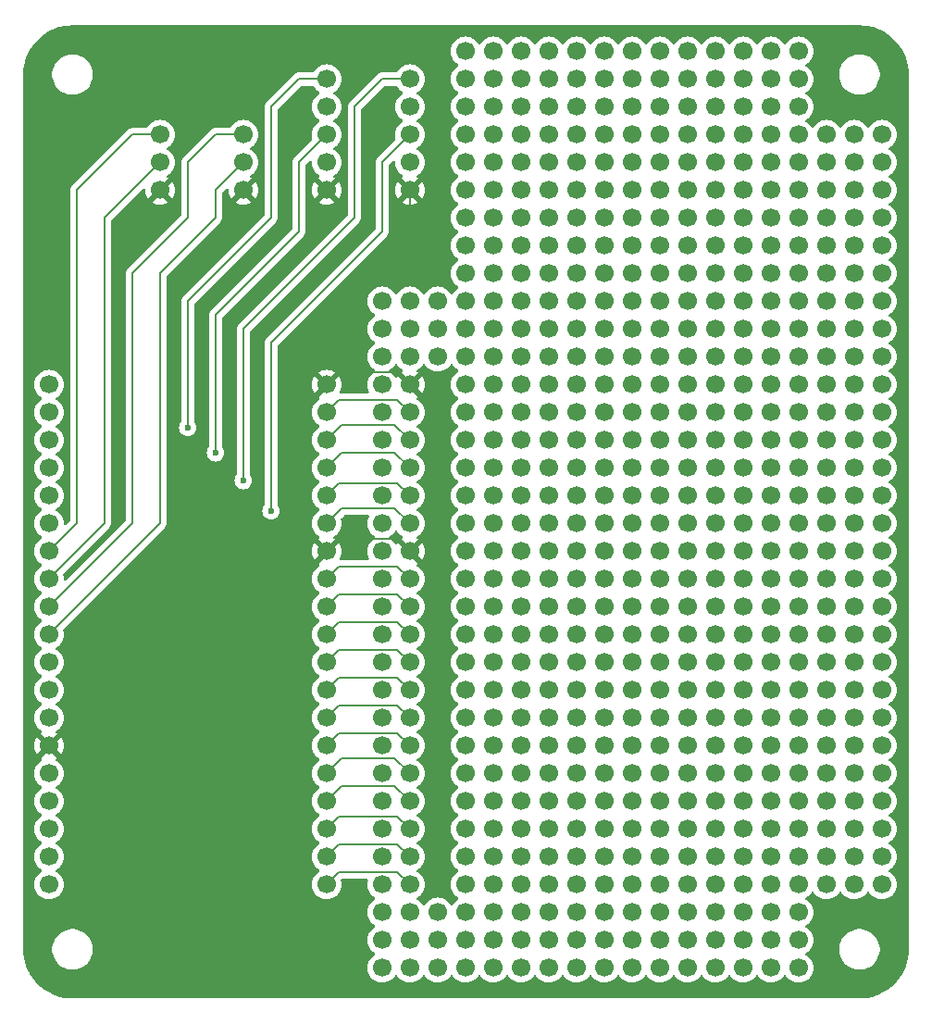
<source format=gbr>
%TF.GenerationSoftware,KiCad,Pcbnew,8.0.8-unknown-202501160222~12d96d1a90~ubuntu22.04.1*%
%TF.CreationDate,2025-02-14T10:10:46+09:00*%
%TF.ProjectId,MG5-ESP32-Shield,4d47352d-4553-4503-9332-2d536869656c,rev?*%
%TF.SameCoordinates,Original*%
%TF.FileFunction,Copper,L2,Bot*%
%TF.FilePolarity,Positive*%
%FSLAX46Y46*%
G04 Gerber Fmt 4.6, Leading zero omitted, Abs format (unit mm)*
G04 Created by KiCad (PCBNEW 8.0.8-unknown-202501160222~12d96d1a90~ubuntu22.04.1) date 2025-02-14 10:10:46*
%MOMM*%
%LPD*%
G01*
G04 APERTURE LIST*
%TA.AperFunction,ComponentPad*%
%ADD10C,1.700000*%
%TD*%
%TA.AperFunction,ViaPad*%
%ADD11C,0.600000*%
%TD*%
%TA.AperFunction,Conductor*%
%ADD12C,0.200000*%
%TD*%
G04 APERTURE END LIST*
D10*
%TO.P,L,1,Pin_1*%
%TO.N,32*%
X127000000Y-63500000D03*
%TO.P,L,2,Pin_2*%
%TO.N,33*%
X127000000Y-66040000D03*
%TO.P,L,3,Pin_3*%
%TO.N,GND*%
X127000000Y-68580000D03*
%TD*%
%TO.P,REF\u002A\u002A,1*%
%TO.N,N/C*%
X154940000Y-55880000D03*
%TO.P,REF\u002A\u002A,2*%
X157480000Y-55880000D03*
%TO.P,REF\u002A\u002A,3*%
X160020000Y-55880000D03*
%TO.P,REF\u002A\u002A,4*%
X162560000Y-55880000D03*
%TO.P,REF\u002A\u002A,5*%
X165100000Y-55880000D03*
%TO.P,REF\u002A\u002A,6*%
X167640000Y-55880000D03*
%TO.P,REF\u002A\u002A,7*%
X170180000Y-55880000D03*
%TO.P,REF\u002A\u002A,8*%
X172720000Y-55880000D03*
%TO.P,REF\u002A\u002A,9*%
X154940000Y-58420000D03*
%TO.P,REF\u002A\u002A,10*%
X157480000Y-58420000D03*
%TO.P,REF\u002A\u002A,11*%
X160020000Y-58420000D03*
%TO.P,REF\u002A\u002A,12*%
X162560000Y-58420000D03*
%TO.P,REF\u002A\u002A,13*%
X165100000Y-58420000D03*
%TO.P,REF\u002A\u002A,14*%
X167640000Y-58420000D03*
%TO.P,REF\u002A\u002A,15*%
X170180000Y-58420000D03*
%TO.P,REF\u002A\u002A,16*%
X172720000Y-58420000D03*
%TO.P,REF\u002A\u002A,17*%
X154940000Y-60960000D03*
%TO.P,REF\u002A\u002A,18*%
X157480000Y-60960000D03*
%TO.P,REF\u002A\u002A,19*%
X160020000Y-60960000D03*
%TO.P,REF\u002A\u002A,20*%
X162560000Y-60960000D03*
%TO.P,REF\u002A\u002A,21*%
X165100000Y-60960000D03*
%TO.P,REF\u002A\u002A,22*%
X167640000Y-60960000D03*
%TO.P,REF\u002A\u002A,23*%
X170180000Y-60960000D03*
%TO.P,REF\u002A\u002A,24*%
X172720000Y-60960000D03*
%TO.P,REF\u002A\u002A,25*%
X154940000Y-63500000D03*
%TO.P,REF\u002A\u002A,26*%
X157480000Y-63500000D03*
%TO.P,REF\u002A\u002A,27*%
X160020000Y-63500000D03*
%TO.P,REF\u002A\u002A,28*%
X162560000Y-63500000D03*
%TO.P,REF\u002A\u002A,29*%
X165100000Y-63500000D03*
%TO.P,REF\u002A\u002A,30*%
X167640000Y-63500000D03*
%TO.P,REF\u002A\u002A,31*%
X170180000Y-63500000D03*
%TO.P,REF\u002A\u002A,32*%
X172720000Y-63500000D03*
%TO.P,REF\u002A\u002A,33*%
X154940000Y-66040000D03*
%TO.P,REF\u002A\u002A,34*%
X157480000Y-66040000D03*
%TO.P,REF\u002A\u002A,35*%
X160020000Y-66040000D03*
%TO.P,REF\u002A\u002A,36*%
X162560000Y-66040000D03*
%TO.P,REF\u002A\u002A,37*%
X165100000Y-66040000D03*
%TO.P,REF\u002A\u002A,38*%
X167640000Y-66040000D03*
%TO.P,REF\u002A\u002A,39*%
X170180000Y-66040000D03*
%TO.P,REF\u002A\u002A,40*%
X172720000Y-66040000D03*
%TO.P,REF\u002A\u002A,41*%
X154940000Y-68580000D03*
%TO.P,REF\u002A\u002A,42*%
X157480000Y-68580000D03*
%TO.P,REF\u002A\u002A,43*%
X160020000Y-68580000D03*
%TO.P,REF\u002A\u002A,44*%
X162560000Y-68580000D03*
%TO.P,REF\u002A\u002A,45*%
X165100000Y-68580000D03*
%TO.P,REF\u002A\u002A,46*%
X167640000Y-68580000D03*
%TO.P,REF\u002A\u002A,47*%
X170180000Y-68580000D03*
%TO.P,REF\u002A\u002A,48*%
X172720000Y-68580000D03*
%TO.P,REF\u002A\u002A,49*%
X154940000Y-71120000D03*
%TO.P,REF\u002A\u002A,50*%
X157480000Y-71120000D03*
%TO.P,REF\u002A\u002A,51*%
X160020000Y-71120000D03*
%TO.P,REF\u002A\u002A,52*%
X162560000Y-71120000D03*
%TO.P,REF\u002A\u002A,53*%
X165100000Y-71120000D03*
%TO.P,REF\u002A\u002A,54*%
X167640000Y-71120000D03*
%TO.P,REF\u002A\u002A,55*%
X170180000Y-71120000D03*
%TO.P,REF\u002A\u002A,56*%
X172720000Y-71120000D03*
%TO.P,REF\u002A\u002A,57*%
X154940000Y-73660000D03*
%TO.P,REF\u002A\u002A,58*%
X157480000Y-73660000D03*
%TO.P,REF\u002A\u002A,59*%
X160020000Y-73660000D03*
%TO.P,REF\u002A\u002A,60*%
X162560000Y-73660000D03*
%TO.P,REF\u002A\u002A,61*%
X165100000Y-73660000D03*
%TO.P,REF\u002A\u002A,62*%
X167640000Y-73660000D03*
%TO.P,REF\u002A\u002A,63*%
X170180000Y-73660000D03*
%TO.P,REF\u002A\u002A,64*%
X172720000Y-73660000D03*
%TO.P,REF\u002A\u002A,65*%
X154940000Y-76200000D03*
%TO.P,REF\u002A\u002A,66*%
X157480000Y-76200000D03*
%TO.P,REF\u002A\u002A,67*%
X160020000Y-76200000D03*
%TO.P,REF\u002A\u002A,68*%
X162560000Y-76200000D03*
%TO.P,REF\u002A\u002A,69*%
X165100000Y-76200000D03*
%TO.P,REF\u002A\u002A,70*%
X167640000Y-76200000D03*
%TO.P,REF\u002A\u002A,71*%
X170180000Y-76200000D03*
%TO.P,REF\u002A\u002A,72*%
X172720000Y-76200000D03*
%TO.P,REF\u002A\u002A,73*%
X154940000Y-78740000D03*
%TO.P,REF\u002A\u002A,74*%
X157480000Y-78740000D03*
%TO.P,REF\u002A\u002A,75*%
X160020000Y-78740000D03*
%TO.P,REF\u002A\u002A,76*%
X162560000Y-78740000D03*
%TO.P,REF\u002A\u002A,77*%
X165100000Y-78740000D03*
%TO.P,REF\u002A\u002A,78*%
X167640000Y-78740000D03*
%TO.P,REF\u002A\u002A,79*%
X170180000Y-78740000D03*
%TO.P,REF\u002A\u002A,80*%
X172720000Y-78740000D03*
%TO.P,REF\u002A\u002A,81*%
X154940000Y-81280000D03*
%TO.P,REF\u002A\u002A,82*%
X157480000Y-81280000D03*
%TO.P,REF\u002A\u002A,83*%
X160020000Y-81280000D03*
%TO.P,REF\u002A\u002A,84*%
X162560000Y-81280000D03*
%TO.P,REF\u002A\u002A,85*%
X165100000Y-81280000D03*
%TO.P,REF\u002A\u002A,86*%
X167640000Y-81280000D03*
%TO.P,REF\u002A\u002A,87*%
X170180000Y-81280000D03*
%TO.P,REF\u002A\u002A,88*%
X172720000Y-81280000D03*
%TO.P,REF\u002A\u002A,89*%
X154940000Y-83820000D03*
%TO.P,REF\u002A\u002A,90*%
X157480000Y-83820000D03*
%TO.P,REF\u002A\u002A,91*%
X160020000Y-83820000D03*
%TO.P,REF\u002A\u002A,92*%
X162560000Y-83820000D03*
%TO.P,REF\u002A\u002A,93*%
X165100000Y-83820000D03*
%TO.P,REF\u002A\u002A,94*%
X167640000Y-83820000D03*
%TO.P,REF\u002A\u002A,95*%
X170180000Y-83820000D03*
%TO.P,REF\u002A\u002A,96*%
X172720000Y-83820000D03*
%TO.P,REF\u002A\u002A,97*%
X154940000Y-86360000D03*
%TO.P,REF\u002A\u002A,98*%
X157480000Y-86360000D03*
%TO.P,REF\u002A\u002A,99*%
X160020000Y-86360000D03*
%TO.P,REF\u002A\u002A,100*%
X162560000Y-86360000D03*
%TO.P,REF\u002A\u002A,101*%
X165100000Y-86360000D03*
%TO.P,REF\u002A\u002A,102*%
X167640000Y-86360000D03*
%TO.P,REF\u002A\u002A,103*%
X170180000Y-86360000D03*
%TO.P,REF\u002A\u002A,104*%
X172720000Y-86360000D03*
%TO.P,REF\u002A\u002A,105*%
X154940000Y-88900000D03*
%TO.P,REF\u002A\u002A,106*%
X157480000Y-88900000D03*
%TO.P,REF\u002A\u002A,107*%
X160020000Y-88900000D03*
%TO.P,REF\u002A\u002A,108*%
X162560000Y-88900000D03*
%TO.P,REF\u002A\u002A,109*%
X165100000Y-88900000D03*
%TO.P,REF\u002A\u002A,110*%
X167640000Y-88900000D03*
%TO.P,REF\u002A\u002A,111*%
X170180000Y-88900000D03*
%TO.P,REF\u002A\u002A,112*%
X172720000Y-88900000D03*
%TO.P,REF\u002A\u002A,113*%
X154940000Y-91440000D03*
%TO.P,REF\u002A\u002A,114*%
X157480000Y-91440000D03*
%TO.P,REF\u002A\u002A,115*%
X160020000Y-91440000D03*
%TO.P,REF\u002A\u002A,116*%
X162560000Y-91440000D03*
%TO.P,REF\u002A\u002A,117*%
X165100000Y-91440000D03*
%TO.P,REF\u002A\u002A,118*%
X167640000Y-91440000D03*
%TO.P,REF\u002A\u002A,119*%
X170180000Y-91440000D03*
%TO.P,REF\u002A\u002A,120*%
X172720000Y-91440000D03*
%TO.P,REF\u002A\u002A,121*%
X154940000Y-93980000D03*
%TO.P,REF\u002A\u002A,122*%
X157480000Y-93980000D03*
%TO.P,REF\u002A\u002A,123*%
X160020000Y-93980000D03*
%TO.P,REF\u002A\u002A,124*%
X162560000Y-93980000D03*
%TO.P,REF\u002A\u002A,125*%
X165100000Y-93980000D03*
%TO.P,REF\u002A\u002A,126*%
X167640000Y-93980000D03*
%TO.P,REF\u002A\u002A,127*%
X170180000Y-93980000D03*
%TO.P,REF\u002A\u002A,128*%
X172720000Y-93980000D03*
%TO.P,REF\u002A\u002A,129*%
X154940000Y-96520000D03*
%TO.P,REF\u002A\u002A,130*%
X157480000Y-96520000D03*
%TO.P,REF\u002A\u002A,131*%
X160020000Y-96520000D03*
%TO.P,REF\u002A\u002A,132*%
X162560000Y-96520000D03*
%TO.P,REF\u002A\u002A,133*%
X165100000Y-96520000D03*
%TO.P,REF\u002A\u002A,134*%
X167640000Y-96520000D03*
%TO.P,REF\u002A\u002A,135*%
X170180000Y-96520000D03*
%TO.P,REF\u002A\u002A,136*%
X172720000Y-96520000D03*
%TO.P,REF\u002A\u002A,137*%
X154940000Y-99060000D03*
%TO.P,REF\u002A\u002A,138*%
X157480000Y-99060000D03*
%TO.P,REF\u002A\u002A,139*%
X160020000Y-99060000D03*
%TO.P,REF\u002A\u002A,140*%
X162560000Y-99060000D03*
%TO.P,REF\u002A\u002A,141*%
X165100000Y-99060000D03*
%TO.P,REF\u002A\u002A,142*%
X167640000Y-99060000D03*
%TO.P,REF\u002A\u002A,143*%
X170180000Y-99060000D03*
%TO.P,REF\u002A\u002A,144*%
X172720000Y-99060000D03*
%TO.P,REF\u002A\u002A,145*%
X154940000Y-101600000D03*
%TO.P,REF\u002A\u002A,146*%
X157480000Y-101600000D03*
%TO.P,REF\u002A\u002A,147*%
X160020000Y-101600000D03*
%TO.P,REF\u002A\u002A,148*%
X162560000Y-101600000D03*
%TO.P,REF\u002A\u002A,149*%
X165100000Y-101600000D03*
%TO.P,REF\u002A\u002A,150*%
X167640000Y-101600000D03*
%TO.P,REF\u002A\u002A,151*%
X170180000Y-101600000D03*
%TO.P,REF\u002A\u002A,152*%
X172720000Y-101600000D03*
%TO.P,REF\u002A\u002A,153*%
X154940000Y-104140000D03*
%TO.P,REF\u002A\u002A,154*%
X157480000Y-104140000D03*
%TO.P,REF\u002A\u002A,155*%
X160020000Y-104140000D03*
%TO.P,REF\u002A\u002A,156*%
X162560000Y-104140000D03*
%TO.P,REF\u002A\u002A,157*%
X165100000Y-104140000D03*
%TO.P,REF\u002A\u002A,158*%
X167640000Y-104140000D03*
%TO.P,REF\u002A\u002A,159*%
X170180000Y-104140000D03*
%TO.P,REF\u002A\u002A,160*%
X172720000Y-104140000D03*
%TO.P,REF\u002A\u002A,161*%
X154940000Y-106680000D03*
%TO.P,REF\u002A\u002A,162*%
X157480000Y-106680000D03*
%TO.P,REF\u002A\u002A,163*%
X160020000Y-106680000D03*
%TO.P,REF\u002A\u002A,164*%
X162560000Y-106680000D03*
%TO.P,REF\u002A\u002A,165*%
X165100000Y-106680000D03*
%TO.P,REF\u002A\u002A,166*%
X167640000Y-106680000D03*
%TO.P,REF\u002A\u002A,167*%
X170180000Y-106680000D03*
%TO.P,REF\u002A\u002A,168*%
X172720000Y-106680000D03*
%TO.P,REF\u002A\u002A,169*%
X154940000Y-109220000D03*
%TO.P,REF\u002A\u002A,170*%
X157480000Y-109220000D03*
%TO.P,REF\u002A\u002A,171*%
X160020000Y-109220000D03*
%TO.P,REF\u002A\u002A,172*%
X162560000Y-109220000D03*
%TO.P,REF\u002A\u002A,173*%
X165100000Y-109220000D03*
%TO.P,REF\u002A\u002A,174*%
X167640000Y-109220000D03*
%TO.P,REF\u002A\u002A,175*%
X170180000Y-109220000D03*
%TO.P,REF\u002A\u002A,176*%
X172720000Y-109220000D03*
%TO.P,REF\u002A\u002A,177*%
X154940000Y-111760000D03*
%TO.P,REF\u002A\u002A,178*%
X157480000Y-111760000D03*
%TO.P,REF\u002A\u002A,179*%
X160020000Y-111760000D03*
%TO.P,REF\u002A\u002A,180*%
X162560000Y-111760000D03*
%TO.P,REF\u002A\u002A,181*%
X165100000Y-111760000D03*
%TO.P,REF\u002A\u002A,182*%
X167640000Y-111760000D03*
%TO.P,REF\u002A\u002A,183*%
X170180000Y-111760000D03*
%TO.P,REF\u002A\u002A,184*%
X172720000Y-111760000D03*
%TO.P,REF\u002A\u002A,185*%
X154940000Y-114300000D03*
%TO.P,REF\u002A\u002A,186*%
X157480000Y-114300000D03*
%TO.P,REF\u002A\u002A,187*%
X160020000Y-114300000D03*
%TO.P,REF\u002A\u002A,188*%
X162560000Y-114300000D03*
%TO.P,REF\u002A\u002A,189*%
X165100000Y-114300000D03*
%TO.P,REF\u002A\u002A,190*%
X167640000Y-114300000D03*
%TO.P,REF\u002A\u002A,191*%
X170180000Y-114300000D03*
%TO.P,REF\u002A\u002A,192*%
X172720000Y-114300000D03*
%TO.P,REF\u002A\u002A,193*%
X154940000Y-116840000D03*
%TO.P,REF\u002A\u002A,194*%
X157480000Y-116840000D03*
%TO.P,REF\u002A\u002A,195*%
X160020000Y-116840000D03*
%TO.P,REF\u002A\u002A,196*%
X162560000Y-116840000D03*
%TO.P,REF\u002A\u002A,197*%
X165100000Y-116840000D03*
%TO.P,REF\u002A\u002A,198*%
X167640000Y-116840000D03*
%TO.P,REF\u002A\u002A,199*%
X170180000Y-116840000D03*
%TO.P,REF\u002A\u002A,200*%
X172720000Y-116840000D03*
%TO.P,REF\u002A\u002A,201*%
X154940000Y-119380000D03*
%TO.P,REF\u002A\u002A,202*%
X157480000Y-119380000D03*
%TO.P,REF\u002A\u002A,203*%
X160020000Y-119380000D03*
%TO.P,REF\u002A\u002A,204*%
X162560000Y-119380000D03*
%TO.P,REF\u002A\u002A,205*%
X165100000Y-119380000D03*
%TO.P,REF\u002A\u002A,206*%
X167640000Y-119380000D03*
%TO.P,REF\u002A\u002A,207*%
X170180000Y-119380000D03*
%TO.P,REF\u002A\u002A,208*%
X172720000Y-119380000D03*
%TO.P,REF\u002A\u002A,209*%
X154940000Y-121920000D03*
%TO.P,REF\u002A\u002A,210*%
X157480000Y-121920000D03*
%TO.P,REF\u002A\u002A,211*%
X160020000Y-121920000D03*
%TO.P,REF\u002A\u002A,212*%
X162560000Y-121920000D03*
%TO.P,REF\u002A\u002A,213*%
X165100000Y-121920000D03*
%TO.P,REF\u002A\u002A,214*%
X167640000Y-121920000D03*
%TO.P,REF\u002A\u002A,215*%
X170180000Y-121920000D03*
%TO.P,REF\u002A\u002A,216*%
X172720000Y-121920000D03*
%TO.P,REF\u002A\u002A,217*%
X154940000Y-124460000D03*
%TO.P,REF\u002A\u002A,218*%
X157480000Y-124460000D03*
%TO.P,REF\u002A\u002A,219*%
X160020000Y-124460000D03*
%TO.P,REF\u002A\u002A,220*%
X162560000Y-124460000D03*
%TO.P,REF\u002A\u002A,221*%
X165100000Y-124460000D03*
%TO.P,REF\u002A\u002A,222*%
X167640000Y-124460000D03*
%TO.P,REF\u002A\u002A,223*%
X170180000Y-124460000D03*
%TO.P,REF\u002A\u002A,224*%
X172720000Y-124460000D03*
%TO.P,REF\u002A\u002A,225*%
X154940000Y-127000000D03*
%TO.P,REF\u002A\u002A,226*%
X157480000Y-127000000D03*
%TO.P,REF\u002A\u002A,227*%
X160020000Y-127000000D03*
%TO.P,REF\u002A\u002A,228*%
X162560000Y-127000000D03*
%TO.P,REF\u002A\u002A,229*%
X165100000Y-127000000D03*
%TO.P,REF\u002A\u002A,230*%
X167640000Y-127000000D03*
%TO.P,REF\u002A\u002A,231*%
X170180000Y-127000000D03*
%TO.P,REF\u002A\u002A,232*%
X172720000Y-127000000D03*
%TO.P,REF\u002A\u002A,233*%
X154940000Y-129540000D03*
%TO.P,REF\u002A\u002A,234*%
X157480000Y-129540000D03*
%TO.P,REF\u002A\u002A,235*%
X160020000Y-129540000D03*
%TO.P,REF\u002A\u002A,236*%
X162560000Y-129540000D03*
%TO.P,REF\u002A\u002A,237*%
X165100000Y-129540000D03*
%TO.P,REF\u002A\u002A,238*%
X167640000Y-129540000D03*
%TO.P,REF\u002A\u002A,239*%
X170180000Y-129540000D03*
%TO.P,REF\u002A\u002A,240*%
X172720000Y-129540000D03*
%TO.P,REF\u002A\u002A,241*%
X154940000Y-132080000D03*
%TO.P,REF\u002A\u002A,242*%
X157480000Y-132080000D03*
%TO.P,REF\u002A\u002A,243*%
X160020000Y-132080000D03*
%TO.P,REF\u002A\u002A,244*%
X162560000Y-132080000D03*
%TO.P,REF\u002A\u002A,245*%
X165100000Y-132080000D03*
%TO.P,REF\u002A\u002A,246*%
X167640000Y-132080000D03*
%TO.P,REF\u002A\u002A,247*%
X170180000Y-132080000D03*
%TO.P,REF\u002A\u002A,248*%
X172720000Y-132080000D03*
%TO.P,REF\u002A\u002A,249*%
X154940000Y-134620000D03*
%TO.P,REF\u002A\u002A,250*%
X157480000Y-134620000D03*
%TO.P,REF\u002A\u002A,251*%
X160020000Y-134620000D03*
%TO.P,REF\u002A\u002A,252*%
X162560000Y-134620000D03*
%TO.P,REF\u002A\u002A,253*%
X165100000Y-134620000D03*
%TO.P,REF\u002A\u002A,254*%
X167640000Y-134620000D03*
%TO.P,REF\u002A\u002A,255*%
X170180000Y-134620000D03*
%TO.P,REF\u002A\u002A,256*%
X172720000Y-134620000D03*
%TO.P,REF\u002A\u002A,257*%
X154940000Y-137160000D03*
%TO.P,REF\u002A\u002A,258*%
X157480000Y-137160000D03*
%TO.P,REF\u002A\u002A,259*%
X160020000Y-137160000D03*
%TO.P,REF\u002A\u002A,260*%
X162560000Y-137160000D03*
%TO.P,REF\u002A\u002A,261*%
X165100000Y-137160000D03*
%TO.P,REF\u002A\u002A,262*%
X167640000Y-137160000D03*
%TO.P,REF\u002A\u002A,263*%
X170180000Y-137160000D03*
%TO.P,REF\u002A\u002A,264*%
X172720000Y-137160000D03*
%TO.P,REF\u002A\u002A,265*%
X154940000Y-139700000D03*
%TO.P,REF\u002A\u002A,266*%
X157480000Y-139700000D03*
%TO.P,REF\u002A\u002A,267*%
X160020000Y-139700000D03*
%TO.P,REF\u002A\u002A,268*%
X162560000Y-139700000D03*
%TO.P,REF\u002A\u002A,269*%
X165100000Y-139700000D03*
%TO.P,REF\u002A\u002A,270*%
X167640000Y-139700000D03*
%TO.P,REF\u002A\u002A,271*%
X170180000Y-139700000D03*
%TO.P,REF\u002A\u002A,272*%
X172720000Y-139700000D03*
%TO.P,REF\u002A\u002A,273*%
X147320000Y-78740000D03*
%TO.P,REF\u002A\u002A,274*%
X149860000Y-78740000D03*
%TO.P,REF\u002A\u002A,275*%
X152400000Y-78740000D03*
%TO.P,REF\u002A\u002A,276*%
X147320000Y-81280000D03*
%TO.P,REF\u002A\u002A,277*%
X149860000Y-81280000D03*
%TO.P,REF\u002A\u002A,278*%
X152400000Y-81280000D03*
%TO.P,REF\u002A\u002A,279*%
X147320000Y-83820000D03*
%TO.P,REF\u002A\u002A,280*%
X149860000Y-83820000D03*
%TO.P,REF\u002A\u002A,281*%
X152400000Y-83820000D03*
%TO.P,REF\u002A\u002A,282*%
X175260000Y-55880000D03*
%TO.P,REF\u002A\u002A,283*%
X177800000Y-55880000D03*
%TO.P,REF\u002A\u002A,284*%
X180340000Y-55880000D03*
%TO.P,REF\u002A\u002A,285*%
X182880000Y-55880000D03*
%TO.P,REF\u002A\u002A,286*%
X185420000Y-55880000D03*
%TO.P,REF\u002A\u002A,287*%
X175260000Y-58420000D03*
%TO.P,REF\u002A\u002A,288*%
X177800000Y-58420000D03*
%TO.P,REF\u002A\u002A,289*%
X180340000Y-58420000D03*
%TO.P,REF\u002A\u002A,290*%
X182880000Y-58420000D03*
%TO.P,REF\u002A\u002A,291*%
X185420000Y-58420000D03*
%TO.P,REF\u002A\u002A,292*%
X175260000Y-60960000D03*
%TO.P,REF\u002A\u002A,293*%
X177800000Y-60960000D03*
%TO.P,REF\u002A\u002A,294*%
X180340000Y-60960000D03*
%TO.P,REF\u002A\u002A,295*%
X182880000Y-60960000D03*
%TO.P,REF\u002A\u002A,296*%
X185420000Y-60960000D03*
%TO.P,REF\u002A\u002A,297*%
X175260000Y-63500000D03*
%TO.P,REF\u002A\u002A,298*%
X177800000Y-63500000D03*
%TO.P,REF\u002A\u002A,299*%
X180340000Y-63500000D03*
%TO.P,REF\u002A\u002A,300*%
X182880000Y-63500000D03*
%TO.P,REF\u002A\u002A,301*%
X185420000Y-63500000D03*
%TO.P,REF\u002A\u002A,302*%
X187960000Y-63500000D03*
%TO.P,REF\u002A\u002A,303*%
X190500000Y-63500000D03*
%TO.P,REF\u002A\u002A,304*%
X193040000Y-63500000D03*
%TO.P,REF\u002A\u002A,305*%
X175260000Y-66040000D03*
%TO.P,REF\u002A\u002A,306*%
X177800000Y-66040000D03*
%TO.P,REF\u002A\u002A,307*%
X180340000Y-66040000D03*
%TO.P,REF\u002A\u002A,308*%
X182880000Y-66040000D03*
%TO.P,REF\u002A\u002A,309*%
X185420000Y-66040000D03*
%TO.P,REF\u002A\u002A,310*%
X187960000Y-66040000D03*
%TO.P,REF\u002A\u002A,311*%
X190500000Y-66040000D03*
%TO.P,REF\u002A\u002A,312*%
X193040000Y-66040000D03*
%TO.P,REF\u002A\u002A,313*%
X175260000Y-68580000D03*
%TO.P,REF\u002A\u002A,314*%
X177800000Y-68580000D03*
%TO.P,REF\u002A\u002A,315*%
X180340000Y-68580000D03*
%TO.P,REF\u002A\u002A,316*%
X182880000Y-68580000D03*
%TO.P,REF\u002A\u002A,317*%
X185420000Y-68580000D03*
%TO.P,REF\u002A\u002A,318*%
X187960000Y-68580000D03*
%TO.P,REF\u002A\u002A,319*%
X190500000Y-68580000D03*
%TO.P,REF\u002A\u002A,320*%
X193040000Y-68580000D03*
%TO.P,REF\u002A\u002A,321*%
X175260000Y-71120000D03*
%TO.P,REF\u002A\u002A,322*%
X177800000Y-71120000D03*
%TO.P,REF\u002A\u002A,323*%
X180340000Y-71120000D03*
%TO.P,REF\u002A\u002A,324*%
X182880000Y-71120000D03*
%TO.P,REF\u002A\u002A,325*%
X185420000Y-71120000D03*
%TO.P,REF\u002A\u002A,326*%
X187960000Y-71120000D03*
%TO.P,REF\u002A\u002A,327*%
X190500000Y-71120000D03*
%TO.P,REF\u002A\u002A,328*%
X193040000Y-71120000D03*
%TO.P,REF\u002A\u002A,329*%
X175260000Y-73660000D03*
%TO.P,REF\u002A\u002A,330*%
X177800000Y-73660000D03*
%TO.P,REF\u002A\u002A,331*%
X180340000Y-73660000D03*
%TO.P,REF\u002A\u002A,332*%
X182880000Y-73660000D03*
%TO.P,REF\u002A\u002A,333*%
X185420000Y-73660000D03*
%TO.P,REF\u002A\u002A,334*%
X187960000Y-73660000D03*
%TO.P,REF\u002A\u002A,335*%
X190500000Y-73660000D03*
%TO.P,REF\u002A\u002A,336*%
X193040000Y-73660000D03*
%TO.P,REF\u002A\u002A,337*%
X175260000Y-76200000D03*
%TO.P,REF\u002A\u002A,338*%
X177800000Y-76200000D03*
%TO.P,REF\u002A\u002A,339*%
X180340000Y-76200000D03*
%TO.P,REF\u002A\u002A,340*%
X182880000Y-76200000D03*
%TO.P,REF\u002A\u002A,341*%
X185420000Y-76200000D03*
%TO.P,REF\u002A\u002A,342*%
X187960000Y-76200000D03*
%TO.P,REF\u002A\u002A,343*%
X190500000Y-76200000D03*
%TO.P,REF\u002A\u002A,344*%
X193040000Y-76200000D03*
%TO.P,REF\u002A\u002A,345*%
X175260000Y-78740000D03*
%TO.P,REF\u002A\u002A,346*%
X177800000Y-78740000D03*
%TO.P,REF\u002A\u002A,347*%
X180340000Y-78740000D03*
%TO.P,REF\u002A\u002A,348*%
X182880000Y-78740000D03*
%TO.P,REF\u002A\u002A,349*%
X185420000Y-78740000D03*
%TO.P,REF\u002A\u002A,350*%
X187960000Y-78740000D03*
%TO.P,REF\u002A\u002A,351*%
X190500000Y-78740000D03*
%TO.P,REF\u002A\u002A,352*%
X193040000Y-78740000D03*
%TO.P,REF\u002A\u002A,353*%
X175260000Y-81280000D03*
%TO.P,REF\u002A\u002A,354*%
X177800000Y-81280000D03*
%TO.P,REF\u002A\u002A,355*%
X180340000Y-81280000D03*
%TO.P,REF\u002A\u002A,356*%
X182880000Y-81280000D03*
%TO.P,REF\u002A\u002A,357*%
X185420000Y-81280000D03*
%TO.P,REF\u002A\u002A,358*%
X187960000Y-81280000D03*
%TO.P,REF\u002A\u002A,359*%
X190500000Y-81280000D03*
%TO.P,REF\u002A\u002A,360*%
X193040000Y-81280000D03*
%TO.P,REF\u002A\u002A,361*%
X175260000Y-83820000D03*
%TO.P,REF\u002A\u002A,362*%
X177800000Y-83820000D03*
%TO.P,REF\u002A\u002A,363*%
X180340000Y-83820000D03*
%TO.P,REF\u002A\u002A,364*%
X182880000Y-83820000D03*
%TO.P,REF\u002A\u002A,365*%
X185420000Y-83820000D03*
%TO.P,REF\u002A\u002A,366*%
X187960000Y-83820000D03*
%TO.P,REF\u002A\u002A,367*%
X190500000Y-83820000D03*
%TO.P,REF\u002A\u002A,368*%
X193040000Y-83820000D03*
%TO.P,REF\u002A\u002A,369*%
X175260000Y-86360000D03*
%TO.P,REF\u002A\u002A,370*%
X177800000Y-86360000D03*
%TO.P,REF\u002A\u002A,371*%
X180340000Y-86360000D03*
%TO.P,REF\u002A\u002A,372*%
X182880000Y-86360000D03*
%TO.P,REF\u002A\u002A,373*%
X185420000Y-86360000D03*
%TO.P,REF\u002A\u002A,374*%
X187960000Y-86360000D03*
%TO.P,REF\u002A\u002A,375*%
X190500000Y-86360000D03*
%TO.P,REF\u002A\u002A,376*%
X193040000Y-86360000D03*
%TO.P,REF\u002A\u002A,377*%
X175260000Y-88900000D03*
%TO.P,REF\u002A\u002A,378*%
X177800000Y-88900000D03*
%TO.P,REF\u002A\u002A,379*%
X180340000Y-88900000D03*
%TO.P,REF\u002A\u002A,380*%
X182880000Y-88900000D03*
%TO.P,REF\u002A\u002A,381*%
X185420000Y-88900000D03*
%TO.P,REF\u002A\u002A,382*%
X187960000Y-88900000D03*
%TO.P,REF\u002A\u002A,383*%
X190500000Y-88900000D03*
%TO.P,REF\u002A\u002A,384*%
X193040000Y-88900000D03*
%TO.P,REF\u002A\u002A,385*%
X175260000Y-91440000D03*
%TO.P,REF\u002A\u002A,386*%
X177800000Y-91440000D03*
%TO.P,REF\u002A\u002A,387*%
X180340000Y-91440000D03*
%TO.P,REF\u002A\u002A,388*%
X182880000Y-91440000D03*
%TO.P,REF\u002A\u002A,389*%
X185420000Y-91440000D03*
%TO.P,REF\u002A\u002A,390*%
X187960000Y-91440000D03*
%TO.P,REF\u002A\u002A,391*%
X190500000Y-91440000D03*
%TO.P,REF\u002A\u002A,392*%
X193040000Y-91440000D03*
%TO.P,REF\u002A\u002A,393*%
X175260000Y-93980000D03*
%TO.P,REF\u002A\u002A,394*%
X177800000Y-93980000D03*
%TO.P,REF\u002A\u002A,395*%
X180340000Y-93980000D03*
%TO.P,REF\u002A\u002A,396*%
X182880000Y-93980000D03*
%TO.P,REF\u002A\u002A,397*%
X185420000Y-93980000D03*
%TO.P,REF\u002A\u002A,398*%
X187960000Y-93980000D03*
%TO.P,REF\u002A\u002A,399*%
X190500000Y-93980000D03*
%TO.P,REF\u002A\u002A,400*%
X193040000Y-93980000D03*
%TO.P,REF\u002A\u002A,401*%
X175260000Y-96520000D03*
%TO.P,REF\u002A\u002A,402*%
X177800000Y-96520000D03*
%TO.P,REF\u002A\u002A,403*%
X180340000Y-96520000D03*
%TO.P,REF\u002A\u002A,404*%
X182880000Y-96520000D03*
%TO.P,REF\u002A\u002A,405*%
X185420000Y-96520000D03*
%TO.P,REF\u002A\u002A,406*%
X187960000Y-96520000D03*
%TO.P,REF\u002A\u002A,407*%
X190500000Y-96520000D03*
%TO.P,REF\u002A\u002A,408*%
X193040000Y-96520000D03*
%TO.P,REF\u002A\u002A,409*%
X175260000Y-99060000D03*
%TO.P,REF\u002A\u002A,410*%
X177800000Y-99060000D03*
%TO.P,REF\u002A\u002A,411*%
X180340000Y-99060000D03*
%TO.P,REF\u002A\u002A,412*%
X182880000Y-99060000D03*
%TO.P,REF\u002A\u002A,413*%
X185420000Y-99060000D03*
%TO.P,REF\u002A\u002A,414*%
X187960000Y-99060000D03*
%TO.P,REF\u002A\u002A,415*%
X190500000Y-99060000D03*
%TO.P,REF\u002A\u002A,416*%
X193040000Y-99060000D03*
%TO.P,REF\u002A\u002A,417*%
X175260000Y-101600000D03*
%TO.P,REF\u002A\u002A,418*%
X177800000Y-101600000D03*
%TO.P,REF\u002A\u002A,419*%
X180340000Y-101600000D03*
%TO.P,REF\u002A\u002A,420*%
X182880000Y-101600000D03*
%TO.P,REF\u002A\u002A,421*%
X185420000Y-101600000D03*
%TO.P,REF\u002A\u002A,422*%
X187960000Y-101600000D03*
%TO.P,REF\u002A\u002A,423*%
X190500000Y-101600000D03*
%TO.P,REF\u002A\u002A,424*%
X193040000Y-101600000D03*
%TO.P,REF\u002A\u002A,425*%
X175260000Y-104140000D03*
%TO.P,REF\u002A\u002A,426*%
X177800000Y-104140000D03*
%TO.P,REF\u002A\u002A,427*%
X180340000Y-104140000D03*
%TO.P,REF\u002A\u002A,428*%
X182880000Y-104140000D03*
%TO.P,REF\u002A\u002A,429*%
X185420000Y-104140000D03*
%TO.P,REF\u002A\u002A,430*%
X187960000Y-104140000D03*
%TO.P,REF\u002A\u002A,431*%
X190500000Y-104140000D03*
%TO.P,REF\u002A\u002A,432*%
X193040000Y-104140000D03*
%TO.P,REF\u002A\u002A,433*%
X175260000Y-106680000D03*
%TO.P,REF\u002A\u002A,434*%
X177800000Y-106680000D03*
%TO.P,REF\u002A\u002A,435*%
X180340000Y-106680000D03*
%TO.P,REF\u002A\u002A,436*%
X182880000Y-106680000D03*
%TO.P,REF\u002A\u002A,437*%
X185420000Y-106680000D03*
%TO.P,REF\u002A\u002A,438*%
X187960000Y-106680000D03*
%TO.P,REF\u002A\u002A,439*%
X190500000Y-106680000D03*
%TO.P,REF\u002A\u002A,440*%
X193040000Y-106680000D03*
%TO.P,REF\u002A\u002A,441*%
X175260000Y-109220000D03*
%TO.P,REF\u002A\u002A,442*%
X177800000Y-109220000D03*
%TO.P,REF\u002A\u002A,443*%
X180340000Y-109220000D03*
%TO.P,REF\u002A\u002A,444*%
X182880000Y-109220000D03*
%TO.P,REF\u002A\u002A,445*%
X185420000Y-109220000D03*
%TO.P,REF\u002A\u002A,446*%
X187960000Y-109220000D03*
%TO.P,REF\u002A\u002A,447*%
X190500000Y-109220000D03*
%TO.P,REF\u002A\u002A,448*%
X193040000Y-109220000D03*
%TO.P,REF\u002A\u002A,449*%
X175260000Y-111760000D03*
%TO.P,REF\u002A\u002A,450*%
X177800000Y-111760000D03*
%TO.P,REF\u002A\u002A,451*%
X180340000Y-111760000D03*
%TO.P,REF\u002A\u002A,452*%
X182880000Y-111760000D03*
%TO.P,REF\u002A\u002A,453*%
X185420000Y-111760000D03*
%TO.P,REF\u002A\u002A,454*%
X187960000Y-111760000D03*
%TO.P,REF\u002A\u002A,455*%
X190500000Y-111760000D03*
%TO.P,REF\u002A\u002A,456*%
X193040000Y-111760000D03*
%TO.P,REF\u002A\u002A,457*%
X175260000Y-114300000D03*
%TO.P,REF\u002A\u002A,458*%
X177800000Y-114300000D03*
%TO.P,REF\u002A\u002A,459*%
X180340000Y-114300000D03*
%TO.P,REF\u002A\u002A,460*%
X182880000Y-114300000D03*
%TO.P,REF\u002A\u002A,461*%
X185420000Y-114300000D03*
%TO.P,REF\u002A\u002A,462*%
X187960000Y-114300000D03*
%TO.P,REF\u002A\u002A,463*%
X190500000Y-114300000D03*
%TO.P,REF\u002A\u002A,464*%
X193040000Y-114300000D03*
%TO.P,REF\u002A\u002A,465*%
X175260000Y-116840000D03*
%TO.P,REF\u002A\u002A,466*%
X177800000Y-116840000D03*
%TO.P,REF\u002A\u002A,467*%
X180340000Y-116840000D03*
%TO.P,REF\u002A\u002A,468*%
X182880000Y-116840000D03*
%TO.P,REF\u002A\u002A,469*%
X185420000Y-116840000D03*
%TO.P,REF\u002A\u002A,470*%
X187960000Y-116840000D03*
%TO.P,REF\u002A\u002A,471*%
X190500000Y-116840000D03*
%TO.P,REF\u002A\u002A,472*%
X193040000Y-116840000D03*
%TO.P,REF\u002A\u002A,473*%
X175260000Y-119380000D03*
%TO.P,REF\u002A\u002A,474*%
X177800000Y-119380000D03*
%TO.P,REF\u002A\u002A,475*%
X180340000Y-119380000D03*
%TO.P,REF\u002A\u002A,476*%
X182880000Y-119380000D03*
%TO.P,REF\u002A\u002A,477*%
X185420000Y-119380000D03*
%TO.P,REF\u002A\u002A,478*%
X187960000Y-119380000D03*
%TO.P,REF\u002A\u002A,479*%
X190500000Y-119380000D03*
%TO.P,REF\u002A\u002A,480*%
X193040000Y-119380000D03*
%TO.P,REF\u002A\u002A,481*%
X175260000Y-121920000D03*
%TO.P,REF\u002A\u002A,482*%
X177800000Y-121920000D03*
%TO.P,REF\u002A\u002A,483*%
X180340000Y-121920000D03*
%TO.P,REF\u002A\u002A,484*%
X182880000Y-121920000D03*
%TO.P,REF\u002A\u002A,485*%
X185420000Y-121920000D03*
%TO.P,REF\u002A\u002A,486*%
X187960000Y-121920000D03*
%TO.P,REF\u002A\u002A,487*%
X190500000Y-121920000D03*
%TO.P,REF\u002A\u002A,488*%
X193040000Y-121920000D03*
%TO.P,REF\u002A\u002A,489*%
X175260000Y-124460000D03*
%TO.P,REF\u002A\u002A,490*%
X177800000Y-124460000D03*
%TO.P,REF\u002A\u002A,491*%
X180340000Y-124460000D03*
%TO.P,REF\u002A\u002A,492*%
X182880000Y-124460000D03*
%TO.P,REF\u002A\u002A,493*%
X185420000Y-124460000D03*
%TO.P,REF\u002A\u002A,494*%
X187960000Y-124460000D03*
%TO.P,REF\u002A\u002A,495*%
X190500000Y-124460000D03*
%TO.P,REF\u002A\u002A,496*%
X193040000Y-124460000D03*
%TO.P,REF\u002A\u002A,497*%
X175260000Y-127000000D03*
%TO.P,REF\u002A\u002A,498*%
X177800000Y-127000000D03*
%TO.P,REF\u002A\u002A,499*%
X180340000Y-127000000D03*
%TO.P,REF\u002A\u002A,500*%
X182880000Y-127000000D03*
%TO.P,REF\u002A\u002A,501*%
X185420000Y-127000000D03*
%TO.P,REF\u002A\u002A,502*%
X187960000Y-127000000D03*
%TO.P,REF\u002A\u002A,503*%
X190500000Y-127000000D03*
%TO.P,REF\u002A\u002A,504*%
X193040000Y-127000000D03*
%TO.P,REF\u002A\u002A,505*%
X175260000Y-129540000D03*
%TO.P,REF\u002A\u002A,506*%
X177800000Y-129540000D03*
%TO.P,REF\u002A\u002A,507*%
X180340000Y-129540000D03*
%TO.P,REF\u002A\u002A,508*%
X182880000Y-129540000D03*
%TO.P,REF\u002A\u002A,509*%
X185420000Y-129540000D03*
%TO.P,REF\u002A\u002A,510*%
X187960000Y-129540000D03*
%TO.P,REF\u002A\u002A,511*%
X190500000Y-129540000D03*
%TO.P,REF\u002A\u002A,512*%
X193040000Y-129540000D03*
%TO.P,REF\u002A\u002A,513*%
X175260000Y-132080000D03*
%TO.P,REF\u002A\u002A,514*%
X177800000Y-132080000D03*
%TO.P,REF\u002A\u002A,515*%
X180340000Y-132080000D03*
%TO.P,REF\u002A\u002A,516*%
X182880000Y-132080000D03*
%TO.P,REF\u002A\u002A,517*%
X185420000Y-132080000D03*
%TO.P,REF\u002A\u002A,518*%
X187960000Y-132080000D03*
%TO.P,REF\u002A\u002A,519*%
X190500000Y-132080000D03*
%TO.P,REF\u002A\u002A,520*%
X193040000Y-132080000D03*
%TO.P,REF\u002A\u002A,521*%
X175260000Y-134620000D03*
%TO.P,REF\u002A\u002A,522*%
X177800000Y-134620000D03*
%TO.P,REF\u002A\u002A,523*%
X180340000Y-134620000D03*
%TO.P,REF\u002A\u002A,524*%
X182880000Y-134620000D03*
%TO.P,REF\u002A\u002A,525*%
X185420000Y-134620000D03*
%TO.P,REF\u002A\u002A,526*%
X175260000Y-137160000D03*
%TO.P,REF\u002A\u002A,527*%
X177800000Y-137160000D03*
%TO.P,REF\u002A\u002A,528*%
X180340000Y-137160000D03*
%TO.P,REF\u002A\u002A,529*%
X182880000Y-137160000D03*
%TO.P,REF\u002A\u002A,530*%
X185420000Y-137160000D03*
%TO.P,REF\u002A\u002A,531*%
X175260000Y-139700000D03*
%TO.P,REF\u002A\u002A,532*%
X177800000Y-139700000D03*
%TO.P,REF\u002A\u002A,533*%
X180340000Y-139700000D03*
%TO.P,REF\u002A\u002A,534*%
X182880000Y-139700000D03*
%TO.P,REF\u002A\u002A,535*%
X185420000Y-139700000D03*
%TO.P,REF\u002A\u002A,536*%
X147320000Y-134620000D03*
%TO.P,REF\u002A\u002A,537*%
X149860000Y-134620000D03*
%TO.P,REF\u002A\u002A,538*%
X152400000Y-134620000D03*
%TO.P,REF\u002A\u002A,539*%
X147320000Y-137160000D03*
%TO.P,REF\u002A\u002A,540*%
X149860000Y-137160000D03*
%TO.P,REF\u002A\u002A,541*%
X152400000Y-137160000D03*
%TO.P,REF\u002A\u002A,542*%
X147320000Y-139700000D03*
%TO.P,REF\u002A\u002A,543*%
X149860000Y-139700000D03*
%TO.P,REF\u002A\u002A,544*%
X152400000Y-139700000D03*
%TD*%
%TO.P,R,1,Pin_1*%
%TO.N,34*%
X149860000Y-58420000D03*
%TO.P,R,2,Pin_2*%
%TO.N,+3V3*%
X149860000Y-60960000D03*
%TO.P,R,3,Pin_3*%
%TO.N,35*%
X149860000Y-63500000D03*
%TO.P,R,4,Pin_4*%
%TO.N,unconnected-(J1-Pin_4-Pad4)*%
X149860000Y-66040000D03*
%TO.P,R,5,Pin_5*%
%TO.N,GND*%
X149860000Y-68580000D03*
%TD*%
%TO.P,J5,1,Pin_1*%
%TO.N,+3V3*%
X147320000Y-86360000D03*
%TO.P,J5,2,Pin_2*%
%TO.N,EN*%
X147320000Y-88900000D03*
%TO.P,J5,3,Pin_3*%
%TO.N,VP*%
X147320000Y-91440000D03*
%TO.P,J5,4,Pin_4*%
%TO.N,VN*%
X147320000Y-93980000D03*
%TO.P,J5,5,Pin_5*%
%TO.N,34*%
X147320000Y-96520000D03*
%TO.P,J5,6,Pin_6*%
%TO.N,35*%
X147320000Y-99060000D03*
%TO.P,J5,7,Pin_7*%
%TO.N,32*%
X147320000Y-101600000D03*
%TO.P,J5,8,Pin_8*%
%TO.N,33*%
X147320000Y-104140000D03*
%TO.P,J5,9,Pin_9*%
%TO.N,25*%
X147320000Y-106680000D03*
%TO.P,J5,10,Pin_10*%
%TO.N,26*%
X147320000Y-109220000D03*
%TO.P,J5,11,Pin_11*%
%TO.N,27*%
X147320000Y-111760000D03*
%TO.P,J5,12,Pin_12*%
%TO.N,14*%
X147320000Y-114300000D03*
%TO.P,J5,13,Pin_13*%
%TO.N,12*%
X147320000Y-116840000D03*
%TO.P,J5,14,Pin_14*%
%TO.N,GND*%
X147320000Y-119380000D03*
%TO.P,J5,15,Pin_15*%
%TO.N,13*%
X147320000Y-121920000D03*
%TO.P,J5,16,Pin_16*%
%TO.N,D2*%
X147320000Y-124460000D03*
%TO.P,J5,17,Pin_17*%
%TO.N,D3*%
X147320000Y-127000000D03*
%TO.P,J5,18,Pin_18*%
%TO.N,CMD*%
X147320000Y-129540000D03*
%TO.P,J5,19,Pin_19*%
%TO.N,+5V*%
X147320000Y-132080000D03*
%TO.P,J5,20,Pin_20*%
%TO.N,CLK*%
X149860000Y-132080000D03*
%TO.P,J5,21,Pin_21*%
%TO.N,D9*%
X149860000Y-129540000D03*
%TO.P,J5,22,Pin_22*%
%TO.N,D1*%
X149860000Y-127000000D03*
%TO.P,J5,23,Pin_23*%
%TO.N,15*%
X149860000Y-124460000D03*
%TO.P,J5,24,Pin_24*%
%TO.N,2*%
X149860000Y-121920000D03*
%TO.P,J5,25,Pin_25*%
%TO.N,0*%
X149860000Y-119380000D03*
%TO.P,J5,26,Pin_26*%
%TO.N,4*%
X149860000Y-116840000D03*
%TO.P,J5,27,Pin_27*%
%TO.N,16*%
X149860000Y-114300000D03*
%TO.P,J5,28,Pin_28*%
%TO.N,17*%
X149860000Y-111760000D03*
%TO.P,J5,29,Pin_29*%
%TO.N,5*%
X149860000Y-109220000D03*
%TO.P,J5,30,Pin_30*%
%TO.N,18*%
X149860000Y-106680000D03*
%TO.P,J5,31,Pin_31*%
%TO.N,19*%
X149860000Y-104140000D03*
%TO.P,J5,32,Pin_32*%
%TO.N,GND*%
X149860000Y-101600000D03*
%TO.P,J5,33,Pin_33*%
%TO.N,21*%
X149860000Y-99060000D03*
%TO.P,J5,34,Pin_34*%
%TO.N,RX*%
X149860000Y-96520000D03*
%TO.P,J5,35,Pin_35*%
%TO.N,TX*%
X149860000Y-93980000D03*
%TO.P,J5,36,Pin_36*%
%TO.N,22*%
X149860000Y-91440000D03*
%TO.P,J5,37,Pin_37*%
%TO.N,23*%
X149860000Y-88900000D03*
%TO.P,J5,38,Pin_38*%
%TO.N,GND*%
X149860000Y-86360000D03*
%TD*%
%TO.P,R,1,Pin_1*%
%TO.N,25*%
X134620000Y-63500000D03*
%TO.P,R,2,Pin_2*%
%TO.N,26*%
X134620000Y-66040000D03*
%TO.P,R,3,Pin_3*%
%TO.N,GND*%
X134620000Y-68580000D03*
%TD*%
%TO.P,U1,1,3V3*%
%TO.N,+3V3*%
X116840000Y-86360000D03*
%TO.P,U1,2,EN*%
%TO.N,EN*%
X116840000Y-88900000D03*
%TO.P,U1,3,VP*%
%TO.N,VP*%
X116840000Y-91440000D03*
%TO.P,U1,4,VN*%
%TO.N,VN*%
X116840000Y-93980000D03*
%TO.P,U1,5,34*%
%TO.N,34*%
X116840000Y-96520000D03*
%TO.P,U1,6,35*%
%TO.N,35*%
X116840000Y-99060000D03*
%TO.P,U1,7,32*%
%TO.N,32*%
X116840000Y-101600000D03*
%TO.P,U1,8,33*%
%TO.N,33*%
X116840000Y-104140000D03*
%TO.P,U1,9,25*%
%TO.N,25*%
X116840000Y-106680000D03*
%TO.P,U1,10,26*%
%TO.N,26*%
X116840000Y-109220000D03*
%TO.P,U1,11,27*%
%TO.N,27*%
X116840000Y-111760000D03*
%TO.P,U1,12,14*%
%TO.N,14*%
X116840000Y-114300000D03*
%TO.P,U1,13,12*%
%TO.N,12*%
X116840000Y-116840000D03*
%TO.P,U1,14,GND*%
%TO.N,GND*%
X116840000Y-119380000D03*
%TO.P,U1,15,13*%
%TO.N,13*%
X116840000Y-121920000D03*
%TO.P,U1,16,D2*%
%TO.N,D2*%
X116840000Y-124460000D03*
%TO.P,U1,17,D3*%
%TO.N,D3*%
X116840000Y-127000000D03*
%TO.P,U1,18,CMD*%
%TO.N,CMD*%
X116840000Y-129540000D03*
%TO.P,U1,19,5V*%
%TO.N,+5V*%
X116840000Y-132080000D03*
%TO.P,U1,20,CLK*%
%TO.N,CLK*%
X142240000Y-132080000D03*
%TO.P,U1,21,D9*%
%TO.N,D9*%
X142240000Y-129540000D03*
%TO.P,U1,22,D1*%
%TO.N,D1*%
X142240000Y-127000000D03*
%TO.P,U1,23,15*%
%TO.N,15*%
X142240000Y-124460000D03*
%TO.P,U1,24,2*%
%TO.N,2*%
X142240000Y-121920000D03*
%TO.P,U1,25,0*%
%TO.N,0*%
X142240000Y-119380000D03*
%TO.P,U1,26,4*%
%TO.N,4*%
X142240000Y-116840000D03*
%TO.P,U1,27,16*%
%TO.N,16*%
X142240000Y-114300000D03*
%TO.P,U1,28,17*%
%TO.N,17*%
X142240000Y-111760000D03*
%TO.P,U1,29,5*%
%TO.N,5*%
X142240000Y-109220000D03*
%TO.P,U1,30,18*%
%TO.N,18*%
X142240000Y-106680000D03*
%TO.P,U1,31,19*%
%TO.N,19*%
X142240000Y-104140000D03*
%TO.P,U1,32,GND*%
%TO.N,GND*%
X142240000Y-101600000D03*
%TO.P,U1,33,21*%
%TO.N,21*%
X142240000Y-99060000D03*
%TO.P,U1,34,RX*%
%TO.N,RX*%
X142240000Y-96520000D03*
%TO.P,U1,35,TX*%
%TO.N,TX*%
X142240000Y-93980000D03*
%TO.P,U1,36,22*%
%TO.N,22*%
X142240000Y-91440000D03*
%TO.P,U1,37,23*%
%TO.N,23*%
X142240000Y-88900000D03*
%TO.P,U1,38,GND*%
%TO.N,GND*%
X142240000Y-86360000D03*
%TD*%
%TO.P,L,1,Pin_1*%
%TO.N,VP*%
X142240000Y-58420000D03*
%TO.P,L,2,Pin_2*%
%TO.N,+3V3*%
X142240000Y-60960000D03*
%TO.P,L,3,Pin_3*%
%TO.N,VN*%
X142240000Y-63500000D03*
%TO.P,L,4,Pin_4*%
%TO.N,unconnected-(J2-Pin_4-Pad4)*%
X142240000Y-66040000D03*
%TO.P,L,5,Pin_5*%
%TO.N,GND*%
X142240000Y-68580000D03*
%TD*%
D11*
%TO.N,GND*%
X188000000Y-61000000D03*
X119000000Y-64000000D03*
X125000000Y-135000000D03*
X188000000Y-135000000D03*
%TO.N,VN*%
X132080000Y-92590000D03*
%TO.N,35*%
X137160000Y-97910000D03*
%TO.N,VP*%
X129540000Y-90290000D03*
%TO.N,34*%
X134620000Y-95130000D03*
%TD*%
D12*
%TO.N,GND*%
X149860000Y-72390000D02*
X149860000Y-68580000D01*
X148710000Y-100450000D02*
X143390000Y-100450000D01*
X149860000Y-101600000D02*
X148710000Y-100450000D01*
X144780000Y-85210000D02*
X143630000Y-85210000D01*
X144780000Y-85210000D02*
X143390000Y-85210000D01*
X143390000Y-100450000D02*
X142240000Y-101600000D01*
X144145000Y-84455000D02*
X144145000Y-78105000D01*
X143390000Y-85210000D02*
X142240000Y-86360000D01*
X148710000Y-85210000D02*
X144780000Y-85210000D01*
X149860000Y-86360000D02*
X148710000Y-85210000D01*
X144145000Y-78105000D02*
X149860000Y-72390000D01*
X142240000Y-86360000D02*
X144145000Y-84455000D01*
%TO.N,VN*%
X132080000Y-80010000D02*
X139700000Y-72390000D01*
X139700000Y-66040000D02*
X142240000Y-63500000D01*
X139700000Y-72390000D02*
X139700000Y-66040000D01*
X132080000Y-92590000D02*
X132080000Y-80010000D01*
%TO.N,32*%
X119380000Y-68580000D02*
X124460000Y-63500000D01*
X124460000Y-63500000D02*
X127000000Y-63500000D01*
X116840000Y-101600000D02*
X119380000Y-99060000D01*
X119380000Y-99060000D02*
X119380000Y-68580000D01*
%TO.N,33*%
X121920000Y-99060000D02*
X116840000Y-104140000D01*
X121920000Y-71120000D02*
X121920000Y-99060000D01*
X127000000Y-66040000D02*
X121920000Y-71120000D01*
%TO.N,35*%
X147320000Y-66040000D02*
X149860000Y-63500000D01*
X137160000Y-82550000D02*
X147320000Y-72390000D01*
X137160000Y-97910000D02*
X137160000Y-82550000D01*
X147320000Y-72390000D02*
X147320000Y-66040000D01*
%TO.N,VP*%
X137160000Y-60960000D02*
X137160000Y-71120000D01*
X139700000Y-58420000D02*
X137160000Y-60960000D01*
X142240000Y-58420000D02*
X139700000Y-58420000D01*
X129540000Y-78740000D02*
X129540000Y-90290000D01*
X137160000Y-71120000D02*
X129540000Y-78740000D01*
%TO.N,34*%
X147320000Y-58420000D02*
X149860000Y-58420000D01*
X144780000Y-60960000D02*
X147320000Y-58420000D01*
X134620000Y-81280000D02*
X144780000Y-71120000D01*
X134620000Y-95130000D02*
X134620000Y-81280000D01*
X144780000Y-71120000D02*
X144780000Y-60960000D01*
%TO.N,25*%
X124460000Y-76200000D02*
X129540000Y-71120000D01*
X124460000Y-99060000D02*
X124460000Y-76200000D01*
X129540000Y-71120000D02*
X129540000Y-66040000D01*
X129540000Y-66040000D02*
X132080000Y-63500000D01*
X132080000Y-63500000D02*
X134620000Y-63500000D01*
X116840000Y-106680000D02*
X124460000Y-99060000D01*
%TO.N,26*%
X127000000Y-99060000D02*
X116840000Y-109220000D01*
X134620000Y-66040000D02*
X132080000Y-68580000D01*
X132080000Y-68580000D02*
X132080000Y-71120000D01*
X127000000Y-76200000D02*
X127000000Y-99060000D01*
X132080000Y-71120000D02*
X127000000Y-76200000D01*
%TO.N,21*%
X148470000Y-97670000D02*
X143630000Y-97670000D01*
X149860000Y-99060000D02*
X148470000Y-97670000D01*
X143630000Y-97670000D02*
X142240000Y-99060000D01*
%TO.N,4*%
X143390000Y-115690000D02*
X142240000Y-116840000D01*
X148710000Y-115690000D02*
X143390000Y-115690000D01*
X149860000Y-116840000D02*
X148710000Y-115690000D01*
%TO.N,23*%
X148710000Y-87750000D02*
X143390000Y-87750000D01*
X143390000Y-87750000D02*
X142240000Y-88900000D01*
X149860000Y-88900000D02*
X148710000Y-87750000D01*
%TO.N,17*%
X143390000Y-110610000D02*
X148710000Y-110610000D01*
X148710000Y-110610000D02*
X149860000Y-111760000D01*
X142240000Y-111760000D02*
X143390000Y-110610000D01*
%TO.N,D1*%
X148710000Y-125850000D02*
X149860000Y-127000000D01*
X143390000Y-125850000D02*
X148710000Y-125850000D01*
X142240000Y-127000000D02*
X143390000Y-125850000D01*
%TO.N,22*%
X148470000Y-90050000D02*
X149860000Y-91440000D01*
X142240000Y-91440000D02*
X143630000Y-90050000D01*
X143630000Y-90050000D02*
X148470000Y-90050000D01*
%TO.N,15*%
X142240000Y-124460000D02*
X143630000Y-123070000D01*
X148470000Y-123070000D02*
X149860000Y-124460000D01*
X143630000Y-123070000D02*
X148470000Y-123070000D01*
%TO.N,D9*%
X143390000Y-128390000D02*
X142240000Y-129540000D01*
X148710000Y-128390000D02*
X143390000Y-128390000D01*
X149860000Y-129540000D02*
X148710000Y-128390000D01*
%TO.N,19*%
X148710000Y-102990000D02*
X143390000Y-102990000D01*
X143390000Y-102990000D02*
X142240000Y-104140000D01*
X149860000Y-104140000D02*
X148710000Y-102990000D01*
%TO.N,RX*%
X148710000Y-95370000D02*
X149860000Y-96520000D01*
X143390000Y-95370000D02*
X148710000Y-95370000D01*
X142240000Y-96520000D02*
X143390000Y-95370000D01*
%TO.N,TX*%
X149860000Y-93980000D02*
X148470000Y-92590000D01*
X143630000Y-92590000D02*
X142240000Y-93980000D01*
X148470000Y-92590000D02*
X143630000Y-92590000D01*
%TO.N,5*%
X143390000Y-108070000D02*
X142240000Y-109220000D01*
X149860000Y-109220000D02*
X148710000Y-108070000D01*
X148710000Y-108070000D02*
X143390000Y-108070000D01*
%TO.N,CLK*%
X142240000Y-132080000D02*
X143390000Y-130930000D01*
X143390000Y-130930000D02*
X148710000Y-130930000D01*
X148710000Y-130930000D02*
X149860000Y-132080000D01*
%TO.N,16*%
X148710000Y-113150000D02*
X149860000Y-114300000D01*
X143390000Y-113150000D02*
X148710000Y-113150000D01*
X142240000Y-114300000D02*
X143390000Y-113150000D01*
%TO.N,2*%
X142240000Y-121920000D02*
X143630000Y-120530000D01*
X143630000Y-120530000D02*
X148470000Y-120530000D01*
X148470000Y-120530000D02*
X149860000Y-121920000D01*
%TO.N,18*%
X143390000Y-105530000D02*
X148710000Y-105530000D01*
X142240000Y-106680000D02*
X143390000Y-105530000D01*
X148710000Y-105530000D02*
X149860000Y-106680000D01*
%TO.N,0*%
X143390000Y-118230000D02*
X148710000Y-118230000D01*
X142240000Y-119380000D02*
X143390000Y-118230000D01*
X148710000Y-118230000D02*
X149860000Y-119380000D01*
%TD*%
%TA.AperFunction,Conductor*%
%TO.N,GND*%
G36*
X153754855Y-84486546D02*
G01*
X153771575Y-84505842D01*
X153901501Y-84691396D01*
X153901506Y-84691402D01*
X154068597Y-84858493D01*
X154068603Y-84858498D01*
X154254158Y-84988425D01*
X154297783Y-85043002D01*
X154304977Y-85112500D01*
X154273454Y-85174855D01*
X154254158Y-85191575D01*
X154068597Y-85321505D01*
X153901505Y-85488597D01*
X153765965Y-85682169D01*
X153765964Y-85682171D01*
X153666098Y-85896335D01*
X153666094Y-85896344D01*
X153604938Y-86124586D01*
X153604936Y-86124596D01*
X153584341Y-86359999D01*
X153584341Y-86360000D01*
X153604936Y-86595403D01*
X153604938Y-86595413D01*
X153666094Y-86823655D01*
X153666096Y-86823659D01*
X153666097Y-86823663D01*
X153760703Y-87026546D01*
X153765965Y-87037830D01*
X153765967Y-87037834D01*
X153844157Y-87149500D01*
X153901501Y-87231396D01*
X153901506Y-87231402D01*
X154068597Y-87398493D01*
X154068603Y-87398498D01*
X154254158Y-87528425D01*
X154297783Y-87583002D01*
X154304977Y-87652500D01*
X154273454Y-87714855D01*
X154254158Y-87731575D01*
X154068597Y-87861505D01*
X153901505Y-88028597D01*
X153765965Y-88222169D01*
X153765964Y-88222171D01*
X153666098Y-88436335D01*
X153666094Y-88436344D01*
X153604938Y-88664586D01*
X153604936Y-88664596D01*
X153584341Y-88899999D01*
X153584341Y-88900000D01*
X153604936Y-89135403D01*
X153604938Y-89135413D01*
X153666094Y-89363655D01*
X153666096Y-89363659D01*
X153666097Y-89363663D01*
X153717127Y-89473097D01*
X153765965Y-89577830D01*
X153765967Y-89577834D01*
X153856822Y-89707587D01*
X153901501Y-89771396D01*
X153901506Y-89771402D01*
X154068597Y-89938493D01*
X154068603Y-89938498D01*
X154254158Y-90068425D01*
X154297783Y-90123002D01*
X154304977Y-90192500D01*
X154273454Y-90254855D01*
X154254158Y-90271575D01*
X154068597Y-90401505D01*
X153901505Y-90568597D01*
X153765965Y-90762169D01*
X153765964Y-90762171D01*
X153666098Y-90976335D01*
X153666094Y-90976344D01*
X153604938Y-91204586D01*
X153604936Y-91204596D01*
X153584341Y-91439999D01*
X153584341Y-91440000D01*
X153604936Y-91675403D01*
X153604938Y-91675413D01*
X153666094Y-91903655D01*
X153666096Y-91903659D01*
X153666097Y-91903663D01*
X153749358Y-92082217D01*
X153765965Y-92117830D01*
X153765967Y-92117834D01*
X153851843Y-92240476D01*
X153901501Y-92311396D01*
X153901506Y-92311402D01*
X154068597Y-92478493D01*
X154068603Y-92478498D01*
X154254158Y-92608425D01*
X154297783Y-92663002D01*
X154304977Y-92732500D01*
X154273454Y-92794855D01*
X154254158Y-92811575D01*
X154068597Y-92941505D01*
X153901505Y-93108597D01*
X153765965Y-93302169D01*
X153765964Y-93302171D01*
X153666098Y-93516335D01*
X153666094Y-93516344D01*
X153604938Y-93744586D01*
X153604936Y-93744596D01*
X153584341Y-93979999D01*
X153584341Y-93980000D01*
X153604936Y-94215403D01*
X153604938Y-94215413D01*
X153666094Y-94443655D01*
X153666096Y-94443659D01*
X153666097Y-94443663D01*
X153760703Y-94646546D01*
X153765965Y-94657830D01*
X153765967Y-94657834D01*
X153844157Y-94769500D01*
X153901501Y-94851396D01*
X153901506Y-94851402D01*
X154068597Y-95018493D01*
X154068603Y-95018498D01*
X154254158Y-95148425D01*
X154297783Y-95203002D01*
X154304977Y-95272500D01*
X154273454Y-95334855D01*
X154254158Y-95351575D01*
X154068597Y-95481505D01*
X153901505Y-95648597D01*
X153765965Y-95842169D01*
X153765964Y-95842171D01*
X153666098Y-96056335D01*
X153666094Y-96056344D01*
X153604938Y-96284586D01*
X153604936Y-96284596D01*
X153584341Y-96519999D01*
X153584341Y-96520000D01*
X153604936Y-96755403D01*
X153604938Y-96755413D01*
X153666094Y-96983655D01*
X153666096Y-96983659D01*
X153666097Y-96983663D01*
X153717127Y-97093097D01*
X153765965Y-97197830D01*
X153765967Y-97197834D01*
X153856822Y-97327587D01*
X153901501Y-97391396D01*
X153901506Y-97391402D01*
X154068597Y-97558493D01*
X154068603Y-97558498D01*
X154254158Y-97688425D01*
X154297783Y-97743002D01*
X154304977Y-97812500D01*
X154273454Y-97874855D01*
X154254158Y-97891575D01*
X154068597Y-98021505D01*
X153901505Y-98188597D01*
X153765965Y-98382169D01*
X153765964Y-98382171D01*
X153666098Y-98596335D01*
X153666094Y-98596344D01*
X153604938Y-98824586D01*
X153604936Y-98824596D01*
X153584341Y-99059999D01*
X153584341Y-99060000D01*
X153604936Y-99295403D01*
X153604938Y-99295413D01*
X153666094Y-99523655D01*
X153666096Y-99523659D01*
X153666097Y-99523663D01*
X153678716Y-99550724D01*
X153765965Y-99737830D01*
X153765967Y-99737834D01*
X153874281Y-99892521D01*
X153901501Y-99931396D01*
X153901506Y-99931402D01*
X154068597Y-100098493D01*
X154068603Y-100098498D01*
X154254158Y-100228425D01*
X154297783Y-100283002D01*
X154304977Y-100352500D01*
X154273454Y-100414855D01*
X154254158Y-100431575D01*
X154068597Y-100561505D01*
X153901505Y-100728597D01*
X153765965Y-100922169D01*
X153765964Y-100922171D01*
X153666098Y-101136335D01*
X153666094Y-101136344D01*
X153604938Y-101364586D01*
X153604936Y-101364596D01*
X153584341Y-101599999D01*
X153584341Y-101600000D01*
X153604936Y-101835403D01*
X153604938Y-101835413D01*
X153666094Y-102063655D01*
X153666096Y-102063659D01*
X153666097Y-102063663D01*
X153760703Y-102266546D01*
X153765965Y-102277830D01*
X153765967Y-102277834D01*
X153844157Y-102389500D01*
X153901501Y-102471396D01*
X153901506Y-102471402D01*
X154068597Y-102638493D01*
X154068603Y-102638498D01*
X154254158Y-102768425D01*
X154297783Y-102823002D01*
X154304977Y-102892500D01*
X154273454Y-102954855D01*
X154254158Y-102971575D01*
X154068597Y-103101505D01*
X153901505Y-103268597D01*
X153765965Y-103462169D01*
X153765964Y-103462171D01*
X153666098Y-103676335D01*
X153666094Y-103676344D01*
X153604938Y-103904586D01*
X153604936Y-103904596D01*
X153584341Y-104139999D01*
X153584341Y-104140000D01*
X153604936Y-104375403D01*
X153604938Y-104375413D01*
X153666094Y-104603655D01*
X153666096Y-104603659D01*
X153666097Y-104603663D01*
X153760703Y-104806546D01*
X153765965Y-104817830D01*
X153765967Y-104817834D01*
X153844157Y-104929500D01*
X153901501Y-105011396D01*
X153901506Y-105011402D01*
X154068597Y-105178493D01*
X154068603Y-105178498D01*
X154254158Y-105308425D01*
X154297783Y-105363002D01*
X154304977Y-105432500D01*
X154273454Y-105494855D01*
X154254158Y-105511575D01*
X154068597Y-105641505D01*
X153901505Y-105808597D01*
X153765965Y-106002169D01*
X153765964Y-106002171D01*
X153666098Y-106216335D01*
X153666094Y-106216344D01*
X153604938Y-106444586D01*
X153604936Y-106444596D01*
X153584341Y-106679999D01*
X153584341Y-106680000D01*
X153604936Y-106915403D01*
X153604938Y-106915413D01*
X153666094Y-107143655D01*
X153666096Y-107143659D01*
X153666097Y-107143663D01*
X153760703Y-107346546D01*
X153765965Y-107357830D01*
X153765967Y-107357834D01*
X153844157Y-107469500D01*
X153901501Y-107551396D01*
X153901506Y-107551402D01*
X154068597Y-107718493D01*
X154068603Y-107718498D01*
X154254158Y-107848425D01*
X154297783Y-107903002D01*
X154304977Y-107972500D01*
X154273454Y-108034855D01*
X154254158Y-108051575D01*
X154068597Y-108181505D01*
X153901505Y-108348597D01*
X153765965Y-108542169D01*
X153765964Y-108542171D01*
X153666098Y-108756335D01*
X153666094Y-108756344D01*
X153604938Y-108984586D01*
X153604936Y-108984596D01*
X153584341Y-109219999D01*
X153584341Y-109220000D01*
X153604936Y-109455403D01*
X153604938Y-109455413D01*
X153666094Y-109683655D01*
X153666096Y-109683659D01*
X153666097Y-109683663D01*
X153760703Y-109886546D01*
X153765965Y-109897830D01*
X153765967Y-109897834D01*
X153844157Y-110009500D01*
X153901501Y-110091396D01*
X153901506Y-110091402D01*
X154068597Y-110258493D01*
X154068603Y-110258498D01*
X154254158Y-110388425D01*
X154297783Y-110443002D01*
X154304977Y-110512500D01*
X154273454Y-110574855D01*
X154254158Y-110591575D01*
X154068597Y-110721505D01*
X153901505Y-110888597D01*
X153765965Y-111082169D01*
X153765964Y-111082171D01*
X153666098Y-111296335D01*
X153666094Y-111296344D01*
X153604938Y-111524586D01*
X153604936Y-111524596D01*
X153584341Y-111759999D01*
X153584341Y-111760000D01*
X153604936Y-111995403D01*
X153604938Y-111995413D01*
X153666094Y-112223655D01*
X153666096Y-112223659D01*
X153666097Y-112223663D01*
X153760703Y-112426546D01*
X153765965Y-112437830D01*
X153765967Y-112437834D01*
X153844157Y-112549500D01*
X153901501Y-112631396D01*
X153901506Y-112631402D01*
X154068597Y-112798493D01*
X154068603Y-112798498D01*
X154254158Y-112928425D01*
X154297783Y-112983002D01*
X154304977Y-113052500D01*
X154273454Y-113114855D01*
X154254158Y-113131575D01*
X154068597Y-113261505D01*
X153901505Y-113428597D01*
X153765965Y-113622169D01*
X153765964Y-113622171D01*
X153666098Y-113836335D01*
X153666094Y-113836344D01*
X153604938Y-114064586D01*
X153604936Y-114064596D01*
X153584341Y-114299999D01*
X153584341Y-114300000D01*
X153604936Y-114535403D01*
X153604938Y-114535413D01*
X153666094Y-114763655D01*
X153666096Y-114763659D01*
X153666097Y-114763663D01*
X153760703Y-114966546D01*
X153765965Y-114977830D01*
X153765967Y-114977834D01*
X153844157Y-115089500D01*
X153901501Y-115171396D01*
X153901506Y-115171402D01*
X154068597Y-115338493D01*
X154068603Y-115338498D01*
X154254158Y-115468425D01*
X154297783Y-115523002D01*
X154304977Y-115592500D01*
X154273454Y-115654855D01*
X154254158Y-115671575D01*
X154068597Y-115801505D01*
X153901505Y-115968597D01*
X153765965Y-116162169D01*
X153765964Y-116162171D01*
X153666098Y-116376335D01*
X153666094Y-116376344D01*
X153604938Y-116604586D01*
X153604936Y-116604596D01*
X153584341Y-116839999D01*
X153584341Y-116840000D01*
X153604936Y-117075403D01*
X153604938Y-117075413D01*
X153666094Y-117303655D01*
X153666096Y-117303659D01*
X153666097Y-117303663D01*
X153760703Y-117506546D01*
X153765965Y-117517830D01*
X153765967Y-117517834D01*
X153844157Y-117629500D01*
X153901501Y-117711396D01*
X153901506Y-117711402D01*
X154068597Y-117878493D01*
X154068603Y-117878498D01*
X154254158Y-118008425D01*
X154297783Y-118063002D01*
X154304977Y-118132500D01*
X154273454Y-118194855D01*
X154254158Y-118211575D01*
X154068597Y-118341505D01*
X153901505Y-118508597D01*
X153765965Y-118702169D01*
X153765964Y-118702171D01*
X153666098Y-118916335D01*
X153666094Y-118916344D01*
X153604938Y-119144586D01*
X153604936Y-119144596D01*
X153584341Y-119379999D01*
X153584341Y-119380000D01*
X153604936Y-119615403D01*
X153604938Y-119615413D01*
X153666094Y-119843655D01*
X153666096Y-119843659D01*
X153666097Y-119843663D01*
X153696944Y-119909814D01*
X153765965Y-120057830D01*
X153765967Y-120057834D01*
X153874281Y-120212521D01*
X153901501Y-120251396D01*
X153901506Y-120251402D01*
X154068597Y-120418493D01*
X154068603Y-120418498D01*
X154254158Y-120548425D01*
X154297783Y-120603002D01*
X154304977Y-120672500D01*
X154273454Y-120734855D01*
X154254158Y-120751575D01*
X154068597Y-120881505D01*
X153901505Y-121048597D01*
X153765965Y-121242169D01*
X153765964Y-121242171D01*
X153666098Y-121456335D01*
X153666094Y-121456344D01*
X153604938Y-121684586D01*
X153604936Y-121684596D01*
X153584341Y-121919999D01*
X153584341Y-121920000D01*
X153604936Y-122155403D01*
X153604938Y-122155413D01*
X153666094Y-122383655D01*
X153666096Y-122383659D01*
X153666097Y-122383663D01*
X153717127Y-122493097D01*
X153765965Y-122597830D01*
X153765967Y-122597834D01*
X153874281Y-122752521D01*
X153901501Y-122791396D01*
X153901506Y-122791402D01*
X154068597Y-122958493D01*
X154068603Y-122958498D01*
X154254158Y-123088425D01*
X154297783Y-123143002D01*
X154304977Y-123212500D01*
X154273454Y-123274855D01*
X154254158Y-123291575D01*
X154068597Y-123421505D01*
X153901505Y-123588597D01*
X153765965Y-123782169D01*
X153765964Y-123782171D01*
X153666098Y-123996335D01*
X153666094Y-123996344D01*
X153604938Y-124224586D01*
X153604936Y-124224596D01*
X153584341Y-124459999D01*
X153584341Y-124460000D01*
X153604936Y-124695403D01*
X153604938Y-124695413D01*
X153666094Y-124923655D01*
X153666096Y-124923659D01*
X153666097Y-124923663D01*
X153760703Y-125126546D01*
X153765965Y-125137830D01*
X153765967Y-125137834D01*
X153844157Y-125249500D01*
X153901501Y-125331396D01*
X153901506Y-125331402D01*
X154068597Y-125498493D01*
X154068603Y-125498498D01*
X154254158Y-125628425D01*
X154297783Y-125683002D01*
X154304977Y-125752500D01*
X154273454Y-125814855D01*
X154254158Y-125831575D01*
X154068597Y-125961505D01*
X153901505Y-126128597D01*
X153765965Y-126322169D01*
X153765964Y-126322171D01*
X153666098Y-126536335D01*
X153666094Y-126536344D01*
X153604938Y-126764586D01*
X153604936Y-126764596D01*
X153584341Y-126999999D01*
X153584341Y-127000000D01*
X153604936Y-127235403D01*
X153604938Y-127235413D01*
X153666094Y-127463655D01*
X153666096Y-127463659D01*
X153666097Y-127463663D01*
X153760703Y-127666546D01*
X153765965Y-127677830D01*
X153765967Y-127677834D01*
X153844157Y-127789500D01*
X153901501Y-127871396D01*
X153901506Y-127871402D01*
X154068597Y-128038493D01*
X154068603Y-128038498D01*
X154254158Y-128168425D01*
X154297783Y-128223002D01*
X154304977Y-128292500D01*
X154273454Y-128354855D01*
X154254158Y-128371575D01*
X154068597Y-128501505D01*
X153901505Y-128668597D01*
X153765965Y-128862169D01*
X153765964Y-128862171D01*
X153666098Y-129076335D01*
X153666094Y-129076344D01*
X153604938Y-129304586D01*
X153604936Y-129304596D01*
X153584341Y-129539999D01*
X153584341Y-129540000D01*
X153604936Y-129775403D01*
X153604938Y-129775413D01*
X153666094Y-130003655D01*
X153666096Y-130003659D01*
X153666097Y-130003663D01*
X153760703Y-130206546D01*
X153765965Y-130217830D01*
X153765967Y-130217834D01*
X153844157Y-130329500D01*
X153901501Y-130411396D01*
X153901506Y-130411402D01*
X154068597Y-130578493D01*
X154068603Y-130578498D01*
X154254158Y-130708425D01*
X154297783Y-130763002D01*
X154304977Y-130832500D01*
X154273454Y-130894855D01*
X154254158Y-130911575D01*
X154068597Y-131041505D01*
X153901505Y-131208597D01*
X153765965Y-131402169D01*
X153765964Y-131402171D01*
X153666098Y-131616335D01*
X153666094Y-131616344D01*
X153604938Y-131844586D01*
X153604936Y-131844596D01*
X153584341Y-132079999D01*
X153584341Y-132080000D01*
X153604936Y-132315403D01*
X153604938Y-132315413D01*
X153666094Y-132543655D01*
X153666096Y-132543659D01*
X153666097Y-132543663D01*
X153670000Y-132552032D01*
X153765965Y-132757830D01*
X153765967Y-132757834D01*
X153874281Y-132912521D01*
X153901501Y-132951396D01*
X153901506Y-132951402D01*
X154068597Y-133118493D01*
X154068603Y-133118498D01*
X154254158Y-133248425D01*
X154297783Y-133303002D01*
X154304977Y-133372500D01*
X154273454Y-133434855D01*
X154254158Y-133451575D01*
X154068597Y-133581505D01*
X153901505Y-133748597D01*
X153771575Y-133934158D01*
X153716998Y-133977783D01*
X153647500Y-133984977D01*
X153585145Y-133953454D01*
X153568425Y-133934158D01*
X153438494Y-133748597D01*
X153271402Y-133581506D01*
X153271395Y-133581501D01*
X153077834Y-133445967D01*
X153077830Y-133445965D01*
X153055729Y-133435659D01*
X152863663Y-133346097D01*
X152863659Y-133346096D01*
X152863655Y-133346094D01*
X152635413Y-133284938D01*
X152635403Y-133284936D01*
X152400001Y-133264341D01*
X152399999Y-133264341D01*
X152164596Y-133284936D01*
X152164586Y-133284938D01*
X151936344Y-133346094D01*
X151936335Y-133346098D01*
X151722171Y-133445964D01*
X151722169Y-133445965D01*
X151528597Y-133581505D01*
X151361505Y-133748597D01*
X151231575Y-133934158D01*
X151176998Y-133977783D01*
X151107500Y-133984977D01*
X151045145Y-133953454D01*
X151028425Y-133934158D01*
X150898494Y-133748597D01*
X150731402Y-133581506D01*
X150731396Y-133581501D01*
X150545842Y-133451575D01*
X150502217Y-133396998D01*
X150495023Y-133327500D01*
X150526546Y-133265145D01*
X150545842Y-133248425D01*
X150568026Y-133232891D01*
X150731401Y-133118495D01*
X150898495Y-132951401D01*
X151034035Y-132757830D01*
X151133903Y-132543663D01*
X151195063Y-132315408D01*
X151215659Y-132080000D01*
X151195063Y-131844592D01*
X151133903Y-131616337D01*
X151034035Y-131402171D01*
X151028425Y-131394158D01*
X150898494Y-131208597D01*
X150731402Y-131041506D01*
X150731396Y-131041501D01*
X150545842Y-130911575D01*
X150502217Y-130856998D01*
X150495023Y-130787500D01*
X150526546Y-130725145D01*
X150545842Y-130708425D01*
X150568026Y-130692891D01*
X150731401Y-130578495D01*
X150898495Y-130411401D01*
X151034035Y-130217830D01*
X151133903Y-130003663D01*
X151195063Y-129775408D01*
X151215659Y-129540000D01*
X151195063Y-129304592D01*
X151133903Y-129076337D01*
X151034035Y-128862171D01*
X151028425Y-128854158D01*
X150898494Y-128668597D01*
X150731402Y-128501506D01*
X150731396Y-128501501D01*
X150545842Y-128371575D01*
X150502217Y-128316998D01*
X150495023Y-128247500D01*
X150526546Y-128185145D01*
X150545842Y-128168425D01*
X150568026Y-128152891D01*
X150731401Y-128038495D01*
X150898495Y-127871401D01*
X151034035Y-127677830D01*
X151133903Y-127463663D01*
X151195063Y-127235408D01*
X151215659Y-127000000D01*
X151195063Y-126764592D01*
X151133903Y-126536337D01*
X151034035Y-126322171D01*
X151028425Y-126314158D01*
X150898494Y-126128597D01*
X150731402Y-125961506D01*
X150731396Y-125961501D01*
X150545842Y-125831575D01*
X150502217Y-125776998D01*
X150495023Y-125707500D01*
X150526546Y-125645145D01*
X150545842Y-125628425D01*
X150568026Y-125612891D01*
X150731401Y-125498495D01*
X150898495Y-125331401D01*
X151034035Y-125137830D01*
X151133903Y-124923663D01*
X151195063Y-124695408D01*
X151215659Y-124460000D01*
X151195063Y-124224592D01*
X151133903Y-123996337D01*
X151034035Y-123782171D01*
X151028425Y-123774158D01*
X150898494Y-123588597D01*
X150731402Y-123421506D01*
X150731396Y-123421501D01*
X150545842Y-123291575D01*
X150502217Y-123236998D01*
X150495023Y-123167500D01*
X150526546Y-123105145D01*
X150545842Y-123088425D01*
X150568026Y-123072891D01*
X150731401Y-122958495D01*
X150898495Y-122791401D01*
X151034035Y-122597830D01*
X151133903Y-122383663D01*
X151195063Y-122155408D01*
X151215659Y-121920000D01*
X151195063Y-121684592D01*
X151133903Y-121456337D01*
X151034035Y-121242171D01*
X151028425Y-121234158D01*
X150898494Y-121048597D01*
X150731402Y-120881506D01*
X150731396Y-120881501D01*
X150545842Y-120751575D01*
X150502217Y-120696998D01*
X150495023Y-120627500D01*
X150526546Y-120565145D01*
X150545842Y-120548425D01*
X150622248Y-120494925D01*
X150731401Y-120418495D01*
X150898495Y-120251401D01*
X151034035Y-120057830D01*
X151133903Y-119843663D01*
X151195063Y-119615408D01*
X151215659Y-119380000D01*
X151195063Y-119144592D01*
X151133903Y-118916337D01*
X151034035Y-118702171D01*
X151028425Y-118694158D01*
X150898494Y-118508597D01*
X150731402Y-118341506D01*
X150731396Y-118341501D01*
X150545842Y-118211575D01*
X150502217Y-118156998D01*
X150495023Y-118087500D01*
X150526546Y-118025145D01*
X150545842Y-118008425D01*
X150568026Y-117992891D01*
X150731401Y-117878495D01*
X150898495Y-117711401D01*
X151034035Y-117517830D01*
X151133903Y-117303663D01*
X151195063Y-117075408D01*
X151215659Y-116840000D01*
X151195063Y-116604592D01*
X151133903Y-116376337D01*
X151034035Y-116162171D01*
X151028425Y-116154158D01*
X150898494Y-115968597D01*
X150731402Y-115801506D01*
X150731396Y-115801501D01*
X150545842Y-115671575D01*
X150502217Y-115616998D01*
X150495023Y-115547500D01*
X150526546Y-115485145D01*
X150545842Y-115468425D01*
X150568026Y-115452891D01*
X150731401Y-115338495D01*
X150898495Y-115171401D01*
X151034035Y-114977830D01*
X151133903Y-114763663D01*
X151195063Y-114535408D01*
X151215659Y-114300000D01*
X151195063Y-114064592D01*
X151133903Y-113836337D01*
X151034035Y-113622171D01*
X151028425Y-113614158D01*
X150898494Y-113428597D01*
X150731402Y-113261506D01*
X150731396Y-113261501D01*
X150545842Y-113131575D01*
X150502217Y-113076998D01*
X150495023Y-113007500D01*
X150526546Y-112945145D01*
X150545842Y-112928425D01*
X150568026Y-112912891D01*
X150731401Y-112798495D01*
X150898495Y-112631401D01*
X151034035Y-112437830D01*
X151133903Y-112223663D01*
X151195063Y-111995408D01*
X151215659Y-111760000D01*
X151195063Y-111524592D01*
X151133903Y-111296337D01*
X151034035Y-111082171D01*
X151028425Y-111074158D01*
X150898494Y-110888597D01*
X150731402Y-110721506D01*
X150731396Y-110721501D01*
X150545842Y-110591575D01*
X150502217Y-110536998D01*
X150495023Y-110467500D01*
X150526546Y-110405145D01*
X150545842Y-110388425D01*
X150568026Y-110372891D01*
X150731401Y-110258495D01*
X150898495Y-110091401D01*
X151034035Y-109897830D01*
X151133903Y-109683663D01*
X151195063Y-109455408D01*
X151215659Y-109220000D01*
X151195063Y-108984592D01*
X151133903Y-108756337D01*
X151034035Y-108542171D01*
X151028425Y-108534158D01*
X150898494Y-108348597D01*
X150731402Y-108181506D01*
X150731396Y-108181501D01*
X150545842Y-108051575D01*
X150502217Y-107996998D01*
X150495023Y-107927500D01*
X150526546Y-107865145D01*
X150545842Y-107848425D01*
X150568026Y-107832891D01*
X150731401Y-107718495D01*
X150898495Y-107551401D01*
X151034035Y-107357830D01*
X151133903Y-107143663D01*
X151195063Y-106915408D01*
X151215659Y-106680000D01*
X151195063Y-106444592D01*
X151133903Y-106216337D01*
X151034035Y-106002171D01*
X151028425Y-105994158D01*
X150898494Y-105808597D01*
X150731402Y-105641506D01*
X150731396Y-105641501D01*
X150545842Y-105511575D01*
X150502217Y-105456998D01*
X150495023Y-105387500D01*
X150526546Y-105325145D01*
X150545842Y-105308425D01*
X150568026Y-105292891D01*
X150731401Y-105178495D01*
X150898495Y-105011401D01*
X151034035Y-104817830D01*
X151133903Y-104603663D01*
X151195063Y-104375408D01*
X151215659Y-104140000D01*
X151195063Y-103904592D01*
X151133903Y-103676337D01*
X151034035Y-103462171D01*
X151028425Y-103454158D01*
X150898494Y-103268597D01*
X150731402Y-103101506D01*
X150731401Y-103101505D01*
X150545405Y-102971269D01*
X150501781Y-102916692D01*
X150494588Y-102847193D01*
X150526110Y-102784839D01*
X150545404Y-102768120D01*
X150621371Y-102714925D01*
X149968996Y-102062550D01*
X150043343Y-102042630D01*
X150151657Y-101980095D01*
X150240095Y-101891657D01*
X150302630Y-101783343D01*
X150322550Y-101708996D01*
X150974925Y-102361371D01*
X151033599Y-102277580D01*
X151133429Y-102063492D01*
X151133433Y-102063483D01*
X151194567Y-101835326D01*
X151194569Y-101835315D01*
X151215157Y-101600001D01*
X151215157Y-101599998D01*
X151194569Y-101364684D01*
X151194567Y-101364673D01*
X151133433Y-101136516D01*
X151133429Y-101136507D01*
X151033601Y-100922424D01*
X150974925Y-100838626D01*
X150322550Y-101491002D01*
X150302630Y-101416657D01*
X150240095Y-101308343D01*
X150151657Y-101219905D01*
X150043343Y-101157370D01*
X149968997Y-101137449D01*
X150621372Y-100485073D01*
X150621372Y-100485072D01*
X150545405Y-100431879D01*
X150501780Y-100377302D01*
X150494588Y-100307804D01*
X150526110Y-100245449D01*
X150545406Y-100228730D01*
X150545842Y-100228425D01*
X150731401Y-100098495D01*
X150898495Y-99931401D01*
X151034035Y-99737830D01*
X151133903Y-99523663D01*
X151195063Y-99295408D01*
X151215659Y-99060000D01*
X151195063Y-98824592D01*
X151133903Y-98596337D01*
X151034035Y-98382171D01*
X151028425Y-98374158D01*
X150898494Y-98188597D01*
X150731402Y-98021506D01*
X150731396Y-98021501D01*
X150545842Y-97891575D01*
X150502217Y-97836998D01*
X150495023Y-97767500D01*
X150526546Y-97705145D01*
X150545842Y-97688425D01*
X150568026Y-97672891D01*
X150731401Y-97558495D01*
X150898495Y-97391401D01*
X151034035Y-97197830D01*
X151133903Y-96983663D01*
X151195063Y-96755408D01*
X151215659Y-96520000D01*
X151195063Y-96284592D01*
X151133903Y-96056337D01*
X151034035Y-95842171D01*
X151028425Y-95834158D01*
X150898494Y-95648597D01*
X150731402Y-95481506D01*
X150731396Y-95481501D01*
X150545842Y-95351575D01*
X150502217Y-95296998D01*
X150495023Y-95227500D01*
X150526546Y-95165145D01*
X150545842Y-95148425D01*
X150572151Y-95130003D01*
X150731401Y-95018495D01*
X150898495Y-94851401D01*
X151034035Y-94657830D01*
X151133903Y-94443663D01*
X151195063Y-94215408D01*
X151215659Y-93980000D01*
X151195063Y-93744592D01*
X151133903Y-93516337D01*
X151034035Y-93302171D01*
X151028425Y-93294158D01*
X150898494Y-93108597D01*
X150731402Y-92941506D01*
X150731396Y-92941501D01*
X150545842Y-92811575D01*
X150502217Y-92756998D01*
X150495023Y-92687500D01*
X150526546Y-92625145D01*
X150545842Y-92608425D01*
X150572151Y-92590003D01*
X150731401Y-92478495D01*
X150898495Y-92311401D01*
X151034035Y-92117830D01*
X151133903Y-91903663D01*
X151195063Y-91675408D01*
X151215659Y-91440000D01*
X151195063Y-91204592D01*
X151133903Y-90976337D01*
X151034035Y-90762171D01*
X151028425Y-90754158D01*
X150898494Y-90568597D01*
X150731402Y-90401506D01*
X150731396Y-90401501D01*
X150545842Y-90271575D01*
X150502217Y-90216998D01*
X150495023Y-90147500D01*
X150526546Y-90085145D01*
X150545842Y-90068425D01*
X150568026Y-90052891D01*
X150731401Y-89938495D01*
X150898495Y-89771401D01*
X151034035Y-89577830D01*
X151133903Y-89363663D01*
X151195063Y-89135408D01*
X151215659Y-88900000D01*
X151195063Y-88664592D01*
X151133903Y-88436337D01*
X151034035Y-88222171D01*
X151028425Y-88214158D01*
X150898494Y-88028597D01*
X150731402Y-87861506D01*
X150731401Y-87861505D01*
X150545405Y-87731269D01*
X150501781Y-87676692D01*
X150494588Y-87607193D01*
X150526110Y-87544839D01*
X150545404Y-87528120D01*
X150621371Y-87474925D01*
X149968996Y-86822550D01*
X150043343Y-86802630D01*
X150151657Y-86740095D01*
X150240095Y-86651657D01*
X150302630Y-86543343D01*
X150322550Y-86468996D01*
X150974925Y-87121371D01*
X151033599Y-87037580D01*
X151133429Y-86823492D01*
X151133433Y-86823483D01*
X151194567Y-86595326D01*
X151194569Y-86595315D01*
X151215157Y-86360001D01*
X151215157Y-86359998D01*
X151194569Y-86124684D01*
X151194567Y-86124673D01*
X151133433Y-85896516D01*
X151133429Y-85896507D01*
X151033601Y-85682424D01*
X150974925Y-85598626D01*
X150322550Y-86251002D01*
X150302630Y-86176657D01*
X150240095Y-86068343D01*
X150151657Y-85979905D01*
X150043343Y-85917370D01*
X149968997Y-85897449D01*
X150621372Y-85245073D01*
X150621372Y-85245072D01*
X150545405Y-85191879D01*
X150501780Y-85137302D01*
X150494588Y-85067804D01*
X150526110Y-85005449D01*
X150545406Y-84988730D01*
X150545842Y-84988425D01*
X150731401Y-84858495D01*
X150898495Y-84691401D01*
X151028425Y-84505842D01*
X151083002Y-84462217D01*
X151152500Y-84455023D01*
X151214855Y-84486546D01*
X151231575Y-84505842D01*
X151361500Y-84691395D01*
X151361505Y-84691401D01*
X151528599Y-84858495D01*
X151625384Y-84926265D01*
X151722165Y-84994032D01*
X151722167Y-84994033D01*
X151722170Y-84994035D01*
X151936337Y-85093903D01*
X152164592Y-85155063D01*
X152352918Y-85171539D01*
X152399999Y-85175659D01*
X152400000Y-85175659D01*
X152400001Y-85175659D01*
X152439234Y-85172226D01*
X152635408Y-85155063D01*
X152863663Y-85093903D01*
X153077830Y-84994035D01*
X153271401Y-84858495D01*
X153438495Y-84691401D01*
X153568425Y-84505842D01*
X153623002Y-84462217D01*
X153692500Y-84455023D01*
X153754855Y-84486546D01*
G37*
%TD.AperFunction*%
%TA.AperFunction,Conductor*%
G36*
X146070436Y-98290185D02*
G01*
X146116191Y-98342989D01*
X146126135Y-98412147D01*
X146115779Y-98446905D01*
X146046097Y-98596335D01*
X146046094Y-98596344D01*
X145984938Y-98824586D01*
X145984936Y-98824596D01*
X145964341Y-99059999D01*
X145964341Y-99060000D01*
X145984936Y-99295403D01*
X145984938Y-99295413D01*
X146046094Y-99523655D01*
X146046096Y-99523659D01*
X146046097Y-99523663D01*
X146058716Y-99550724D01*
X146145965Y-99737830D01*
X146145967Y-99737834D01*
X146254281Y-99892521D01*
X146281501Y-99931396D01*
X146281506Y-99931402D01*
X146448597Y-100098493D01*
X146448603Y-100098498D01*
X146634158Y-100228425D01*
X146677783Y-100283002D01*
X146684977Y-100352500D01*
X146653454Y-100414855D01*
X146634158Y-100431575D01*
X146448597Y-100561505D01*
X146281505Y-100728597D01*
X146145965Y-100922169D01*
X146145964Y-100922171D01*
X146046098Y-101136335D01*
X146046094Y-101136344D01*
X145984938Y-101364586D01*
X145984936Y-101364596D01*
X145964341Y-101599999D01*
X145964341Y-101600000D01*
X145984936Y-101835403D01*
X145984938Y-101835413D01*
X146046094Y-102063655D01*
X146046097Y-102063664D01*
X146079268Y-102134800D01*
X146115779Y-102213096D01*
X146126271Y-102282172D01*
X146097751Y-102345956D01*
X146039275Y-102384196D01*
X146003397Y-102389500D01*
X143556051Y-102389500D01*
X143489012Y-102369815D01*
X143443257Y-102317011D01*
X143433313Y-102247853D01*
X143443669Y-102213095D01*
X143513429Y-102063492D01*
X143513433Y-102063483D01*
X143574567Y-101835326D01*
X143574569Y-101835315D01*
X143595157Y-101600001D01*
X143595157Y-101599998D01*
X143574569Y-101364684D01*
X143574567Y-101364673D01*
X143513433Y-101136516D01*
X143513429Y-101136507D01*
X143413601Y-100922424D01*
X143354925Y-100838626D01*
X142702550Y-101491002D01*
X142682630Y-101416657D01*
X142620095Y-101308343D01*
X142531657Y-101219905D01*
X142423343Y-101157370D01*
X142348997Y-101137449D01*
X143001372Y-100485073D01*
X143001372Y-100485072D01*
X142925405Y-100431879D01*
X142881780Y-100377302D01*
X142874588Y-100307804D01*
X142906110Y-100245449D01*
X142925406Y-100228730D01*
X142925842Y-100228425D01*
X143111401Y-100098495D01*
X143278495Y-99931401D01*
X143414035Y-99737830D01*
X143513903Y-99523663D01*
X143575063Y-99295408D01*
X143595659Y-99060000D01*
X143575063Y-98824592D01*
X143540671Y-98696239D01*
X143542334Y-98626393D01*
X143572761Y-98576472D01*
X143842417Y-98306816D01*
X143903739Y-98273334D01*
X143930097Y-98270500D01*
X146003397Y-98270500D01*
X146070436Y-98290185D01*
G37*
%TD.AperFunction*%
%TA.AperFunction,Conductor*%
G36*
X148674855Y-99726546D02*
G01*
X148691575Y-99745842D01*
X148821500Y-99931395D01*
X148821505Y-99931401D01*
X148988599Y-100098495D01*
X149161288Y-100219413D01*
X149174595Y-100228731D01*
X149218219Y-100283308D01*
X149225412Y-100352807D01*
X149193890Y-100415161D01*
X149174594Y-100431881D01*
X149098627Y-100485073D01*
X149098626Y-100485073D01*
X149751003Y-101137449D01*
X149676657Y-101157370D01*
X149568343Y-101219905D01*
X149479905Y-101308343D01*
X149417370Y-101416657D01*
X149397449Y-101491002D01*
X148745073Y-100838626D01*
X148745072Y-100838627D01*
X148691880Y-100914595D01*
X148637303Y-100958220D01*
X148567805Y-100965414D01*
X148505450Y-100933891D01*
X148488730Y-100914595D01*
X148358494Y-100728597D01*
X148191402Y-100561506D01*
X148191396Y-100561501D01*
X148005842Y-100431575D01*
X147962217Y-100376998D01*
X147955023Y-100307500D01*
X147986546Y-100245145D01*
X148005842Y-100228425D01*
X148028026Y-100212891D01*
X148191401Y-100098495D01*
X148358495Y-99931401D01*
X148488425Y-99745842D01*
X148543002Y-99702217D01*
X148612500Y-99695023D01*
X148674855Y-99726546D01*
G37*
%TD.AperFunction*%
%TA.AperFunction,Conductor*%
G36*
X148674855Y-84486546D02*
G01*
X148691575Y-84505842D01*
X148821500Y-84691395D01*
X148821505Y-84691401D01*
X148988599Y-84858495D01*
X149161288Y-84979413D01*
X149174595Y-84988731D01*
X149218219Y-85043308D01*
X149225412Y-85112807D01*
X149193890Y-85175161D01*
X149174594Y-85191881D01*
X149098627Y-85245073D01*
X149098626Y-85245073D01*
X149751003Y-85897449D01*
X149676657Y-85917370D01*
X149568343Y-85979905D01*
X149479905Y-86068343D01*
X149417370Y-86176657D01*
X149397449Y-86251002D01*
X148745073Y-85598626D01*
X148745072Y-85598627D01*
X148691880Y-85674595D01*
X148637303Y-85718220D01*
X148567805Y-85725414D01*
X148505450Y-85693891D01*
X148488730Y-85674595D01*
X148358494Y-85488597D01*
X148191402Y-85321506D01*
X148191396Y-85321501D01*
X148005842Y-85191575D01*
X147962217Y-85136998D01*
X147955023Y-85067500D01*
X147986546Y-85005145D01*
X148005842Y-84988425D01*
X148028026Y-84972891D01*
X148191401Y-84858495D01*
X148358495Y-84691401D01*
X148488425Y-84505842D01*
X148543002Y-84462217D01*
X148612500Y-84455023D01*
X148674855Y-84486546D01*
G37*
%TD.AperFunction*%
%TA.AperFunction,Conductor*%
G36*
X191002702Y-53500617D02*
G01*
X191386771Y-53517386D01*
X191397506Y-53518326D01*
X191775971Y-53568152D01*
X191786597Y-53570025D01*
X192159284Y-53652648D01*
X192169710Y-53655442D01*
X192533765Y-53770227D01*
X192543911Y-53773920D01*
X192896578Y-53920000D01*
X192906369Y-53924566D01*
X193244942Y-54100816D01*
X193254310Y-54106224D01*
X193576244Y-54311318D01*
X193585105Y-54317523D01*
X193887930Y-54549889D01*
X193896217Y-54556843D01*
X194177635Y-54814715D01*
X194185284Y-54822364D01*
X194443156Y-55103782D01*
X194450110Y-55112069D01*
X194682476Y-55414894D01*
X194688681Y-55423755D01*
X194893775Y-55745689D01*
X194899183Y-55755057D01*
X195075430Y-56093623D01*
X195080002Y-56103427D01*
X195226075Y-56456078D01*
X195229775Y-56466244D01*
X195344554Y-56830278D01*
X195347354Y-56840727D01*
X195429971Y-57213389D01*
X195431849Y-57224042D01*
X195481671Y-57602473D01*
X195482614Y-57613249D01*
X195499382Y-57997297D01*
X195499500Y-58002706D01*
X195499500Y-137997293D01*
X195499382Y-138002702D01*
X195482614Y-138386750D01*
X195481671Y-138397526D01*
X195431849Y-138775957D01*
X195429971Y-138786610D01*
X195347354Y-139159272D01*
X195344554Y-139169721D01*
X195229775Y-139533755D01*
X195226075Y-139543921D01*
X195080002Y-139896572D01*
X195075430Y-139906376D01*
X194899183Y-140244942D01*
X194893775Y-140254310D01*
X194688681Y-140576244D01*
X194682476Y-140585105D01*
X194450110Y-140887930D01*
X194443156Y-140896217D01*
X194185284Y-141177635D01*
X194177635Y-141185284D01*
X193896217Y-141443156D01*
X193887930Y-141450110D01*
X193585105Y-141682476D01*
X193576244Y-141688681D01*
X193254310Y-141893775D01*
X193244942Y-141899183D01*
X192906376Y-142075430D01*
X192896572Y-142080002D01*
X192543921Y-142226075D01*
X192533755Y-142229775D01*
X192169721Y-142344554D01*
X192159272Y-142347354D01*
X191786610Y-142429971D01*
X191775957Y-142431849D01*
X191397526Y-142481671D01*
X191386750Y-142482614D01*
X191002703Y-142499382D01*
X190997294Y-142499500D01*
X119002706Y-142499500D01*
X118997297Y-142499382D01*
X118613249Y-142482614D01*
X118602473Y-142481671D01*
X118224042Y-142431849D01*
X118213389Y-142429971D01*
X117840727Y-142347354D01*
X117830278Y-142344554D01*
X117466244Y-142229775D01*
X117456078Y-142226075D01*
X117103427Y-142080002D01*
X117093623Y-142075430D01*
X116755057Y-141899183D01*
X116745689Y-141893775D01*
X116423755Y-141688681D01*
X116414894Y-141682476D01*
X116112069Y-141450110D01*
X116103782Y-141443156D01*
X115822364Y-141185284D01*
X115814715Y-141177635D01*
X115556843Y-140896217D01*
X115549889Y-140887930D01*
X115317523Y-140585105D01*
X115311318Y-140576244D01*
X115308229Y-140571396D01*
X115106223Y-140254309D01*
X115100816Y-140244942D01*
X115058505Y-140163663D01*
X114924566Y-139906369D01*
X114919997Y-139896572D01*
X114773920Y-139543911D01*
X114770224Y-139533755D01*
X114655442Y-139169710D01*
X114652648Y-139159284D01*
X114570025Y-138786597D01*
X114568152Y-138775971D01*
X114518326Y-138397506D01*
X114517386Y-138386771D01*
X114500618Y-138002702D01*
X114500500Y-137997293D01*
X114500500Y-137878711D01*
X117149500Y-137878711D01*
X117149500Y-138121288D01*
X117181161Y-138361785D01*
X117243947Y-138596104D01*
X117336773Y-138820205D01*
X117336776Y-138820212D01*
X117458064Y-139030289D01*
X117458066Y-139030292D01*
X117458067Y-139030293D01*
X117605733Y-139222736D01*
X117605739Y-139222743D01*
X117777256Y-139394260D01*
X117777262Y-139394265D01*
X117969711Y-139541936D01*
X118179788Y-139663224D01*
X118403900Y-139756054D01*
X118638211Y-139818838D01*
X118818586Y-139842584D01*
X118878711Y-139850500D01*
X118878712Y-139850500D01*
X119121289Y-139850500D01*
X119169388Y-139844167D01*
X119361789Y-139818838D01*
X119596100Y-139756054D01*
X119820212Y-139663224D01*
X120030289Y-139541936D01*
X120222738Y-139394265D01*
X120394265Y-139222738D01*
X120541936Y-139030289D01*
X120663224Y-138820212D01*
X120756054Y-138596100D01*
X120818838Y-138361789D01*
X120850500Y-138121288D01*
X120850500Y-137878712D01*
X120818838Y-137638211D01*
X120756054Y-137403900D01*
X120663224Y-137179788D01*
X120541936Y-136969711D01*
X120394265Y-136777262D01*
X120394260Y-136777256D01*
X120222743Y-136605739D01*
X120222736Y-136605733D01*
X120030293Y-136458067D01*
X120030292Y-136458066D01*
X120030289Y-136458064D01*
X119820212Y-136336776D01*
X119820205Y-136336773D01*
X119596104Y-136243947D01*
X119361785Y-136181161D01*
X119121289Y-136149500D01*
X119121288Y-136149500D01*
X118878712Y-136149500D01*
X118878711Y-136149500D01*
X118638214Y-136181161D01*
X118403895Y-136243947D01*
X118179794Y-136336773D01*
X118179785Y-136336777D01*
X117969706Y-136458067D01*
X117777263Y-136605733D01*
X117777256Y-136605739D01*
X117605739Y-136777256D01*
X117605733Y-136777263D01*
X117458067Y-136969706D01*
X117336777Y-137179785D01*
X117336773Y-137179794D01*
X117243947Y-137403895D01*
X117181161Y-137638214D01*
X117149500Y-137878711D01*
X114500500Y-137878711D01*
X114500500Y-86359999D01*
X115484341Y-86359999D01*
X115484341Y-86360000D01*
X115504936Y-86595403D01*
X115504938Y-86595413D01*
X115566094Y-86823655D01*
X115566096Y-86823659D01*
X115566097Y-86823663D01*
X115660703Y-87026546D01*
X115665965Y-87037830D01*
X115665967Y-87037834D01*
X115744157Y-87149500D01*
X115801501Y-87231396D01*
X115801506Y-87231402D01*
X115968597Y-87398493D01*
X115968603Y-87398498D01*
X116154158Y-87528425D01*
X116197783Y-87583002D01*
X116204977Y-87652500D01*
X116173454Y-87714855D01*
X116154158Y-87731575D01*
X115968597Y-87861505D01*
X115801505Y-88028597D01*
X115665965Y-88222169D01*
X115665964Y-88222171D01*
X115566098Y-88436335D01*
X115566094Y-88436344D01*
X115504938Y-88664586D01*
X115504936Y-88664596D01*
X115484341Y-88899999D01*
X115484341Y-88900000D01*
X115504936Y-89135403D01*
X115504938Y-89135413D01*
X115566094Y-89363655D01*
X115566096Y-89363659D01*
X115566097Y-89363663D01*
X115617127Y-89473097D01*
X115665965Y-89577830D01*
X115665967Y-89577834D01*
X115756822Y-89707587D01*
X115801501Y-89771396D01*
X115801506Y-89771402D01*
X115968597Y-89938493D01*
X115968603Y-89938498D01*
X116154158Y-90068425D01*
X116197783Y-90123002D01*
X116204977Y-90192500D01*
X116173454Y-90254855D01*
X116154158Y-90271575D01*
X115968597Y-90401505D01*
X115801505Y-90568597D01*
X115665965Y-90762169D01*
X115665964Y-90762171D01*
X115566098Y-90976335D01*
X115566094Y-90976344D01*
X115504938Y-91204586D01*
X115504936Y-91204596D01*
X115484341Y-91439999D01*
X115484341Y-91440000D01*
X115504936Y-91675403D01*
X115504938Y-91675413D01*
X115566094Y-91903655D01*
X115566096Y-91903659D01*
X115566097Y-91903663D01*
X115649358Y-92082217D01*
X115665965Y-92117830D01*
X115665967Y-92117834D01*
X115751843Y-92240476D01*
X115801501Y-92311396D01*
X115801506Y-92311402D01*
X115968597Y-92478493D01*
X115968603Y-92478498D01*
X116154158Y-92608425D01*
X116197783Y-92663002D01*
X116204977Y-92732500D01*
X116173454Y-92794855D01*
X116154158Y-92811575D01*
X115968597Y-92941505D01*
X115801505Y-93108597D01*
X115665965Y-93302169D01*
X115665964Y-93302171D01*
X115566098Y-93516335D01*
X115566094Y-93516344D01*
X115504938Y-93744586D01*
X115504936Y-93744596D01*
X115484341Y-93979999D01*
X115484341Y-93980000D01*
X115504936Y-94215403D01*
X115504938Y-94215413D01*
X115566094Y-94443655D01*
X115566096Y-94443659D01*
X115566097Y-94443663D01*
X115660703Y-94646546D01*
X115665965Y-94657830D01*
X115665967Y-94657834D01*
X115744157Y-94769500D01*
X115801501Y-94851396D01*
X115801506Y-94851402D01*
X115968597Y-95018493D01*
X115968603Y-95018498D01*
X116154158Y-95148425D01*
X116197783Y-95203002D01*
X116204977Y-95272500D01*
X116173454Y-95334855D01*
X116154158Y-95351575D01*
X115968597Y-95481505D01*
X115801505Y-95648597D01*
X115665965Y-95842169D01*
X115665964Y-95842171D01*
X115566098Y-96056335D01*
X115566094Y-96056344D01*
X115504938Y-96284586D01*
X115504936Y-96284596D01*
X115484341Y-96519999D01*
X115484341Y-96520000D01*
X115504936Y-96755403D01*
X115504938Y-96755413D01*
X115566094Y-96983655D01*
X115566096Y-96983659D01*
X115566097Y-96983663D01*
X115617127Y-97093097D01*
X115665965Y-97197830D01*
X115665967Y-97197834D01*
X115756822Y-97327587D01*
X115801501Y-97391396D01*
X115801506Y-97391402D01*
X115968597Y-97558493D01*
X115968603Y-97558498D01*
X116154158Y-97688425D01*
X116197783Y-97743002D01*
X116204977Y-97812500D01*
X116173454Y-97874855D01*
X116154158Y-97891575D01*
X115968597Y-98021505D01*
X115801505Y-98188597D01*
X115665965Y-98382169D01*
X115665964Y-98382171D01*
X115566098Y-98596335D01*
X115566094Y-98596344D01*
X115504938Y-98824586D01*
X115504936Y-98824596D01*
X115484341Y-99059999D01*
X115484341Y-99060000D01*
X115504936Y-99295403D01*
X115504938Y-99295413D01*
X115566094Y-99523655D01*
X115566096Y-99523659D01*
X115566097Y-99523663D01*
X115578716Y-99550724D01*
X115665965Y-99737830D01*
X115665967Y-99737834D01*
X115774281Y-99892521D01*
X115801501Y-99931396D01*
X115801506Y-99931402D01*
X115968597Y-100098493D01*
X115968603Y-100098498D01*
X116154158Y-100228425D01*
X116197783Y-100283002D01*
X116204977Y-100352500D01*
X116173454Y-100414855D01*
X116154158Y-100431575D01*
X115968597Y-100561505D01*
X115801505Y-100728597D01*
X115665965Y-100922169D01*
X115665964Y-100922171D01*
X115566098Y-101136335D01*
X115566094Y-101136344D01*
X115504938Y-101364586D01*
X115504936Y-101364596D01*
X115484341Y-101599999D01*
X115484341Y-101600000D01*
X115504936Y-101835403D01*
X115504938Y-101835413D01*
X115566094Y-102063655D01*
X115566096Y-102063659D01*
X115566097Y-102063663D01*
X115660703Y-102266546D01*
X115665965Y-102277830D01*
X115665967Y-102277834D01*
X115744157Y-102389500D01*
X115801501Y-102471396D01*
X115801506Y-102471402D01*
X115968597Y-102638493D01*
X115968603Y-102638498D01*
X116154158Y-102768425D01*
X116197783Y-102823002D01*
X116204977Y-102892500D01*
X116173454Y-102954855D01*
X116154158Y-102971575D01*
X115968597Y-103101505D01*
X115801505Y-103268597D01*
X115665965Y-103462169D01*
X115665964Y-103462171D01*
X115566098Y-103676335D01*
X115566094Y-103676344D01*
X115504938Y-103904586D01*
X115504936Y-103904596D01*
X115484341Y-104139999D01*
X115484341Y-104140000D01*
X115504936Y-104375403D01*
X115504938Y-104375413D01*
X115566094Y-104603655D01*
X115566096Y-104603659D01*
X115566097Y-104603663D01*
X115660703Y-104806546D01*
X115665965Y-104817830D01*
X115665967Y-104817834D01*
X115744157Y-104929500D01*
X115801501Y-105011396D01*
X115801506Y-105011402D01*
X115968597Y-105178493D01*
X115968603Y-105178498D01*
X116154158Y-105308425D01*
X116197783Y-105363002D01*
X116204977Y-105432500D01*
X116173454Y-105494855D01*
X116154158Y-105511575D01*
X115968597Y-105641505D01*
X115801505Y-105808597D01*
X115665965Y-106002169D01*
X115665964Y-106002171D01*
X115566098Y-106216335D01*
X115566094Y-106216344D01*
X115504938Y-106444586D01*
X115504936Y-106444596D01*
X115484341Y-106679999D01*
X115484341Y-106680000D01*
X115504936Y-106915403D01*
X115504938Y-106915413D01*
X115566094Y-107143655D01*
X115566096Y-107143659D01*
X115566097Y-107143663D01*
X115660703Y-107346546D01*
X115665965Y-107357830D01*
X115665967Y-107357834D01*
X115744157Y-107469500D01*
X115801501Y-107551396D01*
X115801506Y-107551402D01*
X115968597Y-107718493D01*
X115968603Y-107718498D01*
X116154158Y-107848425D01*
X116197783Y-107903002D01*
X116204977Y-107972500D01*
X116173454Y-108034855D01*
X116154158Y-108051575D01*
X115968597Y-108181505D01*
X115801505Y-108348597D01*
X115665965Y-108542169D01*
X115665964Y-108542171D01*
X115566098Y-108756335D01*
X115566094Y-108756344D01*
X115504938Y-108984586D01*
X115504936Y-108984596D01*
X115484341Y-109219999D01*
X115484341Y-109220000D01*
X115504936Y-109455403D01*
X115504938Y-109455413D01*
X115566094Y-109683655D01*
X115566096Y-109683659D01*
X115566097Y-109683663D01*
X115660703Y-109886546D01*
X115665965Y-109897830D01*
X115665967Y-109897834D01*
X115744157Y-110009500D01*
X115801501Y-110091396D01*
X115801506Y-110091402D01*
X115968597Y-110258493D01*
X115968603Y-110258498D01*
X116154158Y-110388425D01*
X116197783Y-110443002D01*
X116204977Y-110512500D01*
X116173454Y-110574855D01*
X116154158Y-110591575D01*
X115968597Y-110721505D01*
X115801505Y-110888597D01*
X115665965Y-111082169D01*
X115665964Y-111082171D01*
X115566098Y-111296335D01*
X115566094Y-111296344D01*
X115504938Y-111524586D01*
X115504936Y-111524596D01*
X115484341Y-111759999D01*
X115484341Y-111760000D01*
X115504936Y-111995403D01*
X115504938Y-111995413D01*
X115566094Y-112223655D01*
X115566096Y-112223659D01*
X115566097Y-112223663D01*
X115660703Y-112426546D01*
X115665965Y-112437830D01*
X115665967Y-112437834D01*
X115744157Y-112549500D01*
X115801501Y-112631396D01*
X115801506Y-112631402D01*
X115968597Y-112798493D01*
X115968603Y-112798498D01*
X116154158Y-112928425D01*
X116197783Y-112983002D01*
X116204977Y-113052500D01*
X116173454Y-113114855D01*
X116154158Y-113131575D01*
X115968597Y-113261505D01*
X115801505Y-113428597D01*
X115665965Y-113622169D01*
X115665964Y-113622171D01*
X115566098Y-113836335D01*
X115566094Y-113836344D01*
X115504938Y-114064586D01*
X115504936Y-114064596D01*
X115484341Y-114299999D01*
X115484341Y-114300000D01*
X115504936Y-114535403D01*
X115504938Y-114535413D01*
X115566094Y-114763655D01*
X115566096Y-114763659D01*
X115566097Y-114763663D01*
X115660703Y-114966546D01*
X115665965Y-114977830D01*
X115665967Y-114977834D01*
X115744157Y-115089500D01*
X115801501Y-115171396D01*
X115801506Y-115171402D01*
X115968597Y-115338493D01*
X115968603Y-115338498D01*
X116154158Y-115468425D01*
X116197783Y-115523002D01*
X116204977Y-115592500D01*
X116173454Y-115654855D01*
X116154158Y-115671575D01*
X115968597Y-115801505D01*
X115801505Y-115968597D01*
X115665965Y-116162169D01*
X115665964Y-116162171D01*
X115566098Y-116376335D01*
X115566094Y-116376344D01*
X115504938Y-116604586D01*
X115504936Y-116604596D01*
X115484341Y-116839999D01*
X115484341Y-116840000D01*
X115504936Y-117075403D01*
X115504938Y-117075413D01*
X115566094Y-117303655D01*
X115566096Y-117303659D01*
X115566097Y-117303663D01*
X115660703Y-117506546D01*
X115665965Y-117517830D01*
X115665967Y-117517834D01*
X115744157Y-117629500D01*
X115801505Y-117711401D01*
X115968599Y-117878495D01*
X116141288Y-117999413D01*
X116154595Y-118008731D01*
X116198219Y-118063308D01*
X116205412Y-118132807D01*
X116173890Y-118195161D01*
X116154594Y-118211881D01*
X116078627Y-118265073D01*
X116078626Y-118265073D01*
X116731003Y-118917449D01*
X116656657Y-118937370D01*
X116548343Y-118999905D01*
X116459905Y-119088343D01*
X116397370Y-119196657D01*
X116377449Y-119271002D01*
X115725073Y-118618626D01*
X115725073Y-118618627D01*
X115666400Y-118702421D01*
X115666399Y-118702423D01*
X115566570Y-118916507D01*
X115566566Y-118916516D01*
X115505432Y-119144673D01*
X115505430Y-119144684D01*
X115484843Y-119379998D01*
X115484843Y-119380001D01*
X115505430Y-119615315D01*
X115505432Y-119615326D01*
X115566566Y-119843483D01*
X115566570Y-119843492D01*
X115666398Y-120057576D01*
X115725073Y-120141372D01*
X116377449Y-119488996D01*
X116397370Y-119563343D01*
X116459905Y-119671657D01*
X116548343Y-119760095D01*
X116656657Y-119822630D01*
X116731003Y-119842550D01*
X116078627Y-120494925D01*
X116154595Y-120548119D01*
X116198219Y-120602696D01*
X116205412Y-120672195D01*
X116173890Y-120734549D01*
X116154595Y-120751269D01*
X115968594Y-120881508D01*
X115801505Y-121048597D01*
X115665965Y-121242169D01*
X115665964Y-121242171D01*
X115566098Y-121456335D01*
X115566094Y-121456344D01*
X115504938Y-121684586D01*
X115504936Y-121684596D01*
X115484341Y-121919999D01*
X115484341Y-121920000D01*
X115504936Y-122155403D01*
X115504938Y-122155413D01*
X115566094Y-122383655D01*
X115566096Y-122383659D01*
X115566097Y-122383663D01*
X115617127Y-122493097D01*
X115665965Y-122597830D01*
X115665967Y-122597834D01*
X115774281Y-122752521D01*
X115801501Y-122791396D01*
X115801506Y-122791402D01*
X115968597Y-122958493D01*
X115968603Y-122958498D01*
X116154158Y-123088425D01*
X116197783Y-123143002D01*
X116204977Y-123212500D01*
X116173454Y-123274855D01*
X116154158Y-123291575D01*
X115968597Y-123421505D01*
X115801505Y-123588597D01*
X115665965Y-123782169D01*
X115665964Y-123782171D01*
X115566098Y-123996335D01*
X115566094Y-123996344D01*
X115504938Y-124224586D01*
X115504936Y-124224596D01*
X115484341Y-124459999D01*
X115484341Y-124460000D01*
X115504936Y-124695403D01*
X115504938Y-124695413D01*
X115566094Y-124923655D01*
X115566096Y-124923659D01*
X115566097Y-124923663D01*
X115660703Y-125126546D01*
X115665965Y-125137830D01*
X115665967Y-125137834D01*
X115744157Y-125249500D01*
X115801501Y-125331396D01*
X115801506Y-125331402D01*
X115968597Y-125498493D01*
X115968603Y-125498498D01*
X116154158Y-125628425D01*
X116197783Y-125683002D01*
X116204977Y-125752500D01*
X116173454Y-125814855D01*
X116154158Y-125831575D01*
X115968597Y-125961505D01*
X115801505Y-126128597D01*
X115665965Y-126322169D01*
X115665964Y-126322171D01*
X115566098Y-126536335D01*
X115566094Y-126536344D01*
X115504938Y-126764586D01*
X115504936Y-126764596D01*
X115484341Y-126999999D01*
X115484341Y-127000000D01*
X115504936Y-127235403D01*
X115504938Y-127235413D01*
X115566094Y-127463655D01*
X115566096Y-127463659D01*
X115566097Y-127463663D01*
X115660703Y-127666546D01*
X115665965Y-127677830D01*
X115665967Y-127677834D01*
X115744157Y-127789500D01*
X115801501Y-127871396D01*
X115801506Y-127871402D01*
X115968597Y-128038493D01*
X115968603Y-128038498D01*
X116154158Y-128168425D01*
X116197783Y-128223002D01*
X116204977Y-128292500D01*
X116173454Y-128354855D01*
X116154158Y-128371575D01*
X115968597Y-128501505D01*
X115801505Y-128668597D01*
X115665965Y-128862169D01*
X115665964Y-128862171D01*
X115566098Y-129076335D01*
X115566094Y-129076344D01*
X115504938Y-129304586D01*
X115504936Y-129304596D01*
X115484341Y-129539999D01*
X115484341Y-129540000D01*
X115504936Y-129775403D01*
X115504938Y-129775413D01*
X115566094Y-130003655D01*
X115566096Y-130003659D01*
X115566097Y-130003663D01*
X115660703Y-130206546D01*
X115665965Y-130217830D01*
X115665967Y-130217834D01*
X115744157Y-130329500D01*
X115801501Y-130411396D01*
X115801506Y-130411402D01*
X115968597Y-130578493D01*
X115968603Y-130578498D01*
X116154158Y-130708425D01*
X116197783Y-130763002D01*
X116204977Y-130832500D01*
X116173454Y-130894855D01*
X116154158Y-130911575D01*
X115968597Y-131041505D01*
X115801505Y-131208597D01*
X115665965Y-131402169D01*
X115665964Y-131402171D01*
X115566098Y-131616335D01*
X115566094Y-131616344D01*
X115504938Y-131844586D01*
X115504936Y-131844596D01*
X115484341Y-132079999D01*
X115484341Y-132080000D01*
X115504936Y-132315403D01*
X115504938Y-132315413D01*
X115566094Y-132543655D01*
X115566096Y-132543659D01*
X115566097Y-132543663D01*
X115570000Y-132552032D01*
X115665965Y-132757830D01*
X115665967Y-132757834D01*
X115774281Y-132912521D01*
X115801505Y-132951401D01*
X115968599Y-133118495D01*
X116065384Y-133186265D01*
X116162165Y-133254032D01*
X116162167Y-133254033D01*
X116162170Y-133254035D01*
X116376337Y-133353903D01*
X116604592Y-133415063D01*
X116792918Y-133431539D01*
X116839999Y-133435659D01*
X116840000Y-133435659D01*
X116840001Y-133435659D01*
X116879234Y-133432226D01*
X117075408Y-133415063D01*
X117303663Y-133353903D01*
X117517830Y-133254035D01*
X117711401Y-133118495D01*
X117878495Y-132951401D01*
X118014035Y-132757830D01*
X118113903Y-132543663D01*
X118175063Y-132315408D01*
X118195659Y-132080000D01*
X118175063Y-131844592D01*
X118113903Y-131616337D01*
X118014035Y-131402171D01*
X118008425Y-131394158D01*
X117878494Y-131208597D01*
X117711402Y-131041506D01*
X117711396Y-131041501D01*
X117525842Y-130911575D01*
X117482217Y-130856998D01*
X117475023Y-130787500D01*
X117506546Y-130725145D01*
X117525842Y-130708425D01*
X117548026Y-130692891D01*
X117711401Y-130578495D01*
X117878495Y-130411401D01*
X118014035Y-130217830D01*
X118113903Y-130003663D01*
X118175063Y-129775408D01*
X118195659Y-129540000D01*
X118175063Y-129304592D01*
X118113903Y-129076337D01*
X118014035Y-128862171D01*
X118008425Y-128854158D01*
X117878494Y-128668597D01*
X117711402Y-128501506D01*
X117711396Y-128501501D01*
X117525842Y-128371575D01*
X117482217Y-128316998D01*
X117475023Y-128247500D01*
X117506546Y-128185145D01*
X117525842Y-128168425D01*
X117548026Y-128152891D01*
X117711401Y-128038495D01*
X117878495Y-127871401D01*
X118014035Y-127677830D01*
X118113903Y-127463663D01*
X118175063Y-127235408D01*
X118195659Y-127000000D01*
X118175063Y-126764592D01*
X118113903Y-126536337D01*
X118014035Y-126322171D01*
X118008425Y-126314158D01*
X117878494Y-126128597D01*
X117711402Y-125961506D01*
X117711396Y-125961501D01*
X117525842Y-125831575D01*
X117482217Y-125776998D01*
X117475023Y-125707500D01*
X117506546Y-125645145D01*
X117525842Y-125628425D01*
X117548026Y-125612891D01*
X117711401Y-125498495D01*
X117878495Y-125331401D01*
X118014035Y-125137830D01*
X118113903Y-124923663D01*
X118175063Y-124695408D01*
X118195659Y-124460000D01*
X118175063Y-124224592D01*
X118113903Y-123996337D01*
X118014035Y-123782171D01*
X118008425Y-123774158D01*
X117878494Y-123588597D01*
X117711402Y-123421506D01*
X117711396Y-123421501D01*
X117525842Y-123291575D01*
X117482217Y-123236998D01*
X117475023Y-123167500D01*
X117506546Y-123105145D01*
X117525842Y-123088425D01*
X117548026Y-123072891D01*
X117711401Y-122958495D01*
X117878495Y-122791401D01*
X118014035Y-122597830D01*
X118113903Y-122383663D01*
X118175063Y-122155408D01*
X118195659Y-121920000D01*
X118175063Y-121684592D01*
X118113903Y-121456337D01*
X118014035Y-121242171D01*
X118008425Y-121234158D01*
X117878494Y-121048597D01*
X117711402Y-120881506D01*
X117711401Y-120881505D01*
X117525405Y-120751269D01*
X117481781Y-120696692D01*
X117474588Y-120627193D01*
X117506110Y-120564839D01*
X117525404Y-120548120D01*
X117601371Y-120494925D01*
X116948996Y-119842550D01*
X117023343Y-119822630D01*
X117131657Y-119760095D01*
X117220095Y-119671657D01*
X117282630Y-119563343D01*
X117302550Y-119488996D01*
X117954925Y-120141371D01*
X118013599Y-120057580D01*
X118113429Y-119843492D01*
X118113433Y-119843483D01*
X118174567Y-119615326D01*
X118174569Y-119615315D01*
X118195157Y-119380001D01*
X118195157Y-119379998D01*
X118174569Y-119144684D01*
X118174567Y-119144673D01*
X118113433Y-118916516D01*
X118113429Y-118916507D01*
X118013601Y-118702424D01*
X117954925Y-118618626D01*
X117302550Y-119271002D01*
X117282630Y-119196657D01*
X117220095Y-119088343D01*
X117131657Y-118999905D01*
X117023343Y-118937370D01*
X116948997Y-118917449D01*
X117601372Y-118265073D01*
X117601372Y-118265072D01*
X117525405Y-118211879D01*
X117481780Y-118157302D01*
X117474588Y-118087804D01*
X117506110Y-118025449D01*
X117525406Y-118008730D01*
X117525842Y-118008425D01*
X117711401Y-117878495D01*
X117878495Y-117711401D01*
X118014035Y-117517830D01*
X118113903Y-117303663D01*
X118175063Y-117075408D01*
X118195659Y-116840000D01*
X118175063Y-116604592D01*
X118113903Y-116376337D01*
X118014035Y-116162171D01*
X118008425Y-116154158D01*
X117878494Y-115968597D01*
X117711402Y-115801506D01*
X117711396Y-115801501D01*
X117525842Y-115671575D01*
X117482217Y-115616998D01*
X117475023Y-115547500D01*
X117506546Y-115485145D01*
X117525842Y-115468425D01*
X117548026Y-115452891D01*
X117711401Y-115338495D01*
X117878495Y-115171401D01*
X118014035Y-114977830D01*
X118113903Y-114763663D01*
X118175063Y-114535408D01*
X118195659Y-114300000D01*
X118175063Y-114064592D01*
X118113903Y-113836337D01*
X118014035Y-113622171D01*
X118008425Y-113614158D01*
X117878494Y-113428597D01*
X117711402Y-113261506D01*
X117711396Y-113261501D01*
X117525842Y-113131575D01*
X117482217Y-113076998D01*
X117475023Y-113007500D01*
X117506546Y-112945145D01*
X117525842Y-112928425D01*
X117548026Y-112912891D01*
X117711401Y-112798495D01*
X117878495Y-112631401D01*
X118014035Y-112437830D01*
X118113903Y-112223663D01*
X118175063Y-111995408D01*
X118195659Y-111760000D01*
X118175063Y-111524592D01*
X118113903Y-111296337D01*
X118014035Y-111082171D01*
X118008425Y-111074158D01*
X117878494Y-110888597D01*
X117711402Y-110721506D01*
X117711396Y-110721501D01*
X117525842Y-110591575D01*
X117482217Y-110536998D01*
X117475023Y-110467500D01*
X117506546Y-110405145D01*
X117525842Y-110388425D01*
X117548026Y-110372891D01*
X117711401Y-110258495D01*
X117878495Y-110091401D01*
X118014035Y-109897830D01*
X118113903Y-109683663D01*
X118175063Y-109455408D01*
X118195659Y-109220000D01*
X118175063Y-108984592D01*
X118140671Y-108856239D01*
X118142334Y-108786393D01*
X118172763Y-108736470D01*
X127480520Y-99428716D01*
X127559577Y-99291785D01*
X127600501Y-99139057D01*
X127600501Y-98980942D01*
X127600501Y-98973339D01*
X127600500Y-98973329D01*
X127600500Y-95129996D01*
X133814435Y-95129996D01*
X133814435Y-95130003D01*
X133834630Y-95309249D01*
X133834631Y-95309254D01*
X133894211Y-95479523D01*
X133990184Y-95632262D01*
X134117738Y-95759816D01*
X134208080Y-95816582D01*
X134266761Y-95853454D01*
X134270478Y-95855789D01*
X134353893Y-95884977D01*
X134440745Y-95915368D01*
X134440750Y-95915369D01*
X134619996Y-95935565D01*
X134620000Y-95935565D01*
X134620004Y-95935565D01*
X134799249Y-95915369D01*
X134799252Y-95915368D01*
X134799255Y-95915368D01*
X134969522Y-95855789D01*
X135122262Y-95759816D01*
X135249816Y-95632262D01*
X135345789Y-95479522D01*
X135405368Y-95309255D01*
X135406749Y-95296998D01*
X135425565Y-95130003D01*
X135425565Y-95129996D01*
X135405369Y-94950750D01*
X135405368Y-94950745D01*
X135345788Y-94780476D01*
X135271452Y-94662172D01*
X135249816Y-94627738D01*
X135249814Y-94627736D01*
X135249813Y-94627734D01*
X135247550Y-94624896D01*
X135246659Y-94622715D01*
X135246111Y-94621842D01*
X135246264Y-94621745D01*
X135221144Y-94560209D01*
X135220500Y-94547587D01*
X135220500Y-81580097D01*
X135240185Y-81513058D01*
X135256819Y-81492416D01*
X140085580Y-76663655D01*
X145260520Y-71488716D01*
X145339577Y-71351785D01*
X145380501Y-71199057D01*
X145380501Y-71040942D01*
X145380501Y-71033339D01*
X145380500Y-71033329D01*
X145380500Y-61260097D01*
X145400185Y-61193058D01*
X145416819Y-61172416D01*
X147532416Y-59056819D01*
X147593739Y-59023334D01*
X147620097Y-59020500D01*
X148570909Y-59020500D01*
X148637948Y-59040185D01*
X148683292Y-59092097D01*
X148685965Y-59097830D01*
X148821501Y-59291396D01*
X148821506Y-59291402D01*
X148988597Y-59458493D01*
X148988603Y-59458498D01*
X149174158Y-59588425D01*
X149217783Y-59643002D01*
X149224977Y-59712500D01*
X149193454Y-59774855D01*
X149174158Y-59791575D01*
X148988597Y-59921505D01*
X148821505Y-60088597D01*
X148685965Y-60282169D01*
X148685964Y-60282171D01*
X148586098Y-60496335D01*
X148586094Y-60496344D01*
X148524938Y-60724586D01*
X148524936Y-60724596D01*
X148504341Y-60959999D01*
X148504341Y-60960000D01*
X148524936Y-61195403D01*
X148524938Y-61195413D01*
X148586094Y-61423655D01*
X148586096Y-61423659D01*
X148586097Y-61423663D01*
X148590000Y-61432032D01*
X148685965Y-61637830D01*
X148685967Y-61637834D01*
X148794281Y-61792521D01*
X148821501Y-61831396D01*
X148821506Y-61831402D01*
X148988597Y-61998493D01*
X148988603Y-61998498D01*
X149174158Y-62128425D01*
X149217783Y-62183002D01*
X149224977Y-62252500D01*
X149193454Y-62314855D01*
X149174158Y-62331575D01*
X148988597Y-62461505D01*
X148821505Y-62628597D01*
X148685965Y-62822169D01*
X148685964Y-62822171D01*
X148586098Y-63036335D01*
X148586094Y-63036344D01*
X148524938Y-63264586D01*
X148524936Y-63264596D01*
X148504341Y-63499999D01*
X148504341Y-63500000D01*
X148524936Y-63735403D01*
X148524938Y-63735413D01*
X148559327Y-63863756D01*
X148557664Y-63933606D01*
X148527233Y-63983530D01*
X146951286Y-65559478D01*
X146839481Y-65671282D01*
X146839480Y-65671284D01*
X146790883Y-65755457D01*
X146760423Y-65808215D01*
X146719499Y-65960943D01*
X146719499Y-65960945D01*
X146719499Y-66129046D01*
X146719500Y-66129059D01*
X146719500Y-72089902D01*
X146699815Y-72156941D01*
X146683181Y-72177583D01*
X136679481Y-82181282D01*
X136679477Y-82181287D01*
X136636632Y-82255499D01*
X136636632Y-82255500D01*
X136600423Y-82318214D01*
X136600348Y-82318495D01*
X136559499Y-82470943D01*
X136559499Y-82470945D01*
X136559499Y-82639046D01*
X136559500Y-82639059D01*
X136559500Y-97327587D01*
X136539815Y-97394626D01*
X136532450Y-97404896D01*
X136530186Y-97407734D01*
X136434211Y-97560476D01*
X136374631Y-97730745D01*
X136374630Y-97730750D01*
X136354435Y-97909996D01*
X136354435Y-97910003D01*
X136374630Y-98089249D01*
X136374631Y-98089254D01*
X136434211Y-98259523D01*
X136518366Y-98393454D01*
X136530184Y-98412262D01*
X136657738Y-98539816D01*
X136810478Y-98635789D01*
X136980745Y-98695368D01*
X136980750Y-98695369D01*
X137159996Y-98715565D01*
X137160000Y-98715565D01*
X137160004Y-98715565D01*
X137339249Y-98695369D01*
X137339252Y-98695368D01*
X137339255Y-98695368D01*
X137509522Y-98635789D01*
X137662262Y-98539816D01*
X137789816Y-98412262D01*
X137885789Y-98259522D01*
X137945368Y-98089255D01*
X137945369Y-98089249D01*
X137965565Y-97910003D01*
X137965565Y-97909996D01*
X137945369Y-97730750D01*
X137945368Y-97730745D01*
X137885788Y-97560476D01*
X137789813Y-97407734D01*
X137787550Y-97404896D01*
X137786659Y-97402715D01*
X137786111Y-97401842D01*
X137786264Y-97401745D01*
X137761144Y-97340209D01*
X137760500Y-97327587D01*
X137760500Y-88899999D01*
X140884341Y-88899999D01*
X140884341Y-88900000D01*
X140904936Y-89135403D01*
X140904938Y-89135413D01*
X140966094Y-89363655D01*
X140966096Y-89363659D01*
X140966097Y-89363663D01*
X141017127Y-89473097D01*
X141065965Y-89577830D01*
X141065967Y-89577834D01*
X141156822Y-89707587D01*
X141201501Y-89771396D01*
X141201506Y-89771402D01*
X141368597Y-89938493D01*
X141368603Y-89938498D01*
X141554158Y-90068425D01*
X141597783Y-90123002D01*
X141604977Y-90192500D01*
X141573454Y-90254855D01*
X141554158Y-90271575D01*
X141368597Y-90401505D01*
X141201505Y-90568597D01*
X141065965Y-90762169D01*
X141065964Y-90762171D01*
X140966098Y-90976335D01*
X140966094Y-90976344D01*
X140904938Y-91204586D01*
X140904936Y-91204596D01*
X140884341Y-91439999D01*
X140884341Y-91440000D01*
X140904936Y-91675403D01*
X140904938Y-91675413D01*
X140966094Y-91903655D01*
X140966096Y-91903659D01*
X140966097Y-91903663D01*
X141049358Y-92082217D01*
X141065965Y-92117830D01*
X141065967Y-92117834D01*
X141151843Y-92240476D01*
X141201501Y-92311396D01*
X141201506Y-92311402D01*
X141368597Y-92478493D01*
X141368603Y-92478498D01*
X141554158Y-92608425D01*
X141597783Y-92663002D01*
X141604977Y-92732500D01*
X141573454Y-92794855D01*
X141554158Y-92811575D01*
X141368597Y-92941505D01*
X141201505Y-93108597D01*
X141065965Y-93302169D01*
X141065964Y-93302171D01*
X140966098Y-93516335D01*
X140966094Y-93516344D01*
X140904938Y-93744586D01*
X140904936Y-93744596D01*
X140884341Y-93979999D01*
X140884341Y-93980000D01*
X140904936Y-94215403D01*
X140904938Y-94215413D01*
X140966094Y-94443655D01*
X140966096Y-94443659D01*
X140966097Y-94443663D01*
X141060703Y-94646546D01*
X141065965Y-94657830D01*
X141065967Y-94657834D01*
X141144157Y-94769500D01*
X141201501Y-94851396D01*
X141201506Y-94851402D01*
X141368597Y-95018493D01*
X141368603Y-95018498D01*
X141554158Y-95148425D01*
X141597783Y-95203002D01*
X141604977Y-95272500D01*
X141573454Y-95334855D01*
X141554158Y-95351575D01*
X141368597Y-95481505D01*
X141201505Y-95648597D01*
X141065965Y-95842169D01*
X141065964Y-95842171D01*
X140966098Y-96056335D01*
X140966094Y-96056344D01*
X140904938Y-96284586D01*
X140904936Y-96284596D01*
X140884341Y-96519999D01*
X140884341Y-96520000D01*
X140904936Y-96755403D01*
X140904938Y-96755413D01*
X140966094Y-96983655D01*
X140966096Y-96983659D01*
X140966097Y-96983663D01*
X141017127Y-97093097D01*
X141065965Y-97197830D01*
X141065967Y-97197834D01*
X141156822Y-97327587D01*
X141201501Y-97391396D01*
X141201506Y-97391402D01*
X141368597Y-97558493D01*
X141368603Y-97558498D01*
X141554158Y-97688425D01*
X141597783Y-97743002D01*
X141604977Y-97812500D01*
X141573454Y-97874855D01*
X141554158Y-97891575D01*
X141368597Y-98021505D01*
X141201505Y-98188597D01*
X141065965Y-98382169D01*
X141065964Y-98382171D01*
X140966098Y-98596335D01*
X140966094Y-98596344D01*
X140904938Y-98824586D01*
X140904936Y-98824596D01*
X140884341Y-99059999D01*
X140884341Y-99060000D01*
X140904936Y-99295403D01*
X140904938Y-99295413D01*
X140966094Y-99523655D01*
X140966096Y-99523659D01*
X140966097Y-99523663D01*
X140978716Y-99550724D01*
X141065965Y-99737830D01*
X141065967Y-99737834D01*
X141174281Y-99892521D01*
X141201505Y-99931401D01*
X141368599Y-100098495D01*
X141541288Y-100219413D01*
X141554595Y-100228731D01*
X141598219Y-100283308D01*
X141605412Y-100352807D01*
X141573890Y-100415161D01*
X141554594Y-100431881D01*
X141478627Y-100485073D01*
X141478626Y-100485073D01*
X142131003Y-101137449D01*
X142056657Y-101157370D01*
X141948343Y-101219905D01*
X141859905Y-101308343D01*
X141797370Y-101416657D01*
X141777449Y-101491002D01*
X141125073Y-100838626D01*
X141125073Y-100838627D01*
X141066400Y-100922421D01*
X141066399Y-100922423D01*
X140966570Y-101136507D01*
X140966566Y-101136516D01*
X140905432Y-101364673D01*
X140905430Y-101364684D01*
X140884843Y-101599998D01*
X140884843Y-101600001D01*
X140905430Y-101835315D01*
X140905432Y-101835326D01*
X140966566Y-102063483D01*
X140966570Y-102063492D01*
X141066398Y-102277576D01*
X141125073Y-102361372D01*
X141777449Y-101708996D01*
X141797370Y-101783343D01*
X141859905Y-101891657D01*
X141948343Y-101980095D01*
X142056657Y-102042630D01*
X142131002Y-102062550D01*
X141478627Y-102714925D01*
X141554595Y-102768119D01*
X141598219Y-102822696D01*
X141605412Y-102892195D01*
X141573890Y-102954549D01*
X141554595Y-102971269D01*
X141368594Y-103101508D01*
X141201505Y-103268597D01*
X141065965Y-103462169D01*
X141065964Y-103462171D01*
X140966098Y-103676335D01*
X140966094Y-103676344D01*
X140904938Y-103904586D01*
X140904936Y-103904596D01*
X140884341Y-104139999D01*
X140884341Y-104140000D01*
X140904936Y-104375403D01*
X140904938Y-104375413D01*
X140966094Y-104603655D01*
X140966096Y-104603659D01*
X140966097Y-104603663D01*
X141060703Y-104806546D01*
X141065965Y-104817830D01*
X141065967Y-104817834D01*
X141144157Y-104929500D01*
X141201501Y-105011396D01*
X141201506Y-105011402D01*
X141368597Y-105178493D01*
X141368603Y-105178498D01*
X141554158Y-105308425D01*
X141597783Y-105363002D01*
X141604977Y-105432500D01*
X141573454Y-105494855D01*
X141554158Y-105511575D01*
X141368597Y-105641505D01*
X141201505Y-105808597D01*
X141065965Y-106002169D01*
X141065964Y-106002171D01*
X140966098Y-106216335D01*
X140966094Y-106216344D01*
X140904938Y-106444586D01*
X140904936Y-106444596D01*
X140884341Y-106679999D01*
X140884341Y-106680000D01*
X140904936Y-106915403D01*
X140904938Y-106915413D01*
X140966094Y-107143655D01*
X140966096Y-107143659D01*
X140966097Y-107143663D01*
X141060703Y-107346546D01*
X141065965Y-107357830D01*
X141065967Y-107357834D01*
X141144157Y-107469500D01*
X141201501Y-107551396D01*
X141201506Y-107551402D01*
X141368597Y-107718493D01*
X141368603Y-107718498D01*
X141554158Y-107848425D01*
X141597783Y-107903002D01*
X141604977Y-107972500D01*
X141573454Y-108034855D01*
X141554158Y-108051575D01*
X141368597Y-108181505D01*
X141201505Y-108348597D01*
X141065965Y-108542169D01*
X141065964Y-108542171D01*
X140966098Y-108756335D01*
X140966094Y-108756344D01*
X140904938Y-108984586D01*
X140904936Y-108984596D01*
X140884341Y-109219999D01*
X140884341Y-109220000D01*
X140904936Y-109455403D01*
X140904938Y-109455413D01*
X140966094Y-109683655D01*
X140966096Y-109683659D01*
X140966097Y-109683663D01*
X141060703Y-109886546D01*
X141065965Y-109897830D01*
X141065967Y-109897834D01*
X141144157Y-110009500D01*
X141201501Y-110091396D01*
X141201506Y-110091402D01*
X141368597Y-110258493D01*
X141368603Y-110258498D01*
X141554158Y-110388425D01*
X141597783Y-110443002D01*
X141604977Y-110512500D01*
X141573454Y-110574855D01*
X141554158Y-110591575D01*
X141368597Y-110721505D01*
X141201505Y-110888597D01*
X141065965Y-111082169D01*
X141065964Y-111082171D01*
X140966098Y-111296335D01*
X140966094Y-111296344D01*
X140904938Y-111524586D01*
X140904936Y-111524596D01*
X140884341Y-111759999D01*
X140884341Y-111760000D01*
X140904936Y-111995403D01*
X140904938Y-111995413D01*
X140966094Y-112223655D01*
X140966096Y-112223659D01*
X140966097Y-112223663D01*
X141060703Y-112426546D01*
X141065965Y-112437830D01*
X141065967Y-112437834D01*
X141144157Y-112549500D01*
X141201501Y-112631396D01*
X141201506Y-112631402D01*
X141368597Y-112798493D01*
X141368603Y-112798498D01*
X141554158Y-112928425D01*
X141597783Y-112983002D01*
X141604977Y-113052500D01*
X141573454Y-113114855D01*
X141554158Y-113131575D01*
X141368597Y-113261505D01*
X141201505Y-113428597D01*
X141065965Y-113622169D01*
X141065964Y-113622171D01*
X140966098Y-113836335D01*
X140966094Y-113836344D01*
X140904938Y-114064586D01*
X140904936Y-114064596D01*
X140884341Y-114299999D01*
X140884341Y-114300000D01*
X140904936Y-114535403D01*
X140904938Y-114535413D01*
X140966094Y-114763655D01*
X140966096Y-114763659D01*
X140966097Y-114763663D01*
X141060703Y-114966546D01*
X141065965Y-114977830D01*
X141065967Y-114977834D01*
X141144157Y-115089500D01*
X141201501Y-115171396D01*
X141201506Y-115171402D01*
X141368597Y-115338493D01*
X141368603Y-115338498D01*
X141554158Y-115468425D01*
X141597783Y-115523002D01*
X141604977Y-115592500D01*
X141573454Y-115654855D01*
X141554158Y-115671575D01*
X141368597Y-115801505D01*
X141201505Y-115968597D01*
X141065965Y-116162169D01*
X141065964Y-116162171D01*
X140966098Y-116376335D01*
X140966094Y-116376344D01*
X140904938Y-116604586D01*
X140904936Y-116604596D01*
X140884341Y-116839999D01*
X140884341Y-116840000D01*
X140904936Y-117075403D01*
X140904938Y-117075413D01*
X140966094Y-117303655D01*
X140966096Y-117303659D01*
X140966097Y-117303663D01*
X141060703Y-117506546D01*
X141065965Y-117517830D01*
X141065967Y-117517834D01*
X141144157Y-117629500D01*
X141201501Y-117711396D01*
X141201506Y-117711402D01*
X141368597Y-117878493D01*
X141368603Y-117878498D01*
X141554158Y-118008425D01*
X141597783Y-118063002D01*
X141604977Y-118132500D01*
X141573454Y-118194855D01*
X141554158Y-118211575D01*
X141368597Y-118341505D01*
X141201505Y-118508597D01*
X141065965Y-118702169D01*
X141065964Y-118702171D01*
X140966098Y-118916335D01*
X140966094Y-118916344D01*
X140904938Y-119144586D01*
X140904936Y-119144596D01*
X140884341Y-119379999D01*
X140884341Y-119380000D01*
X140904936Y-119615403D01*
X140904938Y-119615413D01*
X140966094Y-119843655D01*
X140966096Y-119843659D01*
X140966097Y-119843663D01*
X140996944Y-119909814D01*
X141065965Y-120057830D01*
X141065967Y-120057834D01*
X141174281Y-120212521D01*
X141201501Y-120251396D01*
X141201506Y-120251402D01*
X141368597Y-120418493D01*
X141368603Y-120418498D01*
X141554158Y-120548425D01*
X141597783Y-120603002D01*
X141604977Y-120672500D01*
X141573454Y-120734855D01*
X141554158Y-120751575D01*
X141368597Y-120881505D01*
X141201505Y-121048597D01*
X141065965Y-121242169D01*
X141065964Y-121242171D01*
X140966098Y-121456335D01*
X140966094Y-121456344D01*
X140904938Y-121684586D01*
X140904936Y-121684596D01*
X140884341Y-121919999D01*
X140884341Y-121920000D01*
X140904936Y-122155403D01*
X140904938Y-122155413D01*
X140966094Y-122383655D01*
X140966096Y-122383659D01*
X140966097Y-122383663D01*
X141017127Y-122493097D01*
X141065965Y-122597830D01*
X141065967Y-122597834D01*
X141174281Y-122752521D01*
X141201501Y-122791396D01*
X141201506Y-122791402D01*
X141368597Y-122958493D01*
X141368603Y-122958498D01*
X141554158Y-123088425D01*
X141597783Y-123143002D01*
X141604977Y-123212500D01*
X141573454Y-123274855D01*
X141554158Y-123291575D01*
X141368597Y-123421505D01*
X141201505Y-123588597D01*
X141065965Y-123782169D01*
X141065964Y-123782171D01*
X140966098Y-123996335D01*
X140966094Y-123996344D01*
X140904938Y-124224586D01*
X140904936Y-124224596D01*
X140884341Y-124459999D01*
X140884341Y-124460000D01*
X140904936Y-124695403D01*
X140904938Y-124695413D01*
X140966094Y-124923655D01*
X140966096Y-124923659D01*
X140966097Y-124923663D01*
X141060703Y-125126546D01*
X141065965Y-125137830D01*
X141065967Y-125137834D01*
X141144157Y-125249500D01*
X141201501Y-125331396D01*
X141201506Y-125331402D01*
X141368597Y-125498493D01*
X141368603Y-125498498D01*
X141554158Y-125628425D01*
X141597783Y-125683002D01*
X141604977Y-125752500D01*
X141573454Y-125814855D01*
X141554158Y-125831575D01*
X141368597Y-125961505D01*
X141201505Y-126128597D01*
X141065965Y-126322169D01*
X141065964Y-126322171D01*
X140966098Y-126536335D01*
X140966094Y-126536344D01*
X140904938Y-126764586D01*
X140904936Y-126764596D01*
X140884341Y-126999999D01*
X140884341Y-127000000D01*
X140904936Y-127235403D01*
X140904938Y-127235413D01*
X140966094Y-127463655D01*
X140966096Y-127463659D01*
X140966097Y-127463663D01*
X141060703Y-127666546D01*
X141065965Y-127677830D01*
X141065967Y-127677834D01*
X141144157Y-127789500D01*
X141201501Y-127871396D01*
X141201506Y-127871402D01*
X141368597Y-128038493D01*
X141368603Y-128038498D01*
X141554158Y-128168425D01*
X141597783Y-128223002D01*
X141604977Y-128292500D01*
X141573454Y-128354855D01*
X141554158Y-128371575D01*
X141368597Y-128501505D01*
X141201505Y-128668597D01*
X141065965Y-128862169D01*
X141065964Y-128862171D01*
X140966098Y-129076335D01*
X140966094Y-129076344D01*
X140904938Y-129304586D01*
X140904936Y-129304596D01*
X140884341Y-129539999D01*
X140884341Y-129540000D01*
X140904936Y-129775403D01*
X140904938Y-129775413D01*
X140966094Y-130003655D01*
X140966096Y-130003659D01*
X140966097Y-130003663D01*
X141060703Y-130206546D01*
X141065965Y-130217830D01*
X141065967Y-130217834D01*
X141144157Y-130329500D01*
X141201501Y-130411396D01*
X141201506Y-130411402D01*
X141368597Y-130578493D01*
X141368603Y-130578498D01*
X141554158Y-130708425D01*
X141597783Y-130763002D01*
X141604977Y-130832500D01*
X141573454Y-130894855D01*
X141554158Y-130911575D01*
X141368597Y-131041505D01*
X141201505Y-131208597D01*
X141065965Y-131402169D01*
X141065964Y-131402171D01*
X140966098Y-131616335D01*
X140966094Y-131616344D01*
X140904938Y-131844586D01*
X140904936Y-131844596D01*
X140884341Y-132079999D01*
X140884341Y-132080000D01*
X140904936Y-132315403D01*
X140904938Y-132315413D01*
X140966094Y-132543655D01*
X140966096Y-132543659D01*
X140966097Y-132543663D01*
X140970000Y-132552032D01*
X141065965Y-132757830D01*
X141065967Y-132757834D01*
X141174281Y-132912521D01*
X141201505Y-132951401D01*
X141368599Y-133118495D01*
X141465384Y-133186265D01*
X141562165Y-133254032D01*
X141562167Y-133254033D01*
X141562170Y-133254035D01*
X141776337Y-133353903D01*
X142004592Y-133415063D01*
X142192918Y-133431539D01*
X142239999Y-133435659D01*
X142240000Y-133435659D01*
X142240001Y-133435659D01*
X142279234Y-133432226D01*
X142475408Y-133415063D01*
X142703663Y-133353903D01*
X142917830Y-133254035D01*
X143111401Y-133118495D01*
X143278495Y-132951401D01*
X143414035Y-132757830D01*
X143513903Y-132543663D01*
X143575063Y-132315408D01*
X143595659Y-132080000D01*
X143575063Y-131844592D01*
X143540672Y-131716243D01*
X143542335Y-131646395D01*
X143572767Y-131596468D01*
X143602419Y-131566817D01*
X143663743Y-131533333D01*
X143690099Y-131530500D01*
X145907497Y-131530500D01*
X145974536Y-131550185D01*
X146020291Y-131602989D01*
X146030235Y-131672147D01*
X146027272Y-131686593D01*
X145984938Y-131844586D01*
X145984936Y-131844596D01*
X145964341Y-132079999D01*
X145964341Y-132080000D01*
X145984936Y-132315403D01*
X145984938Y-132315413D01*
X146046094Y-132543655D01*
X146046096Y-132543659D01*
X146046097Y-132543663D01*
X146050000Y-132552032D01*
X146145965Y-132757830D01*
X146145967Y-132757834D01*
X146254281Y-132912521D01*
X146281501Y-132951396D01*
X146281506Y-132951402D01*
X146448597Y-133118493D01*
X146448603Y-133118498D01*
X146634158Y-133248425D01*
X146677783Y-133303002D01*
X146684977Y-133372500D01*
X146653454Y-133434855D01*
X146634158Y-133451575D01*
X146448597Y-133581505D01*
X146281505Y-133748597D01*
X146145965Y-133942169D01*
X146145964Y-133942171D01*
X146046098Y-134156335D01*
X146046094Y-134156344D01*
X145984938Y-134384586D01*
X145984936Y-134384596D01*
X145964341Y-134619999D01*
X145964341Y-134620000D01*
X145984936Y-134855403D01*
X145984938Y-134855413D01*
X146046094Y-135083655D01*
X146046096Y-135083659D01*
X146046097Y-135083663D01*
X146050000Y-135092032D01*
X146145965Y-135297830D01*
X146145967Y-135297834D01*
X146254281Y-135452521D01*
X146281501Y-135491396D01*
X146281506Y-135491402D01*
X146448597Y-135658493D01*
X146448603Y-135658498D01*
X146634158Y-135788425D01*
X146677783Y-135843002D01*
X146684977Y-135912500D01*
X146653454Y-135974855D01*
X146634158Y-135991575D01*
X146448597Y-136121505D01*
X146281505Y-136288597D01*
X146145965Y-136482169D01*
X146145964Y-136482171D01*
X146046098Y-136696335D01*
X146046094Y-136696344D01*
X145984938Y-136924586D01*
X145984936Y-136924596D01*
X145964341Y-137159999D01*
X145964341Y-137160000D01*
X145984936Y-137395403D01*
X145984938Y-137395413D01*
X146046094Y-137623655D01*
X146046096Y-137623659D01*
X146046097Y-137623663D01*
X146126004Y-137795023D01*
X146145965Y-137837830D01*
X146145967Y-137837834D01*
X146254281Y-137992521D01*
X146281501Y-138031396D01*
X146281506Y-138031402D01*
X146448597Y-138198493D01*
X146448603Y-138198498D01*
X146634158Y-138328425D01*
X146677783Y-138383002D01*
X146684977Y-138452500D01*
X146653454Y-138514855D01*
X146634158Y-138531575D01*
X146448597Y-138661505D01*
X146281505Y-138828597D01*
X146145965Y-139022169D01*
X146145964Y-139022171D01*
X146046098Y-139236335D01*
X146046094Y-139236344D01*
X145984938Y-139464586D01*
X145984936Y-139464596D01*
X145964341Y-139699999D01*
X145964341Y-139700000D01*
X145984936Y-139935403D01*
X145984938Y-139935413D01*
X146046094Y-140163655D01*
X146046096Y-140163659D01*
X146046097Y-140163663D01*
X146050000Y-140172032D01*
X146145965Y-140377830D01*
X146145967Y-140377834D01*
X146254281Y-140532521D01*
X146281505Y-140571401D01*
X146448599Y-140738495D01*
X146545384Y-140806265D01*
X146642165Y-140874032D01*
X146642167Y-140874033D01*
X146642170Y-140874035D01*
X146856337Y-140973903D01*
X147084592Y-141035063D01*
X147272918Y-141051539D01*
X147319999Y-141055659D01*
X147320000Y-141055659D01*
X147320001Y-141055659D01*
X147359234Y-141052226D01*
X147555408Y-141035063D01*
X147783663Y-140973903D01*
X147997830Y-140874035D01*
X148191401Y-140738495D01*
X148358495Y-140571401D01*
X148488425Y-140385842D01*
X148543002Y-140342217D01*
X148612500Y-140335023D01*
X148674855Y-140366546D01*
X148691575Y-140385842D01*
X148821500Y-140571395D01*
X148821505Y-140571401D01*
X148988599Y-140738495D01*
X149085384Y-140806265D01*
X149182165Y-140874032D01*
X149182167Y-140874033D01*
X149182170Y-140874035D01*
X149396337Y-140973903D01*
X149624592Y-141035063D01*
X149812918Y-141051539D01*
X149859999Y-141055659D01*
X149860000Y-141055659D01*
X149860001Y-141055659D01*
X149899234Y-141052226D01*
X150095408Y-141035063D01*
X150323663Y-140973903D01*
X150537830Y-140874035D01*
X150731401Y-140738495D01*
X150898495Y-140571401D01*
X151028425Y-140385842D01*
X151083002Y-140342217D01*
X151152500Y-140335023D01*
X151214855Y-140366546D01*
X151231575Y-140385842D01*
X151361500Y-140571395D01*
X151361505Y-140571401D01*
X151528599Y-140738495D01*
X151625384Y-140806265D01*
X151722165Y-140874032D01*
X151722167Y-140874033D01*
X151722170Y-140874035D01*
X151936337Y-140973903D01*
X152164592Y-141035063D01*
X152352918Y-141051539D01*
X152399999Y-141055659D01*
X152400000Y-141055659D01*
X152400001Y-141055659D01*
X152439234Y-141052226D01*
X152635408Y-141035063D01*
X152863663Y-140973903D01*
X153077830Y-140874035D01*
X153271401Y-140738495D01*
X153438495Y-140571401D01*
X153568425Y-140385842D01*
X153623002Y-140342217D01*
X153692500Y-140335023D01*
X153754855Y-140366546D01*
X153771575Y-140385842D01*
X153901500Y-140571395D01*
X153901505Y-140571401D01*
X154068599Y-140738495D01*
X154165384Y-140806265D01*
X154262165Y-140874032D01*
X154262167Y-140874033D01*
X154262170Y-140874035D01*
X154476337Y-140973903D01*
X154704592Y-141035063D01*
X154892918Y-141051539D01*
X154939999Y-141055659D01*
X154940000Y-141055659D01*
X154940001Y-141055659D01*
X154979234Y-141052226D01*
X155175408Y-141035063D01*
X155403663Y-140973903D01*
X155617830Y-140874035D01*
X155811401Y-140738495D01*
X155978495Y-140571401D01*
X156108425Y-140385842D01*
X156163002Y-140342217D01*
X156232500Y-140335023D01*
X156294855Y-140366546D01*
X156311575Y-140385842D01*
X156441500Y-140571395D01*
X156441505Y-140571401D01*
X156608599Y-140738495D01*
X156705384Y-140806265D01*
X156802165Y-140874032D01*
X156802167Y-140874033D01*
X156802170Y-140874035D01*
X157016337Y-140973903D01*
X157244592Y-141035063D01*
X157432918Y-141051539D01*
X157479999Y-141055659D01*
X157480000Y-141055659D01*
X157480001Y-141055659D01*
X157519234Y-141052226D01*
X157715408Y-141035063D01*
X157943663Y-140973903D01*
X158157830Y-140874035D01*
X158351401Y-140738495D01*
X158518495Y-140571401D01*
X158648425Y-140385842D01*
X158703002Y-140342217D01*
X158772500Y-140335023D01*
X158834855Y-140366546D01*
X158851575Y-140385842D01*
X158981500Y-140571395D01*
X158981505Y-140571401D01*
X159148599Y-140738495D01*
X159245384Y-140806265D01*
X159342165Y-140874032D01*
X159342167Y-140874033D01*
X159342170Y-140874035D01*
X159556337Y-140973903D01*
X159784592Y-141035063D01*
X159972918Y-141051539D01*
X160019999Y-141055659D01*
X160020000Y-141055659D01*
X160020001Y-141055659D01*
X160059234Y-141052226D01*
X160255408Y-141035063D01*
X160483663Y-140973903D01*
X160697830Y-140874035D01*
X160891401Y-140738495D01*
X161058495Y-140571401D01*
X161188425Y-140385842D01*
X161243002Y-140342217D01*
X161312500Y-140335023D01*
X161374855Y-140366546D01*
X161391575Y-140385842D01*
X161521500Y-140571395D01*
X161521505Y-140571401D01*
X161688599Y-140738495D01*
X161785384Y-140806265D01*
X161882165Y-140874032D01*
X161882167Y-140874033D01*
X161882170Y-140874035D01*
X162096337Y-140973903D01*
X162324592Y-141035063D01*
X162512918Y-141051539D01*
X162559999Y-141055659D01*
X162560000Y-141055659D01*
X162560001Y-141055659D01*
X162599234Y-141052226D01*
X162795408Y-141035063D01*
X163023663Y-140973903D01*
X163237830Y-140874035D01*
X163431401Y-140738495D01*
X163598495Y-140571401D01*
X163728425Y-140385842D01*
X163783002Y-140342217D01*
X163852500Y-140335023D01*
X163914855Y-140366546D01*
X163931575Y-140385842D01*
X164061500Y-140571395D01*
X164061505Y-140571401D01*
X164228599Y-140738495D01*
X164325384Y-140806265D01*
X164422165Y-140874032D01*
X164422167Y-140874033D01*
X164422170Y-140874035D01*
X164636337Y-140973903D01*
X164864592Y-141035063D01*
X165052918Y-141051539D01*
X165099999Y-141055659D01*
X165100000Y-141055659D01*
X165100001Y-141055659D01*
X165139234Y-141052226D01*
X165335408Y-141035063D01*
X165563663Y-140973903D01*
X165777830Y-140874035D01*
X165971401Y-140738495D01*
X166138495Y-140571401D01*
X166268425Y-140385842D01*
X166323002Y-140342217D01*
X166392500Y-140335023D01*
X166454855Y-140366546D01*
X166471575Y-140385842D01*
X166601500Y-140571395D01*
X166601505Y-140571401D01*
X166768599Y-140738495D01*
X166865384Y-140806265D01*
X166962165Y-140874032D01*
X166962167Y-140874033D01*
X166962170Y-140874035D01*
X167176337Y-140973903D01*
X167404592Y-141035063D01*
X167592918Y-141051539D01*
X167639999Y-141055659D01*
X167640000Y-141055659D01*
X167640001Y-141055659D01*
X167679234Y-141052226D01*
X167875408Y-141035063D01*
X168103663Y-140973903D01*
X168317830Y-140874035D01*
X168511401Y-140738495D01*
X168678495Y-140571401D01*
X168808425Y-140385842D01*
X168863002Y-140342217D01*
X168932500Y-140335023D01*
X168994855Y-140366546D01*
X169011575Y-140385842D01*
X169141500Y-140571395D01*
X169141505Y-140571401D01*
X169308599Y-140738495D01*
X169405384Y-140806265D01*
X169502165Y-140874032D01*
X169502167Y-140874033D01*
X169502170Y-140874035D01*
X169716337Y-140973903D01*
X169944592Y-141035063D01*
X170132918Y-141051539D01*
X170179999Y-141055659D01*
X170180000Y-141055659D01*
X170180001Y-141055659D01*
X170219234Y-141052226D01*
X170415408Y-141035063D01*
X170643663Y-140973903D01*
X170857830Y-140874035D01*
X171051401Y-140738495D01*
X171218495Y-140571401D01*
X171348425Y-140385842D01*
X171403002Y-140342217D01*
X171472500Y-140335023D01*
X171534855Y-140366546D01*
X171551575Y-140385842D01*
X171681500Y-140571395D01*
X171681505Y-140571401D01*
X171848599Y-140738495D01*
X171945384Y-140806265D01*
X172042165Y-140874032D01*
X172042167Y-140874033D01*
X172042170Y-140874035D01*
X172256337Y-140973903D01*
X172484592Y-141035063D01*
X172672918Y-141051539D01*
X172719999Y-141055659D01*
X172720000Y-141055659D01*
X172720001Y-141055659D01*
X172759234Y-141052226D01*
X172955408Y-141035063D01*
X173183663Y-140973903D01*
X173397830Y-140874035D01*
X173591401Y-140738495D01*
X173758495Y-140571401D01*
X173888425Y-140385842D01*
X173943002Y-140342217D01*
X174012500Y-140335023D01*
X174074855Y-140366546D01*
X174091575Y-140385842D01*
X174221500Y-140571395D01*
X174221505Y-140571401D01*
X174388599Y-140738495D01*
X174485384Y-140806265D01*
X174582165Y-140874032D01*
X174582167Y-140874033D01*
X174582170Y-140874035D01*
X174796337Y-140973903D01*
X175024592Y-141035063D01*
X175212918Y-141051539D01*
X175259999Y-141055659D01*
X175260000Y-141055659D01*
X175260001Y-141055659D01*
X175299234Y-141052226D01*
X175495408Y-141035063D01*
X175723663Y-140973903D01*
X175937830Y-140874035D01*
X176131401Y-140738495D01*
X176298495Y-140571401D01*
X176428425Y-140385842D01*
X176483002Y-140342217D01*
X176552500Y-140335023D01*
X176614855Y-140366546D01*
X176631575Y-140385842D01*
X176761500Y-140571395D01*
X176761505Y-140571401D01*
X176928599Y-140738495D01*
X177025384Y-140806265D01*
X177122165Y-140874032D01*
X177122167Y-140874033D01*
X177122170Y-140874035D01*
X177336337Y-140973903D01*
X177564592Y-141035063D01*
X177752918Y-141051539D01*
X177799999Y-141055659D01*
X177800000Y-141055659D01*
X177800001Y-141055659D01*
X177839234Y-141052226D01*
X178035408Y-141035063D01*
X178263663Y-140973903D01*
X178477830Y-140874035D01*
X178671401Y-140738495D01*
X178838495Y-140571401D01*
X178968425Y-140385842D01*
X179023002Y-140342217D01*
X179092500Y-140335023D01*
X179154855Y-140366546D01*
X179171575Y-140385842D01*
X179301500Y-140571395D01*
X179301505Y-140571401D01*
X179468599Y-140738495D01*
X179565384Y-140806265D01*
X179662165Y-140874032D01*
X179662167Y-140874033D01*
X179662170Y-140874035D01*
X179876337Y-140973903D01*
X180104592Y-141035063D01*
X180292918Y-141051539D01*
X180339999Y-141055659D01*
X180340000Y-141055659D01*
X180340001Y-141055659D01*
X180379234Y-141052226D01*
X180575408Y-141035063D01*
X180803663Y-140973903D01*
X181017830Y-140874035D01*
X181211401Y-140738495D01*
X181378495Y-140571401D01*
X181508425Y-140385842D01*
X181563002Y-140342217D01*
X181632500Y-140335023D01*
X181694855Y-140366546D01*
X181711575Y-140385842D01*
X181841500Y-140571395D01*
X181841505Y-140571401D01*
X182008599Y-140738495D01*
X182105384Y-140806265D01*
X182202165Y-140874032D01*
X182202167Y-140874033D01*
X182202170Y-140874035D01*
X182416337Y-140973903D01*
X182644592Y-141035063D01*
X182832918Y-141051539D01*
X182879999Y-141055659D01*
X182880000Y-141055659D01*
X182880001Y-141055659D01*
X182919234Y-141052226D01*
X183115408Y-141035063D01*
X183343663Y-140973903D01*
X183557830Y-140874035D01*
X183751401Y-140738495D01*
X183918495Y-140571401D01*
X184048425Y-140385842D01*
X184103002Y-140342217D01*
X184172500Y-140335023D01*
X184234855Y-140366546D01*
X184251575Y-140385842D01*
X184381500Y-140571395D01*
X184381505Y-140571401D01*
X184548599Y-140738495D01*
X184645384Y-140806265D01*
X184742165Y-140874032D01*
X184742167Y-140874033D01*
X184742170Y-140874035D01*
X184956337Y-140973903D01*
X185184592Y-141035063D01*
X185372918Y-141051539D01*
X185419999Y-141055659D01*
X185420000Y-141055659D01*
X185420001Y-141055659D01*
X185459234Y-141052226D01*
X185655408Y-141035063D01*
X185883663Y-140973903D01*
X186097830Y-140874035D01*
X186291401Y-140738495D01*
X186458495Y-140571401D01*
X186594035Y-140377830D01*
X186693903Y-140163663D01*
X186755063Y-139935408D01*
X186775659Y-139700000D01*
X186755063Y-139464592D01*
X186693903Y-139236337D01*
X186594035Y-139022171D01*
X186588425Y-139014158D01*
X186458494Y-138828597D01*
X186291402Y-138661506D01*
X186291396Y-138661501D01*
X186105842Y-138531575D01*
X186062217Y-138476998D01*
X186055023Y-138407500D01*
X186086546Y-138345145D01*
X186105842Y-138328425D01*
X186128026Y-138312891D01*
X186291401Y-138198495D01*
X186458495Y-138031401D01*
X186565410Y-137878711D01*
X189149500Y-137878711D01*
X189149500Y-138121288D01*
X189181161Y-138361785D01*
X189243947Y-138596104D01*
X189336773Y-138820205D01*
X189336776Y-138820212D01*
X189458064Y-139030289D01*
X189458066Y-139030292D01*
X189458067Y-139030293D01*
X189605733Y-139222736D01*
X189605739Y-139222743D01*
X189777256Y-139394260D01*
X189777262Y-139394265D01*
X189969711Y-139541936D01*
X190179788Y-139663224D01*
X190403900Y-139756054D01*
X190638211Y-139818838D01*
X190818586Y-139842584D01*
X190878711Y-139850500D01*
X190878712Y-139850500D01*
X191121289Y-139850500D01*
X191169388Y-139844167D01*
X191361789Y-139818838D01*
X191596100Y-139756054D01*
X191820212Y-139663224D01*
X192030289Y-139541936D01*
X192222738Y-139394265D01*
X192394265Y-139222738D01*
X192541936Y-139030289D01*
X192663224Y-138820212D01*
X192756054Y-138596100D01*
X192818838Y-138361789D01*
X192850500Y-138121288D01*
X192850500Y-137878712D01*
X192818838Y-137638211D01*
X192756054Y-137403900D01*
X192663224Y-137179788D01*
X192541936Y-136969711D01*
X192394265Y-136777262D01*
X192394260Y-136777256D01*
X192222743Y-136605739D01*
X192222736Y-136605733D01*
X192030293Y-136458067D01*
X192030292Y-136458066D01*
X192030289Y-136458064D01*
X191820212Y-136336776D01*
X191820205Y-136336773D01*
X191596104Y-136243947D01*
X191361785Y-136181161D01*
X191121289Y-136149500D01*
X191121288Y-136149500D01*
X190878712Y-136149500D01*
X190878711Y-136149500D01*
X190638214Y-136181161D01*
X190403895Y-136243947D01*
X190179794Y-136336773D01*
X190179785Y-136336777D01*
X189969706Y-136458067D01*
X189777263Y-136605733D01*
X189777256Y-136605739D01*
X189605739Y-136777256D01*
X189605733Y-136777263D01*
X189458067Y-136969706D01*
X189336777Y-137179785D01*
X189336773Y-137179794D01*
X189243947Y-137403895D01*
X189181161Y-137638214D01*
X189149500Y-137878711D01*
X186565410Y-137878711D01*
X186594035Y-137837830D01*
X186693903Y-137623663D01*
X186755063Y-137395408D01*
X186775659Y-137160000D01*
X186755063Y-136924592D01*
X186693903Y-136696337D01*
X186594035Y-136482171D01*
X186588425Y-136474158D01*
X186458494Y-136288597D01*
X186291402Y-136121506D01*
X186291396Y-136121501D01*
X186105842Y-135991575D01*
X186062217Y-135936998D01*
X186055023Y-135867500D01*
X186086546Y-135805145D01*
X186105842Y-135788425D01*
X186128026Y-135772891D01*
X186291401Y-135658495D01*
X186458495Y-135491401D01*
X186594035Y-135297830D01*
X186693903Y-135083663D01*
X186755063Y-134855408D01*
X186775659Y-134620000D01*
X186755063Y-134384592D01*
X186693903Y-134156337D01*
X186594035Y-133942171D01*
X186588425Y-133934158D01*
X186458494Y-133748597D01*
X186291402Y-133581506D01*
X186291396Y-133581501D01*
X186105842Y-133451575D01*
X186062217Y-133396998D01*
X186055023Y-133327500D01*
X186086546Y-133265145D01*
X186105842Y-133248425D01*
X186128026Y-133232891D01*
X186291401Y-133118495D01*
X186458495Y-132951401D01*
X186588425Y-132765842D01*
X186643002Y-132722217D01*
X186712500Y-132715023D01*
X186774855Y-132746546D01*
X186791575Y-132765842D01*
X186921500Y-132951395D01*
X186921505Y-132951401D01*
X187088599Y-133118495D01*
X187185384Y-133186265D01*
X187282165Y-133254032D01*
X187282167Y-133254033D01*
X187282170Y-133254035D01*
X187496337Y-133353903D01*
X187724592Y-133415063D01*
X187912918Y-133431539D01*
X187959999Y-133435659D01*
X187960000Y-133435659D01*
X187960001Y-133435659D01*
X187999234Y-133432226D01*
X188195408Y-133415063D01*
X188423663Y-133353903D01*
X188637830Y-133254035D01*
X188831401Y-133118495D01*
X188998495Y-132951401D01*
X189128425Y-132765842D01*
X189183002Y-132722217D01*
X189252500Y-132715023D01*
X189314855Y-132746546D01*
X189331575Y-132765842D01*
X189461500Y-132951395D01*
X189461505Y-132951401D01*
X189628599Y-133118495D01*
X189725384Y-133186265D01*
X189822165Y-133254032D01*
X189822167Y-133254033D01*
X189822170Y-133254035D01*
X190036337Y-133353903D01*
X190264592Y-133415063D01*
X190452918Y-133431539D01*
X190499999Y-133435659D01*
X190500000Y-133435659D01*
X190500001Y-133435659D01*
X190539234Y-133432226D01*
X190735408Y-133415063D01*
X190963663Y-133353903D01*
X191177830Y-133254035D01*
X191371401Y-133118495D01*
X191538495Y-132951401D01*
X191668425Y-132765842D01*
X191723002Y-132722217D01*
X191792500Y-132715023D01*
X191854855Y-132746546D01*
X191871575Y-132765842D01*
X192001500Y-132951395D01*
X192001505Y-132951401D01*
X192168599Y-133118495D01*
X192265384Y-133186265D01*
X192362165Y-133254032D01*
X192362167Y-133254033D01*
X192362170Y-133254035D01*
X192576337Y-133353903D01*
X192804592Y-133415063D01*
X192992918Y-133431539D01*
X193039999Y-133435659D01*
X193040000Y-133435659D01*
X193040001Y-133435659D01*
X193079234Y-133432226D01*
X193275408Y-133415063D01*
X193503663Y-133353903D01*
X193717830Y-133254035D01*
X193911401Y-133118495D01*
X194078495Y-132951401D01*
X194214035Y-132757830D01*
X194313903Y-132543663D01*
X194375063Y-132315408D01*
X194395659Y-132080000D01*
X194375063Y-131844592D01*
X194313903Y-131616337D01*
X194214035Y-131402171D01*
X194208425Y-131394158D01*
X194078494Y-131208597D01*
X193911402Y-131041506D01*
X193911396Y-131041501D01*
X193725842Y-130911575D01*
X193682217Y-130856998D01*
X193675023Y-130787500D01*
X193706546Y-130725145D01*
X193725842Y-130708425D01*
X193748026Y-130692891D01*
X193911401Y-130578495D01*
X194078495Y-130411401D01*
X194214035Y-130217830D01*
X194313903Y-130003663D01*
X194375063Y-129775408D01*
X194395659Y-129540000D01*
X194375063Y-129304592D01*
X194313903Y-129076337D01*
X194214035Y-128862171D01*
X194208425Y-128854158D01*
X194078494Y-128668597D01*
X193911402Y-128501506D01*
X193911396Y-128501501D01*
X193725842Y-128371575D01*
X193682217Y-128316998D01*
X193675023Y-128247500D01*
X193706546Y-128185145D01*
X193725842Y-128168425D01*
X193748026Y-128152891D01*
X193911401Y-128038495D01*
X194078495Y-127871401D01*
X194214035Y-127677830D01*
X194313903Y-127463663D01*
X194375063Y-127235408D01*
X194395659Y-127000000D01*
X194375063Y-126764592D01*
X194313903Y-126536337D01*
X194214035Y-126322171D01*
X194208425Y-126314158D01*
X194078494Y-126128597D01*
X193911402Y-125961506D01*
X193911396Y-125961501D01*
X193725842Y-125831575D01*
X193682217Y-125776998D01*
X193675023Y-125707500D01*
X193706546Y-125645145D01*
X193725842Y-125628425D01*
X193748026Y-125612891D01*
X193911401Y-125498495D01*
X194078495Y-125331401D01*
X194214035Y-125137830D01*
X194313903Y-124923663D01*
X194375063Y-124695408D01*
X194395659Y-124460000D01*
X194375063Y-124224592D01*
X194313903Y-123996337D01*
X194214035Y-123782171D01*
X194208425Y-123774158D01*
X194078494Y-123588597D01*
X193911402Y-123421506D01*
X193911396Y-123421501D01*
X193725842Y-123291575D01*
X193682217Y-123236998D01*
X193675023Y-123167500D01*
X193706546Y-123105145D01*
X193725842Y-123088425D01*
X193748026Y-123072891D01*
X193911401Y-122958495D01*
X194078495Y-122791401D01*
X194214035Y-122597830D01*
X194313903Y-122383663D01*
X194375063Y-122155408D01*
X194395659Y-121920000D01*
X194375063Y-121684592D01*
X194313903Y-121456337D01*
X194214035Y-121242171D01*
X194208425Y-121234158D01*
X194078494Y-121048597D01*
X193911402Y-120881506D01*
X193911396Y-120881501D01*
X193725842Y-120751575D01*
X193682217Y-120696998D01*
X193675023Y-120627500D01*
X193706546Y-120565145D01*
X193725842Y-120548425D01*
X193802248Y-120494925D01*
X193911401Y-120418495D01*
X194078495Y-120251401D01*
X194214035Y-120057830D01*
X194313903Y-119843663D01*
X194375063Y-119615408D01*
X194395659Y-119380000D01*
X194375063Y-119144592D01*
X194313903Y-118916337D01*
X194214035Y-118702171D01*
X194208425Y-118694158D01*
X194078494Y-118508597D01*
X193911402Y-118341506D01*
X193911396Y-118341501D01*
X193725842Y-118211575D01*
X193682217Y-118156998D01*
X193675023Y-118087500D01*
X193706546Y-118025145D01*
X193725842Y-118008425D01*
X193748026Y-117992891D01*
X193911401Y-117878495D01*
X194078495Y-117711401D01*
X194214035Y-117517830D01*
X194313903Y-117303663D01*
X194375063Y-117075408D01*
X194395659Y-116840000D01*
X194375063Y-116604592D01*
X194313903Y-116376337D01*
X194214035Y-116162171D01*
X194208425Y-116154158D01*
X194078494Y-115968597D01*
X193911402Y-115801506D01*
X193911396Y-115801501D01*
X193725842Y-115671575D01*
X193682217Y-115616998D01*
X193675023Y-115547500D01*
X193706546Y-115485145D01*
X193725842Y-115468425D01*
X193748026Y-115452891D01*
X193911401Y-115338495D01*
X194078495Y-115171401D01*
X194214035Y-114977830D01*
X194313903Y-114763663D01*
X194375063Y-114535408D01*
X194395659Y-114300000D01*
X194375063Y-114064592D01*
X194313903Y-113836337D01*
X194214035Y-113622171D01*
X194208425Y-113614158D01*
X194078494Y-113428597D01*
X193911402Y-113261506D01*
X193911396Y-113261501D01*
X193725842Y-113131575D01*
X193682217Y-113076998D01*
X193675023Y-113007500D01*
X193706546Y-112945145D01*
X193725842Y-112928425D01*
X193748026Y-112912891D01*
X193911401Y-112798495D01*
X194078495Y-112631401D01*
X194214035Y-112437830D01*
X194313903Y-112223663D01*
X194375063Y-111995408D01*
X194395659Y-111760000D01*
X194375063Y-111524592D01*
X194313903Y-111296337D01*
X194214035Y-111082171D01*
X194208425Y-111074158D01*
X194078494Y-110888597D01*
X193911402Y-110721506D01*
X193911396Y-110721501D01*
X193725842Y-110591575D01*
X193682217Y-110536998D01*
X193675023Y-110467500D01*
X193706546Y-110405145D01*
X193725842Y-110388425D01*
X193748026Y-110372891D01*
X193911401Y-110258495D01*
X194078495Y-110091401D01*
X194214035Y-109897830D01*
X194313903Y-109683663D01*
X194375063Y-109455408D01*
X194395659Y-109220000D01*
X194375063Y-108984592D01*
X194313903Y-108756337D01*
X194214035Y-108542171D01*
X194208425Y-108534158D01*
X194078494Y-108348597D01*
X193911402Y-108181506D01*
X193911396Y-108181501D01*
X193725842Y-108051575D01*
X193682217Y-107996998D01*
X193675023Y-107927500D01*
X193706546Y-107865145D01*
X193725842Y-107848425D01*
X193748026Y-107832891D01*
X193911401Y-107718495D01*
X194078495Y-107551401D01*
X194214035Y-107357830D01*
X194313903Y-107143663D01*
X194375063Y-106915408D01*
X194395659Y-106680000D01*
X194375063Y-106444592D01*
X194313903Y-106216337D01*
X194214035Y-106002171D01*
X194208425Y-105994158D01*
X194078494Y-105808597D01*
X193911402Y-105641506D01*
X193911396Y-105641501D01*
X193725842Y-105511575D01*
X193682217Y-105456998D01*
X193675023Y-105387500D01*
X193706546Y-105325145D01*
X193725842Y-105308425D01*
X193748026Y-105292891D01*
X193911401Y-105178495D01*
X194078495Y-105011401D01*
X194214035Y-104817830D01*
X194313903Y-104603663D01*
X194375063Y-104375408D01*
X194395659Y-104140000D01*
X194375063Y-103904592D01*
X194313903Y-103676337D01*
X194214035Y-103462171D01*
X194208425Y-103454158D01*
X194078494Y-103268597D01*
X193911402Y-103101506D01*
X193911396Y-103101501D01*
X193725842Y-102971575D01*
X193682217Y-102916998D01*
X193675023Y-102847500D01*
X193706546Y-102785145D01*
X193725842Y-102768425D01*
X193802248Y-102714925D01*
X193911401Y-102638495D01*
X194078495Y-102471401D01*
X194214035Y-102277830D01*
X194313903Y-102063663D01*
X194375063Y-101835408D01*
X194395659Y-101600000D01*
X194375063Y-101364592D01*
X194313903Y-101136337D01*
X194214035Y-100922171D01*
X194208731Y-100914595D01*
X194078494Y-100728597D01*
X193911402Y-100561506D01*
X193911396Y-100561501D01*
X193725842Y-100431575D01*
X193682217Y-100376998D01*
X193675023Y-100307500D01*
X193706546Y-100245145D01*
X193725842Y-100228425D01*
X193748026Y-100212891D01*
X193911401Y-100098495D01*
X194078495Y-99931401D01*
X194214035Y-99737830D01*
X194313903Y-99523663D01*
X194375063Y-99295408D01*
X194395659Y-99060000D01*
X194375063Y-98824592D01*
X194313903Y-98596337D01*
X194214035Y-98382171D01*
X194208425Y-98374158D01*
X194078494Y-98188597D01*
X193911402Y-98021506D01*
X193911396Y-98021501D01*
X193725842Y-97891575D01*
X193682217Y-97836998D01*
X193675023Y-97767500D01*
X193706546Y-97705145D01*
X193725842Y-97688425D01*
X193748026Y-97672891D01*
X193911401Y-97558495D01*
X194078495Y-97391401D01*
X194214035Y-97197830D01*
X194313903Y-96983663D01*
X194375063Y-96755408D01*
X194395659Y-96520000D01*
X194375063Y-96284592D01*
X194313903Y-96056337D01*
X194214035Y-95842171D01*
X194208425Y-95834158D01*
X194078494Y-95648597D01*
X193911402Y-95481506D01*
X193911396Y-95481501D01*
X193725842Y-95351575D01*
X193682217Y-95296998D01*
X193675023Y-95227500D01*
X193706546Y-95165145D01*
X193725842Y-95148425D01*
X193752151Y-95130003D01*
X193911401Y-95018495D01*
X194078495Y-94851401D01*
X194214035Y-94657830D01*
X194313903Y-94443663D01*
X194375063Y-94215408D01*
X194395659Y-93980000D01*
X194375063Y-93744592D01*
X194313903Y-93516337D01*
X194214035Y-93302171D01*
X194208425Y-93294158D01*
X194078494Y-93108597D01*
X193911402Y-92941506D01*
X193911396Y-92941501D01*
X193725842Y-92811575D01*
X193682217Y-92756998D01*
X193675023Y-92687500D01*
X193706546Y-92625145D01*
X193725842Y-92608425D01*
X193752151Y-92590003D01*
X193911401Y-92478495D01*
X194078495Y-92311401D01*
X194214035Y-92117830D01*
X194313903Y-91903663D01*
X194375063Y-91675408D01*
X194395659Y-91440000D01*
X194375063Y-91204592D01*
X194313903Y-90976337D01*
X194214035Y-90762171D01*
X194208425Y-90754158D01*
X194078494Y-90568597D01*
X193911402Y-90401506D01*
X193911396Y-90401501D01*
X193725842Y-90271575D01*
X193682217Y-90216998D01*
X193675023Y-90147500D01*
X193706546Y-90085145D01*
X193725842Y-90068425D01*
X193748026Y-90052891D01*
X193911401Y-89938495D01*
X194078495Y-89771401D01*
X194214035Y-89577830D01*
X194313903Y-89363663D01*
X194375063Y-89135408D01*
X194395659Y-88900000D01*
X194375063Y-88664592D01*
X194313903Y-88436337D01*
X194214035Y-88222171D01*
X194208425Y-88214158D01*
X194078494Y-88028597D01*
X193911402Y-87861506D01*
X193911396Y-87861501D01*
X193725842Y-87731575D01*
X193682217Y-87676998D01*
X193675023Y-87607500D01*
X193706546Y-87545145D01*
X193725842Y-87528425D01*
X193802248Y-87474925D01*
X193911401Y-87398495D01*
X194078495Y-87231401D01*
X194214035Y-87037830D01*
X194313903Y-86823663D01*
X194375063Y-86595408D01*
X194395659Y-86360000D01*
X194375063Y-86124592D01*
X194313903Y-85896337D01*
X194214035Y-85682171D01*
X194208731Y-85674595D01*
X194078494Y-85488597D01*
X193911402Y-85321506D01*
X193911396Y-85321501D01*
X193725842Y-85191575D01*
X193682217Y-85136998D01*
X193675023Y-85067500D01*
X193706546Y-85005145D01*
X193725842Y-84988425D01*
X193748026Y-84972891D01*
X193911401Y-84858495D01*
X194078495Y-84691401D01*
X194214035Y-84497830D01*
X194313903Y-84283663D01*
X194375063Y-84055408D01*
X194395659Y-83820000D01*
X194375063Y-83584592D01*
X194313903Y-83356337D01*
X194214035Y-83142171D01*
X194208425Y-83134158D01*
X194078494Y-82948597D01*
X193911402Y-82781506D01*
X193911396Y-82781501D01*
X193725842Y-82651575D01*
X193682217Y-82596998D01*
X193675023Y-82527500D01*
X193706546Y-82465145D01*
X193725842Y-82448425D01*
X193748026Y-82432891D01*
X193911401Y-82318495D01*
X194078495Y-82151401D01*
X194214035Y-81957830D01*
X194313903Y-81743663D01*
X194375063Y-81515408D01*
X194395659Y-81280000D01*
X194375063Y-81044592D01*
X194313903Y-80816337D01*
X194214035Y-80602171D01*
X194208425Y-80594158D01*
X194078494Y-80408597D01*
X193911402Y-80241506D01*
X193911396Y-80241501D01*
X193725842Y-80111575D01*
X193682217Y-80056998D01*
X193675023Y-79987500D01*
X193706546Y-79925145D01*
X193725842Y-79908425D01*
X193748026Y-79892891D01*
X193911401Y-79778495D01*
X194078495Y-79611401D01*
X194214035Y-79417830D01*
X194313903Y-79203663D01*
X194375063Y-78975408D01*
X194395659Y-78740000D01*
X194375063Y-78504592D01*
X194313903Y-78276337D01*
X194214035Y-78062171D01*
X194208425Y-78054158D01*
X194078494Y-77868597D01*
X193911402Y-77701506D01*
X193911396Y-77701501D01*
X193725842Y-77571575D01*
X193682217Y-77516998D01*
X193675023Y-77447500D01*
X193706546Y-77385145D01*
X193725842Y-77368425D01*
X193748026Y-77352891D01*
X193911401Y-77238495D01*
X194078495Y-77071401D01*
X194214035Y-76877830D01*
X194313903Y-76663663D01*
X194375063Y-76435408D01*
X194395659Y-76200000D01*
X194375063Y-75964592D01*
X194313903Y-75736337D01*
X194214035Y-75522171D01*
X194208425Y-75514158D01*
X194078494Y-75328597D01*
X193911402Y-75161506D01*
X193911396Y-75161501D01*
X193725842Y-75031575D01*
X193682217Y-74976998D01*
X193675023Y-74907500D01*
X193706546Y-74845145D01*
X193725842Y-74828425D01*
X193748026Y-74812891D01*
X193911401Y-74698495D01*
X194078495Y-74531401D01*
X194214035Y-74337830D01*
X194313903Y-74123663D01*
X194375063Y-73895408D01*
X194395659Y-73660000D01*
X194375063Y-73424592D01*
X194313903Y-73196337D01*
X194214035Y-72982171D01*
X194208425Y-72974158D01*
X194078494Y-72788597D01*
X193911402Y-72621506D01*
X193911396Y-72621501D01*
X193725842Y-72491575D01*
X193682217Y-72436998D01*
X193675023Y-72367500D01*
X193706546Y-72305145D01*
X193725842Y-72288425D01*
X193748026Y-72272891D01*
X193911401Y-72158495D01*
X194078495Y-71991401D01*
X194214035Y-71797830D01*
X194313903Y-71583663D01*
X194375063Y-71355408D01*
X194395659Y-71120000D01*
X194375063Y-70884592D01*
X194313903Y-70656337D01*
X194214035Y-70442171D01*
X194208425Y-70434158D01*
X194078494Y-70248597D01*
X193911402Y-70081506D01*
X193911396Y-70081501D01*
X193725842Y-69951575D01*
X193682217Y-69896998D01*
X193675023Y-69827500D01*
X193706546Y-69765145D01*
X193725842Y-69748425D01*
X193802248Y-69694925D01*
X193911401Y-69618495D01*
X194078495Y-69451401D01*
X194214035Y-69257830D01*
X194313903Y-69043663D01*
X194375063Y-68815408D01*
X194395659Y-68580000D01*
X194375063Y-68344592D01*
X194313903Y-68116337D01*
X194214035Y-67902171D01*
X194208425Y-67894158D01*
X194078494Y-67708597D01*
X193911402Y-67541506D01*
X193911396Y-67541501D01*
X193725842Y-67411575D01*
X193682217Y-67356998D01*
X193675023Y-67287500D01*
X193706546Y-67225145D01*
X193725842Y-67208425D01*
X193748026Y-67192891D01*
X193911401Y-67078495D01*
X194078495Y-66911401D01*
X194214035Y-66717830D01*
X194313903Y-66503663D01*
X194375063Y-66275408D01*
X194395659Y-66040000D01*
X194375063Y-65804592D01*
X194313903Y-65576337D01*
X194214035Y-65362171D01*
X194208425Y-65354158D01*
X194078494Y-65168597D01*
X193911402Y-65001506D01*
X193911396Y-65001501D01*
X193725842Y-64871575D01*
X193682217Y-64816998D01*
X193675023Y-64747500D01*
X193706546Y-64685145D01*
X193725842Y-64668425D01*
X193748026Y-64652891D01*
X193911401Y-64538495D01*
X194078495Y-64371401D01*
X194214035Y-64177830D01*
X194313903Y-63963663D01*
X194375063Y-63735408D01*
X194395659Y-63500000D01*
X194375063Y-63264592D01*
X194313903Y-63036337D01*
X194214035Y-62822171D01*
X194214034Y-62822169D01*
X194078494Y-62628597D01*
X193911402Y-62461506D01*
X193911395Y-62461501D01*
X193717834Y-62325967D01*
X193717830Y-62325965D01*
X193717828Y-62325964D01*
X193503663Y-62226097D01*
X193503659Y-62226096D01*
X193503655Y-62226094D01*
X193275413Y-62164938D01*
X193275403Y-62164936D01*
X193040001Y-62144341D01*
X193039999Y-62144341D01*
X192804596Y-62164936D01*
X192804586Y-62164938D01*
X192576344Y-62226094D01*
X192576335Y-62226098D01*
X192362171Y-62325964D01*
X192362169Y-62325965D01*
X192168597Y-62461505D01*
X192001505Y-62628597D01*
X191871575Y-62814158D01*
X191816998Y-62857783D01*
X191747500Y-62864977D01*
X191685145Y-62833454D01*
X191668425Y-62814158D01*
X191538494Y-62628597D01*
X191371402Y-62461506D01*
X191371395Y-62461501D01*
X191177834Y-62325967D01*
X191177830Y-62325965D01*
X191177828Y-62325964D01*
X190963663Y-62226097D01*
X190963659Y-62226096D01*
X190963655Y-62226094D01*
X190735413Y-62164938D01*
X190735403Y-62164936D01*
X190500001Y-62144341D01*
X190499999Y-62144341D01*
X190264596Y-62164936D01*
X190264586Y-62164938D01*
X190036344Y-62226094D01*
X190036335Y-62226098D01*
X189822171Y-62325964D01*
X189822169Y-62325965D01*
X189628597Y-62461505D01*
X189461505Y-62628597D01*
X189331575Y-62814158D01*
X189276998Y-62857783D01*
X189207500Y-62864977D01*
X189145145Y-62833454D01*
X189128425Y-62814158D01*
X188998494Y-62628597D01*
X188831402Y-62461506D01*
X188831395Y-62461501D01*
X188637834Y-62325967D01*
X188637830Y-62325965D01*
X188637828Y-62325964D01*
X188423663Y-62226097D01*
X188423659Y-62226096D01*
X188423655Y-62226094D01*
X188195413Y-62164938D01*
X188195403Y-62164936D01*
X187960001Y-62144341D01*
X187959999Y-62144341D01*
X187724596Y-62164936D01*
X187724586Y-62164938D01*
X187496344Y-62226094D01*
X187496335Y-62226098D01*
X187282171Y-62325964D01*
X187282169Y-62325965D01*
X187088597Y-62461505D01*
X186921505Y-62628597D01*
X186791575Y-62814158D01*
X186736998Y-62857783D01*
X186667500Y-62864977D01*
X186605145Y-62833454D01*
X186588425Y-62814158D01*
X186458494Y-62628597D01*
X186291402Y-62461506D01*
X186291396Y-62461501D01*
X186105842Y-62331575D01*
X186062217Y-62276998D01*
X186055023Y-62207500D01*
X186086546Y-62145145D01*
X186105842Y-62128425D01*
X186128026Y-62112891D01*
X186291401Y-61998495D01*
X186458495Y-61831401D01*
X186594035Y-61637830D01*
X186693903Y-61423663D01*
X186755063Y-61195408D01*
X186775659Y-60960000D01*
X186755063Y-60724592D01*
X186693903Y-60496337D01*
X186594035Y-60282171D01*
X186588425Y-60274158D01*
X186458494Y-60088597D01*
X186291402Y-59921506D01*
X186291396Y-59921501D01*
X186105842Y-59791575D01*
X186062217Y-59736998D01*
X186055023Y-59667500D01*
X186086546Y-59605145D01*
X186105842Y-59588425D01*
X186172241Y-59541932D01*
X186291401Y-59458495D01*
X186458495Y-59291401D01*
X186594035Y-59097830D01*
X186693903Y-58883663D01*
X186755063Y-58655408D01*
X186775659Y-58420000D01*
X186755063Y-58184592D01*
X186693903Y-57956337D01*
X186657705Y-57878711D01*
X189149500Y-57878711D01*
X189149500Y-58121288D01*
X189181161Y-58361785D01*
X189243947Y-58596104D01*
X189268510Y-58655403D01*
X189336776Y-58820212D01*
X189458064Y-59030289D01*
X189458066Y-59030292D01*
X189458067Y-59030293D01*
X189605733Y-59222736D01*
X189605739Y-59222743D01*
X189777256Y-59394260D01*
X189777262Y-59394265D01*
X189969711Y-59541936D01*
X190179788Y-59663224D01*
X190403900Y-59756054D01*
X190638211Y-59818838D01*
X190818586Y-59842584D01*
X190878711Y-59850500D01*
X190878712Y-59850500D01*
X191121289Y-59850500D01*
X191169388Y-59844167D01*
X191361789Y-59818838D01*
X191596100Y-59756054D01*
X191820212Y-59663224D01*
X192030289Y-59541936D01*
X192222738Y-59394265D01*
X192394265Y-59222738D01*
X192541936Y-59030289D01*
X192663224Y-58820212D01*
X192756054Y-58596100D01*
X192818838Y-58361789D01*
X192850500Y-58121288D01*
X192850500Y-57878712D01*
X192818838Y-57638211D01*
X192756054Y-57403900D01*
X192663224Y-57179788D01*
X192541936Y-56969711D01*
X192394265Y-56777262D01*
X192394260Y-56777256D01*
X192222743Y-56605739D01*
X192222736Y-56605733D01*
X192030293Y-56458067D01*
X192030292Y-56458066D01*
X192030289Y-56458064D01*
X191846636Y-56352032D01*
X191820214Y-56336777D01*
X191820205Y-56336773D01*
X191596104Y-56243947D01*
X191361785Y-56181161D01*
X191121289Y-56149500D01*
X191121288Y-56149500D01*
X190878712Y-56149500D01*
X190878711Y-56149500D01*
X190638214Y-56181161D01*
X190403895Y-56243947D01*
X190179794Y-56336773D01*
X190179785Y-56336777D01*
X189969706Y-56458067D01*
X189777263Y-56605733D01*
X189777256Y-56605739D01*
X189605739Y-56777256D01*
X189605733Y-56777263D01*
X189458067Y-56969706D01*
X189336777Y-57179785D01*
X189336773Y-57179794D01*
X189243947Y-57403895D01*
X189181161Y-57638214D01*
X189149500Y-57878711D01*
X186657705Y-57878711D01*
X186594035Y-57742171D01*
X186594034Y-57742169D01*
X186458494Y-57548597D01*
X186291402Y-57381506D01*
X186291396Y-57381501D01*
X186105842Y-57251575D01*
X186062217Y-57196998D01*
X186055023Y-57127500D01*
X186086546Y-57065145D01*
X186105842Y-57048425D01*
X186218264Y-56969706D01*
X186291401Y-56918495D01*
X186458495Y-56751401D01*
X186594035Y-56557830D01*
X186693903Y-56343663D01*
X186755063Y-56115408D01*
X186775659Y-55880000D01*
X186755063Y-55644592D01*
X186693903Y-55416337D01*
X186594035Y-55202171D01*
X186588425Y-55194158D01*
X186458494Y-55008597D01*
X186291402Y-54841506D01*
X186291395Y-54841501D01*
X186097834Y-54705967D01*
X186097830Y-54705965D01*
X186097828Y-54705964D01*
X185883663Y-54606097D01*
X185883659Y-54606096D01*
X185883655Y-54606094D01*
X185655413Y-54544938D01*
X185655403Y-54544936D01*
X185420001Y-54524341D01*
X185419999Y-54524341D01*
X185184596Y-54544936D01*
X185184586Y-54544938D01*
X184956344Y-54606094D01*
X184956335Y-54606098D01*
X184742171Y-54705964D01*
X184742169Y-54705965D01*
X184548597Y-54841505D01*
X184381505Y-55008597D01*
X184251575Y-55194158D01*
X184196998Y-55237783D01*
X184127500Y-55244977D01*
X184065145Y-55213454D01*
X184048425Y-55194158D01*
X183918494Y-55008597D01*
X183751402Y-54841506D01*
X183751395Y-54841501D01*
X183557834Y-54705967D01*
X183557830Y-54705965D01*
X183557828Y-54705964D01*
X183343663Y-54606097D01*
X183343659Y-54606096D01*
X183343655Y-54606094D01*
X183115413Y-54544938D01*
X183115403Y-54544936D01*
X182880001Y-54524341D01*
X182879999Y-54524341D01*
X182644596Y-54544936D01*
X182644586Y-54544938D01*
X182416344Y-54606094D01*
X182416335Y-54606098D01*
X182202171Y-54705964D01*
X182202169Y-54705965D01*
X182008597Y-54841505D01*
X181841505Y-55008597D01*
X181711575Y-55194158D01*
X181656998Y-55237783D01*
X181587500Y-55244977D01*
X181525145Y-55213454D01*
X181508425Y-55194158D01*
X181378494Y-55008597D01*
X181211402Y-54841506D01*
X181211395Y-54841501D01*
X181017834Y-54705967D01*
X181017830Y-54705965D01*
X181017828Y-54705964D01*
X180803663Y-54606097D01*
X180803659Y-54606096D01*
X180803655Y-54606094D01*
X180575413Y-54544938D01*
X180575403Y-54544936D01*
X180340001Y-54524341D01*
X180339999Y-54524341D01*
X180104596Y-54544936D01*
X180104586Y-54544938D01*
X179876344Y-54606094D01*
X179876335Y-54606098D01*
X179662171Y-54705964D01*
X179662169Y-54705965D01*
X179468597Y-54841505D01*
X179301505Y-55008597D01*
X179171575Y-55194158D01*
X179116998Y-55237783D01*
X179047500Y-55244977D01*
X178985145Y-55213454D01*
X178968425Y-55194158D01*
X178838494Y-55008597D01*
X178671402Y-54841506D01*
X178671395Y-54841501D01*
X178477834Y-54705967D01*
X178477830Y-54705965D01*
X178477828Y-54705964D01*
X178263663Y-54606097D01*
X178263659Y-54606096D01*
X178263655Y-54606094D01*
X178035413Y-54544938D01*
X178035403Y-54544936D01*
X177800001Y-54524341D01*
X177799999Y-54524341D01*
X177564596Y-54544936D01*
X177564586Y-54544938D01*
X177336344Y-54606094D01*
X177336335Y-54606098D01*
X177122171Y-54705964D01*
X177122169Y-54705965D01*
X176928597Y-54841505D01*
X176761505Y-55008597D01*
X176631575Y-55194158D01*
X176576998Y-55237783D01*
X176507500Y-55244977D01*
X176445145Y-55213454D01*
X176428425Y-55194158D01*
X176298494Y-55008597D01*
X176131402Y-54841506D01*
X176131395Y-54841501D01*
X175937834Y-54705967D01*
X175937830Y-54705965D01*
X175937828Y-54705964D01*
X175723663Y-54606097D01*
X175723659Y-54606096D01*
X175723655Y-54606094D01*
X175495413Y-54544938D01*
X175495403Y-54544936D01*
X175260001Y-54524341D01*
X175259999Y-54524341D01*
X175024596Y-54544936D01*
X175024586Y-54544938D01*
X174796344Y-54606094D01*
X174796335Y-54606098D01*
X174582171Y-54705964D01*
X174582169Y-54705965D01*
X174388597Y-54841505D01*
X174221505Y-55008597D01*
X174091575Y-55194158D01*
X174036998Y-55237783D01*
X173967500Y-55244977D01*
X173905145Y-55213454D01*
X173888425Y-55194158D01*
X173758494Y-55008597D01*
X173591402Y-54841506D01*
X173591395Y-54841501D01*
X173397834Y-54705967D01*
X173397830Y-54705965D01*
X173397828Y-54705964D01*
X173183663Y-54606097D01*
X173183659Y-54606096D01*
X173183655Y-54606094D01*
X172955413Y-54544938D01*
X172955403Y-54544936D01*
X172720001Y-54524341D01*
X172719999Y-54524341D01*
X172484596Y-54544936D01*
X172484586Y-54544938D01*
X172256344Y-54606094D01*
X172256335Y-54606098D01*
X172042171Y-54705964D01*
X172042169Y-54705965D01*
X171848597Y-54841505D01*
X171681505Y-55008597D01*
X171551575Y-55194158D01*
X171496998Y-55237783D01*
X171427500Y-55244977D01*
X171365145Y-55213454D01*
X171348425Y-55194158D01*
X171218494Y-55008597D01*
X171051402Y-54841506D01*
X171051395Y-54841501D01*
X170857834Y-54705967D01*
X170857830Y-54705965D01*
X170857828Y-54705964D01*
X170643663Y-54606097D01*
X170643659Y-54606096D01*
X170643655Y-54606094D01*
X170415413Y-54544938D01*
X170415403Y-54544936D01*
X170180001Y-54524341D01*
X170179999Y-54524341D01*
X169944596Y-54544936D01*
X169944586Y-54544938D01*
X169716344Y-54606094D01*
X169716335Y-54606098D01*
X169502171Y-54705964D01*
X169502169Y-54705965D01*
X169308597Y-54841505D01*
X169141505Y-55008597D01*
X169011575Y-55194158D01*
X168956998Y-55237783D01*
X168887500Y-55244977D01*
X168825145Y-55213454D01*
X168808425Y-55194158D01*
X168678494Y-55008597D01*
X168511402Y-54841506D01*
X168511395Y-54841501D01*
X168317834Y-54705967D01*
X168317830Y-54705965D01*
X168317828Y-54705964D01*
X168103663Y-54606097D01*
X168103659Y-54606096D01*
X168103655Y-54606094D01*
X167875413Y-54544938D01*
X167875403Y-54544936D01*
X167640001Y-54524341D01*
X167639999Y-54524341D01*
X167404596Y-54544936D01*
X167404586Y-54544938D01*
X167176344Y-54606094D01*
X167176335Y-54606098D01*
X166962171Y-54705964D01*
X166962169Y-54705965D01*
X166768597Y-54841505D01*
X166601505Y-55008597D01*
X166471575Y-55194158D01*
X166416998Y-55237783D01*
X166347500Y-55244977D01*
X166285145Y-55213454D01*
X166268425Y-55194158D01*
X166138494Y-55008597D01*
X165971402Y-54841506D01*
X165971395Y-54841501D01*
X165777834Y-54705967D01*
X165777830Y-54705965D01*
X165777828Y-54705964D01*
X165563663Y-54606097D01*
X165563659Y-54606096D01*
X165563655Y-54606094D01*
X165335413Y-54544938D01*
X165335403Y-54544936D01*
X165100001Y-54524341D01*
X165099999Y-54524341D01*
X164864596Y-54544936D01*
X164864586Y-54544938D01*
X164636344Y-54606094D01*
X164636335Y-54606098D01*
X164422171Y-54705964D01*
X164422169Y-54705965D01*
X164228597Y-54841505D01*
X164061505Y-55008597D01*
X163931575Y-55194158D01*
X163876998Y-55237783D01*
X163807500Y-55244977D01*
X163745145Y-55213454D01*
X163728425Y-55194158D01*
X163598494Y-55008597D01*
X163431402Y-54841506D01*
X163431395Y-54841501D01*
X163237834Y-54705967D01*
X163237830Y-54705965D01*
X163237828Y-54705964D01*
X163023663Y-54606097D01*
X163023659Y-54606096D01*
X163023655Y-54606094D01*
X162795413Y-54544938D01*
X162795403Y-54544936D01*
X162560001Y-54524341D01*
X162559999Y-54524341D01*
X162324596Y-54544936D01*
X162324586Y-54544938D01*
X162096344Y-54606094D01*
X162096335Y-54606098D01*
X161882171Y-54705964D01*
X161882169Y-54705965D01*
X161688597Y-54841505D01*
X161521505Y-55008597D01*
X161391575Y-55194158D01*
X161336998Y-55237783D01*
X161267500Y-55244977D01*
X161205145Y-55213454D01*
X161188425Y-55194158D01*
X161058494Y-55008597D01*
X160891402Y-54841506D01*
X160891395Y-54841501D01*
X160697834Y-54705967D01*
X160697830Y-54705965D01*
X160697828Y-54705964D01*
X160483663Y-54606097D01*
X160483659Y-54606096D01*
X160483655Y-54606094D01*
X160255413Y-54544938D01*
X160255403Y-54544936D01*
X160020001Y-54524341D01*
X160019999Y-54524341D01*
X159784596Y-54544936D01*
X159784586Y-54544938D01*
X159556344Y-54606094D01*
X159556335Y-54606098D01*
X159342171Y-54705964D01*
X159342169Y-54705965D01*
X159148597Y-54841505D01*
X158981505Y-55008597D01*
X158851575Y-55194158D01*
X158796998Y-55237783D01*
X158727500Y-55244977D01*
X158665145Y-55213454D01*
X158648425Y-55194158D01*
X158518494Y-55008597D01*
X158351402Y-54841506D01*
X158351395Y-54841501D01*
X158157834Y-54705967D01*
X158157830Y-54705965D01*
X158157828Y-54705964D01*
X157943663Y-54606097D01*
X157943659Y-54606096D01*
X157943655Y-54606094D01*
X157715413Y-54544938D01*
X157715403Y-54544936D01*
X157480001Y-54524341D01*
X157479999Y-54524341D01*
X157244596Y-54544936D01*
X157244586Y-54544938D01*
X157016344Y-54606094D01*
X157016335Y-54606098D01*
X156802171Y-54705964D01*
X156802169Y-54705965D01*
X156608597Y-54841505D01*
X156441505Y-55008597D01*
X156311575Y-55194158D01*
X156256998Y-55237783D01*
X156187500Y-55244977D01*
X156125145Y-55213454D01*
X156108425Y-55194158D01*
X155978494Y-55008597D01*
X155811402Y-54841506D01*
X155811395Y-54841501D01*
X155617834Y-54705967D01*
X155617830Y-54705965D01*
X155617828Y-54705964D01*
X155403663Y-54606097D01*
X155403659Y-54606096D01*
X155403655Y-54606094D01*
X155175413Y-54544938D01*
X155175403Y-54544936D01*
X154940001Y-54524341D01*
X154939999Y-54524341D01*
X154704596Y-54544936D01*
X154704586Y-54544938D01*
X154476344Y-54606094D01*
X154476335Y-54606098D01*
X154262171Y-54705964D01*
X154262169Y-54705965D01*
X154068597Y-54841505D01*
X153901505Y-55008597D01*
X153765965Y-55202169D01*
X153765964Y-55202171D01*
X153666098Y-55416335D01*
X153666094Y-55416344D01*
X153604938Y-55644586D01*
X153604936Y-55644596D01*
X153584341Y-55879999D01*
X153584341Y-55880000D01*
X153604936Y-56115403D01*
X153604938Y-56115413D01*
X153666094Y-56343655D01*
X153666096Y-56343659D01*
X153666097Y-56343663D01*
X153670000Y-56352032D01*
X153765965Y-56557830D01*
X153765967Y-56557834D01*
X153799507Y-56605733D01*
X153901501Y-56751396D01*
X153901506Y-56751402D01*
X154068597Y-56918493D01*
X154068603Y-56918498D01*
X154254158Y-57048425D01*
X154297783Y-57103002D01*
X154304977Y-57172500D01*
X154273454Y-57234855D01*
X154254158Y-57251575D01*
X154068597Y-57381505D01*
X153901505Y-57548597D01*
X153765965Y-57742169D01*
X153765964Y-57742171D01*
X153666098Y-57956335D01*
X153666094Y-57956344D01*
X153604938Y-58184586D01*
X153604936Y-58184596D01*
X153584341Y-58419999D01*
X153584341Y-58420000D01*
X153604936Y-58655403D01*
X153604938Y-58655413D01*
X153666094Y-58883655D01*
X153666096Y-58883659D01*
X153666097Y-58883663D01*
X153731227Y-59023334D01*
X153765965Y-59097830D01*
X153765967Y-59097834D01*
X153853430Y-59222743D01*
X153901501Y-59291396D01*
X153901506Y-59291402D01*
X154068597Y-59458493D01*
X154068603Y-59458498D01*
X154254158Y-59588425D01*
X154297783Y-59643002D01*
X154304977Y-59712500D01*
X154273454Y-59774855D01*
X154254158Y-59791575D01*
X154068597Y-59921505D01*
X153901505Y-60088597D01*
X153765965Y-60282169D01*
X153765964Y-60282171D01*
X153666098Y-60496335D01*
X153666094Y-60496344D01*
X153604938Y-60724586D01*
X153604936Y-60724596D01*
X153584341Y-60959999D01*
X153584341Y-60960000D01*
X153604936Y-61195403D01*
X153604938Y-61195413D01*
X153666094Y-61423655D01*
X153666096Y-61423659D01*
X153666097Y-61423663D01*
X153670000Y-61432032D01*
X153765965Y-61637830D01*
X153765967Y-61637834D01*
X153874281Y-61792521D01*
X153901501Y-61831396D01*
X153901506Y-61831402D01*
X154068597Y-61998493D01*
X154068603Y-61998498D01*
X154254158Y-62128425D01*
X154297783Y-62183002D01*
X154304977Y-62252500D01*
X154273454Y-62314855D01*
X154254158Y-62331575D01*
X154068597Y-62461505D01*
X153901505Y-62628597D01*
X153765965Y-62822169D01*
X153765964Y-62822171D01*
X153666098Y-63036335D01*
X153666094Y-63036344D01*
X153604938Y-63264586D01*
X153604936Y-63264596D01*
X153584341Y-63499999D01*
X153584341Y-63500000D01*
X153604936Y-63735403D01*
X153604938Y-63735413D01*
X153666094Y-63963655D01*
X153666096Y-63963659D01*
X153666097Y-63963663D01*
X153731227Y-64103334D01*
X153765965Y-64177830D01*
X153765967Y-64177834D01*
X153874281Y-64332521D01*
X153901501Y-64371396D01*
X153901506Y-64371402D01*
X154068597Y-64538493D01*
X154068603Y-64538498D01*
X154254158Y-64668425D01*
X154297783Y-64723002D01*
X154304977Y-64792500D01*
X154273454Y-64854855D01*
X154254158Y-64871575D01*
X154068597Y-65001505D01*
X153901505Y-65168597D01*
X153765965Y-65362169D01*
X153765964Y-65362171D01*
X153666098Y-65576335D01*
X153666094Y-65576344D01*
X153604938Y-65804586D01*
X153604936Y-65804596D01*
X153584341Y-66039999D01*
X153584341Y-66040000D01*
X153604936Y-66275403D01*
X153604938Y-66275413D01*
X153666094Y-66503655D01*
X153666096Y-66503659D01*
X153666097Y-66503663D01*
X153746004Y-66675023D01*
X153765965Y-66717830D01*
X153765967Y-66717834D01*
X153874281Y-66872521D01*
X153901501Y-66911396D01*
X153901506Y-66911402D01*
X154068597Y-67078493D01*
X154068603Y-67078498D01*
X154254158Y-67208425D01*
X154297783Y-67263002D01*
X154304977Y-67332500D01*
X154273454Y-67394855D01*
X154254158Y-67411575D01*
X154068597Y-67541505D01*
X153901505Y-67708597D01*
X153765965Y-67902169D01*
X153765964Y-67902171D01*
X153666098Y-68116335D01*
X153666094Y-68116344D01*
X153604938Y-68344586D01*
X153604936Y-68344596D01*
X153584341Y-68579999D01*
X153584341Y-68580000D01*
X153604936Y-68815403D01*
X153604938Y-68815413D01*
X153666094Y-69043655D01*
X153666096Y-69043659D01*
X153666097Y-69043663D01*
X153670000Y-69052032D01*
X153765965Y-69257830D01*
X153765967Y-69257834D01*
X153874281Y-69412521D01*
X153901501Y-69451396D01*
X153901506Y-69451402D01*
X154068597Y-69618493D01*
X154068603Y-69618498D01*
X154254158Y-69748425D01*
X154297783Y-69803002D01*
X154304977Y-69872500D01*
X154273454Y-69934855D01*
X154254158Y-69951575D01*
X154068597Y-70081505D01*
X153901505Y-70248597D01*
X153765965Y-70442169D01*
X153765964Y-70442171D01*
X153666098Y-70656335D01*
X153666094Y-70656344D01*
X153604938Y-70884586D01*
X153604936Y-70884596D01*
X153584341Y-71119999D01*
X153584341Y-71120000D01*
X153604936Y-71355403D01*
X153604938Y-71355413D01*
X153666094Y-71583655D01*
X153666096Y-71583659D01*
X153666097Y-71583663D01*
X153678716Y-71610724D01*
X153765965Y-71797830D01*
X153765967Y-71797834D01*
X153874281Y-71952521D01*
X153901501Y-71991396D01*
X153901506Y-71991402D01*
X154068597Y-72158493D01*
X154068603Y-72158498D01*
X154254158Y-72288425D01*
X154297783Y-72343002D01*
X154304977Y-72412500D01*
X154273454Y-72474855D01*
X154254158Y-72491575D01*
X154068597Y-72621505D01*
X153901505Y-72788597D01*
X153765965Y-72982169D01*
X153765964Y-72982171D01*
X153666098Y-73196335D01*
X153666094Y-73196344D01*
X153604938Y-73424586D01*
X153604936Y-73424596D01*
X153584341Y-73659999D01*
X153584341Y-73660000D01*
X153604936Y-73895403D01*
X153604938Y-73895413D01*
X153666094Y-74123655D01*
X153666096Y-74123659D01*
X153666097Y-74123663D01*
X153670000Y-74132032D01*
X153765965Y-74337830D01*
X153765967Y-74337834D01*
X153874281Y-74492521D01*
X153901501Y-74531396D01*
X153901506Y-74531402D01*
X154068597Y-74698493D01*
X154068603Y-74698498D01*
X154254158Y-74828425D01*
X154297783Y-74883002D01*
X154304977Y-74952500D01*
X154273454Y-75014855D01*
X154254158Y-75031575D01*
X154068597Y-75161505D01*
X153901505Y-75328597D01*
X153765965Y-75522169D01*
X153765964Y-75522171D01*
X153666098Y-75736335D01*
X153666094Y-75736344D01*
X153604938Y-75964586D01*
X153604936Y-75964596D01*
X153584341Y-76199999D01*
X153584341Y-76200000D01*
X153604936Y-76435403D01*
X153604938Y-76435413D01*
X153666094Y-76663655D01*
X153666096Y-76663659D01*
X153666097Y-76663663D01*
X153670000Y-76672032D01*
X153765965Y-76877830D01*
X153765967Y-76877834D01*
X153874281Y-77032521D01*
X153901501Y-77071396D01*
X153901506Y-77071402D01*
X154068597Y-77238493D01*
X154068603Y-77238498D01*
X154254158Y-77368425D01*
X154297783Y-77423002D01*
X154304977Y-77492500D01*
X154273454Y-77554855D01*
X154254158Y-77571575D01*
X154068597Y-77701505D01*
X153901505Y-77868597D01*
X153771575Y-78054158D01*
X153716998Y-78097783D01*
X153647500Y-78104977D01*
X153585145Y-78073454D01*
X153568425Y-78054158D01*
X153438494Y-77868597D01*
X153271402Y-77701506D01*
X153271395Y-77701501D01*
X153077834Y-77565967D01*
X153077830Y-77565965D01*
X153077828Y-77565964D01*
X152863663Y-77466097D01*
X152863659Y-77466096D01*
X152863655Y-77466094D01*
X152635413Y-77404938D01*
X152635403Y-77404936D01*
X152400001Y-77384341D01*
X152399999Y-77384341D01*
X152164596Y-77404936D01*
X152164586Y-77404938D01*
X151936344Y-77466094D01*
X151936335Y-77466098D01*
X151722171Y-77565964D01*
X151722169Y-77565965D01*
X151528597Y-77701505D01*
X151361505Y-77868597D01*
X151231575Y-78054158D01*
X151176998Y-78097783D01*
X151107500Y-78104977D01*
X151045145Y-78073454D01*
X151028425Y-78054158D01*
X150898494Y-77868597D01*
X150731402Y-77701506D01*
X150731395Y-77701501D01*
X150537834Y-77565967D01*
X150537830Y-77565965D01*
X150537828Y-77565964D01*
X150323663Y-77466097D01*
X150323659Y-77466096D01*
X150323655Y-77466094D01*
X150095413Y-77404938D01*
X150095403Y-77404936D01*
X149860001Y-77384341D01*
X149859999Y-77384341D01*
X149624596Y-77404936D01*
X149624586Y-77404938D01*
X149396344Y-77466094D01*
X149396335Y-77466098D01*
X149182171Y-77565964D01*
X149182169Y-77565965D01*
X148988597Y-77701505D01*
X148821505Y-77868597D01*
X148691575Y-78054158D01*
X148636998Y-78097783D01*
X148567500Y-78104977D01*
X148505145Y-78073454D01*
X148488425Y-78054158D01*
X148358494Y-77868597D01*
X148191402Y-77701506D01*
X148191395Y-77701501D01*
X147997834Y-77565967D01*
X147997830Y-77565965D01*
X147997828Y-77565964D01*
X147783663Y-77466097D01*
X147783659Y-77466096D01*
X147783655Y-77466094D01*
X147555413Y-77404938D01*
X147555403Y-77404936D01*
X147320001Y-77384341D01*
X147319999Y-77384341D01*
X147084596Y-77404936D01*
X147084586Y-77404938D01*
X146856344Y-77466094D01*
X146856335Y-77466098D01*
X146642171Y-77565964D01*
X146642169Y-77565965D01*
X146448597Y-77701505D01*
X146281505Y-77868597D01*
X146145965Y-78062169D01*
X146145964Y-78062171D01*
X146046098Y-78276335D01*
X146046094Y-78276344D01*
X145984938Y-78504586D01*
X145984936Y-78504596D01*
X145964341Y-78739999D01*
X145964341Y-78740000D01*
X145984936Y-78975403D01*
X145984938Y-78975413D01*
X146046094Y-79203655D01*
X146046096Y-79203659D01*
X146046097Y-79203663D01*
X146050000Y-79212032D01*
X146145965Y-79417830D01*
X146145967Y-79417834D01*
X146224142Y-79529478D01*
X146281501Y-79611396D01*
X146281506Y-79611402D01*
X146448597Y-79778493D01*
X146448603Y-79778498D01*
X146634158Y-79908425D01*
X146677783Y-79963002D01*
X146684977Y-80032500D01*
X146653454Y-80094855D01*
X146634158Y-80111575D01*
X146448597Y-80241505D01*
X146281505Y-80408597D01*
X146145965Y-80602169D01*
X146145964Y-80602171D01*
X146046098Y-80816335D01*
X146046094Y-80816344D01*
X145984938Y-81044586D01*
X145984936Y-81044596D01*
X145964341Y-81279999D01*
X145964341Y-81280000D01*
X145984936Y-81515403D01*
X145984938Y-81515413D01*
X146046094Y-81743655D01*
X146046096Y-81743659D01*
X146046097Y-81743663D01*
X146050000Y-81752032D01*
X146145965Y-81957830D01*
X146145967Y-81957834D01*
X146224142Y-82069478D01*
X146281501Y-82151396D01*
X146281506Y-82151402D01*
X146448597Y-82318493D01*
X146448603Y-82318498D01*
X146634158Y-82448425D01*
X146677783Y-82503002D01*
X146684977Y-82572500D01*
X146653454Y-82634855D01*
X146634158Y-82651575D01*
X146448597Y-82781505D01*
X146281505Y-82948597D01*
X146145965Y-83142169D01*
X146145964Y-83142171D01*
X146046098Y-83356335D01*
X146046094Y-83356344D01*
X145984938Y-83584586D01*
X145984936Y-83584596D01*
X145964341Y-83819999D01*
X145964341Y-83820000D01*
X145984936Y-84055403D01*
X145984938Y-84055413D01*
X146046094Y-84283655D01*
X146046096Y-84283659D01*
X146046097Y-84283663D01*
X146050000Y-84292032D01*
X146145965Y-84497830D01*
X146145967Y-84497834D01*
X146254281Y-84652521D01*
X146281501Y-84691396D01*
X146281506Y-84691402D01*
X146448597Y-84858493D01*
X146448603Y-84858498D01*
X146634158Y-84988425D01*
X146677783Y-85043002D01*
X146684977Y-85112500D01*
X146653454Y-85174855D01*
X146634158Y-85191575D01*
X146448597Y-85321505D01*
X146281505Y-85488597D01*
X146145965Y-85682169D01*
X146145964Y-85682171D01*
X146046098Y-85896335D01*
X146046094Y-85896344D01*
X145984938Y-86124586D01*
X145984936Y-86124596D01*
X145964341Y-86359999D01*
X145964341Y-86360000D01*
X145984936Y-86595403D01*
X145984938Y-86595413D01*
X146046094Y-86823655D01*
X146046097Y-86823664D01*
X146079268Y-86894800D01*
X146115779Y-86973096D01*
X146126271Y-87042172D01*
X146097751Y-87105956D01*
X146039275Y-87144196D01*
X146003397Y-87149500D01*
X143556051Y-87149500D01*
X143489012Y-87129815D01*
X143443257Y-87077011D01*
X143433313Y-87007853D01*
X143443669Y-86973095D01*
X143513429Y-86823492D01*
X143513433Y-86823483D01*
X143574567Y-86595326D01*
X143574569Y-86595315D01*
X143595157Y-86360001D01*
X143595157Y-86359998D01*
X143574569Y-86124684D01*
X143574567Y-86124673D01*
X143513433Y-85896516D01*
X143513429Y-85896507D01*
X143413601Y-85682424D01*
X143354925Y-85598626D01*
X142702550Y-86251002D01*
X142682630Y-86176657D01*
X142620095Y-86068343D01*
X142531657Y-85979905D01*
X142423343Y-85917370D01*
X142348997Y-85897449D01*
X143001372Y-85245073D01*
X142917576Y-85186398D01*
X142703492Y-85086570D01*
X142703483Y-85086566D01*
X142475326Y-85025432D01*
X142475315Y-85025430D01*
X142240002Y-85004843D01*
X142239998Y-85004843D01*
X142004684Y-85025430D01*
X142004673Y-85025432D01*
X141776516Y-85086566D01*
X141776507Y-85086570D01*
X141562423Y-85186399D01*
X141562421Y-85186400D01*
X141478627Y-85245073D01*
X141478626Y-85245073D01*
X142131003Y-85897449D01*
X142056657Y-85917370D01*
X141948343Y-85979905D01*
X141859905Y-86068343D01*
X141797370Y-86176657D01*
X141777449Y-86251002D01*
X141125073Y-85598626D01*
X141125073Y-85598627D01*
X141066400Y-85682421D01*
X141066399Y-85682423D01*
X140966570Y-85896507D01*
X140966566Y-85896516D01*
X140905432Y-86124673D01*
X140905430Y-86124684D01*
X140884843Y-86359998D01*
X140884843Y-86360001D01*
X140905430Y-86595315D01*
X140905432Y-86595326D01*
X140966566Y-86823483D01*
X140966570Y-86823492D01*
X141066398Y-87037576D01*
X141125073Y-87121372D01*
X141777449Y-86468996D01*
X141797370Y-86543343D01*
X141859905Y-86651657D01*
X141948343Y-86740095D01*
X142056657Y-86802630D01*
X142131002Y-86822550D01*
X141478627Y-87474925D01*
X141554595Y-87528119D01*
X141598219Y-87582696D01*
X141605412Y-87652195D01*
X141573890Y-87714549D01*
X141554595Y-87731269D01*
X141368594Y-87861508D01*
X141201505Y-88028597D01*
X141065965Y-88222169D01*
X141065964Y-88222171D01*
X140966098Y-88436335D01*
X140966094Y-88436344D01*
X140904938Y-88664586D01*
X140904936Y-88664596D01*
X140884341Y-88899999D01*
X137760500Y-88899999D01*
X137760500Y-82850097D01*
X137780185Y-82783058D01*
X137796819Y-82762416D01*
X142690638Y-77868597D01*
X147800520Y-72758716D01*
X147879577Y-72621785D01*
X147920501Y-72469057D01*
X147920501Y-72310942D01*
X147920501Y-72303347D01*
X147920500Y-72303329D01*
X147920500Y-66340096D01*
X147940185Y-66273057D01*
X147956815Y-66252419D01*
X148295568Y-65913665D01*
X148356891Y-65880181D01*
X148426583Y-65885165D01*
X148482516Y-65927037D01*
X148506933Y-65992501D01*
X148506777Y-66012154D01*
X148504341Y-66039997D01*
X148504341Y-66040000D01*
X148524936Y-66275403D01*
X148524938Y-66275413D01*
X148586094Y-66503655D01*
X148586096Y-66503659D01*
X148586097Y-66503663D01*
X148666004Y-66675023D01*
X148685965Y-66717830D01*
X148685967Y-66717834D01*
X148794281Y-66872521D01*
X148821505Y-66911401D01*
X148988599Y-67078495D01*
X149161288Y-67199413D01*
X149174595Y-67208731D01*
X149218219Y-67263308D01*
X149225412Y-67332807D01*
X149193890Y-67395161D01*
X149174594Y-67411881D01*
X149098627Y-67465073D01*
X149098626Y-67465073D01*
X149751003Y-68117449D01*
X149676657Y-68137370D01*
X149568343Y-68199905D01*
X149479905Y-68288343D01*
X149417370Y-68396657D01*
X149397449Y-68471002D01*
X148745073Y-67818626D01*
X148745073Y-67818627D01*
X148686400Y-67902421D01*
X148686399Y-67902423D01*
X148586570Y-68116507D01*
X148586566Y-68116516D01*
X148525432Y-68344673D01*
X148525430Y-68344684D01*
X148504843Y-68579998D01*
X148504843Y-68580001D01*
X148525430Y-68815315D01*
X148525432Y-68815326D01*
X148586566Y-69043483D01*
X148586570Y-69043492D01*
X148686398Y-69257576D01*
X148745073Y-69341372D01*
X149397449Y-68688996D01*
X149417370Y-68763343D01*
X149479905Y-68871657D01*
X149568343Y-68960095D01*
X149676657Y-69022630D01*
X149751003Y-69042550D01*
X149098626Y-69694926D01*
X149182417Y-69753598D01*
X149182421Y-69753600D01*
X149396507Y-69853429D01*
X149396516Y-69853433D01*
X149624673Y-69914567D01*
X149624684Y-69914569D01*
X149859998Y-69935157D01*
X149860002Y-69935157D01*
X150095315Y-69914569D01*
X150095326Y-69914567D01*
X150323483Y-69853433D01*
X150323492Y-69853429D01*
X150537580Y-69753599D01*
X150621371Y-69694925D01*
X149968996Y-69042550D01*
X150043343Y-69022630D01*
X150151657Y-68960095D01*
X150240095Y-68871657D01*
X150302630Y-68763343D01*
X150322550Y-68688996D01*
X150974925Y-69341371D01*
X151033599Y-69257580D01*
X151133429Y-69043492D01*
X151133433Y-69043483D01*
X151194567Y-68815326D01*
X151194569Y-68815315D01*
X151215157Y-68580001D01*
X151215157Y-68579998D01*
X151194569Y-68344684D01*
X151194567Y-68344673D01*
X151133433Y-68116516D01*
X151133429Y-68116507D01*
X151033601Y-67902424D01*
X150974925Y-67818626D01*
X150322550Y-68471002D01*
X150302630Y-68396657D01*
X150240095Y-68288343D01*
X150151657Y-68199905D01*
X150043343Y-68137370D01*
X149968997Y-68117449D01*
X150621372Y-67465073D01*
X150621372Y-67465072D01*
X150545405Y-67411879D01*
X150501780Y-67357302D01*
X150494588Y-67287804D01*
X150526110Y-67225449D01*
X150545406Y-67208730D01*
X150545842Y-67208425D01*
X150731401Y-67078495D01*
X150898495Y-66911401D01*
X151034035Y-66717830D01*
X151133903Y-66503663D01*
X151195063Y-66275408D01*
X151215659Y-66040000D01*
X151195063Y-65804592D01*
X151133903Y-65576337D01*
X151034035Y-65362171D01*
X151028425Y-65354158D01*
X150898494Y-65168597D01*
X150731402Y-65001506D01*
X150731396Y-65001501D01*
X150545842Y-64871575D01*
X150502217Y-64816998D01*
X150495023Y-64747500D01*
X150526546Y-64685145D01*
X150545842Y-64668425D01*
X150568026Y-64652891D01*
X150731401Y-64538495D01*
X150898495Y-64371401D01*
X151034035Y-64177830D01*
X151133903Y-63963663D01*
X151195063Y-63735408D01*
X151215659Y-63500000D01*
X151195063Y-63264592D01*
X151133903Y-63036337D01*
X151034035Y-62822171D01*
X151034034Y-62822169D01*
X150898494Y-62628597D01*
X150731402Y-62461506D01*
X150731396Y-62461501D01*
X150545842Y-62331575D01*
X150502217Y-62276998D01*
X150495023Y-62207500D01*
X150526546Y-62145145D01*
X150545842Y-62128425D01*
X150568026Y-62112891D01*
X150731401Y-61998495D01*
X150898495Y-61831401D01*
X151034035Y-61637830D01*
X151133903Y-61423663D01*
X151195063Y-61195408D01*
X151215659Y-60960000D01*
X151195063Y-60724592D01*
X151133903Y-60496337D01*
X151034035Y-60282171D01*
X151028425Y-60274158D01*
X150898494Y-60088597D01*
X150731402Y-59921506D01*
X150731396Y-59921501D01*
X150545842Y-59791575D01*
X150502217Y-59736998D01*
X150495023Y-59667500D01*
X150526546Y-59605145D01*
X150545842Y-59588425D01*
X150612241Y-59541932D01*
X150731401Y-59458495D01*
X150898495Y-59291401D01*
X151034035Y-59097830D01*
X151133903Y-58883663D01*
X151195063Y-58655408D01*
X151215659Y-58420000D01*
X151195063Y-58184592D01*
X151133903Y-57956337D01*
X151034035Y-57742171D01*
X151034034Y-57742169D01*
X150898494Y-57548597D01*
X150731402Y-57381506D01*
X150731395Y-57381501D01*
X150537834Y-57245967D01*
X150537830Y-57245965D01*
X150537828Y-57245964D01*
X150323663Y-57146097D01*
X150323659Y-57146096D01*
X150323655Y-57146094D01*
X150095413Y-57084938D01*
X150095403Y-57084936D01*
X149860001Y-57064341D01*
X149859999Y-57064341D01*
X149624596Y-57084936D01*
X149624586Y-57084938D01*
X149396344Y-57146094D01*
X149396335Y-57146098D01*
X149182171Y-57245964D01*
X149182169Y-57245965D01*
X148988597Y-57381505D01*
X148821506Y-57548596D01*
X148685965Y-57742170D01*
X148685962Y-57742175D01*
X148683289Y-57747909D01*
X148637115Y-57800346D01*
X148570909Y-57819500D01*
X147240940Y-57819500D01*
X147200019Y-57830464D01*
X147200019Y-57830465D01*
X147162751Y-57840451D01*
X147088214Y-57860423D01*
X147088209Y-57860426D01*
X146951290Y-57939475D01*
X146951282Y-57939481D01*
X144299481Y-60591282D01*
X144299480Y-60591284D01*
X144250883Y-60675457D01*
X144220423Y-60728215D01*
X144179499Y-60880943D01*
X144179499Y-60880945D01*
X144179499Y-61049046D01*
X144179500Y-61049059D01*
X144179500Y-70819902D01*
X144159815Y-70886941D01*
X144143181Y-70907583D01*
X134139481Y-80911282D01*
X134139480Y-80911284D01*
X134090883Y-80995457D01*
X134060423Y-81048215D01*
X134019499Y-81200943D01*
X134019499Y-81200945D01*
X134019499Y-81369046D01*
X134019500Y-81369059D01*
X134019500Y-94547587D01*
X133999815Y-94614626D01*
X133992450Y-94624896D01*
X133990186Y-94627734D01*
X133894211Y-94780476D01*
X133834631Y-94950745D01*
X133834630Y-94950750D01*
X133814435Y-95129996D01*
X127600500Y-95129996D01*
X127600500Y-90289996D01*
X128734435Y-90289996D01*
X128734435Y-90290003D01*
X128754630Y-90469249D01*
X128754631Y-90469254D01*
X128814211Y-90639523D01*
X128898366Y-90773454D01*
X128910184Y-90792262D01*
X129037738Y-90919816D01*
X129190478Y-91015789D01*
X129360745Y-91075368D01*
X129360750Y-91075369D01*
X129539996Y-91095565D01*
X129540000Y-91095565D01*
X129540004Y-91095565D01*
X129719249Y-91075369D01*
X129719252Y-91075368D01*
X129719255Y-91075368D01*
X129889522Y-91015789D01*
X130042262Y-90919816D01*
X130169816Y-90792262D01*
X130265789Y-90639522D01*
X130325368Y-90469255D01*
X130325369Y-90469249D01*
X130345565Y-90290003D01*
X130345565Y-90289996D01*
X130325369Y-90110750D01*
X130325368Y-90110745D01*
X130265788Y-89940476D01*
X130169813Y-89787734D01*
X130167550Y-89784896D01*
X130166659Y-89782715D01*
X130166111Y-89781842D01*
X130166264Y-89781745D01*
X130141144Y-89720209D01*
X130140500Y-89707587D01*
X130140500Y-79040096D01*
X130160185Y-78973057D01*
X130176814Y-78952420D01*
X137518506Y-71610727D01*
X137518511Y-71610724D01*
X137528714Y-71600520D01*
X137528716Y-71600520D01*
X137640520Y-71488716D01*
X137719577Y-71351784D01*
X137760500Y-71199057D01*
X137760500Y-61260097D01*
X137780185Y-61193058D01*
X137796819Y-61172416D01*
X139912416Y-59056819D01*
X139973739Y-59023334D01*
X140000097Y-59020500D01*
X140950909Y-59020500D01*
X141017948Y-59040185D01*
X141063292Y-59092097D01*
X141065965Y-59097830D01*
X141201501Y-59291396D01*
X141201506Y-59291402D01*
X141368597Y-59458493D01*
X141368603Y-59458498D01*
X141554158Y-59588425D01*
X141597783Y-59643002D01*
X141604977Y-59712500D01*
X141573454Y-59774855D01*
X141554158Y-59791575D01*
X141368597Y-59921505D01*
X141201505Y-60088597D01*
X141065965Y-60282169D01*
X141065964Y-60282171D01*
X140966098Y-60496335D01*
X140966094Y-60496344D01*
X140904938Y-60724586D01*
X140904936Y-60724596D01*
X140884341Y-60959999D01*
X140884341Y-60960000D01*
X140904936Y-61195403D01*
X140904938Y-61195413D01*
X140966094Y-61423655D01*
X140966096Y-61423659D01*
X140966097Y-61423663D01*
X140970000Y-61432032D01*
X141065965Y-61637830D01*
X141065967Y-61637834D01*
X141174281Y-61792521D01*
X141201501Y-61831396D01*
X141201506Y-61831402D01*
X141368597Y-61998493D01*
X141368603Y-61998498D01*
X141554158Y-62128425D01*
X141597783Y-62183002D01*
X141604977Y-62252500D01*
X141573454Y-62314855D01*
X141554158Y-62331575D01*
X141368597Y-62461505D01*
X141201505Y-62628597D01*
X141065965Y-62822169D01*
X141065964Y-62822171D01*
X140966098Y-63036335D01*
X140966094Y-63036344D01*
X140904938Y-63264586D01*
X140904936Y-63264596D01*
X140884341Y-63499999D01*
X140884341Y-63500000D01*
X140904936Y-63735403D01*
X140904938Y-63735413D01*
X140939327Y-63863756D01*
X140937664Y-63933606D01*
X140907233Y-63983530D01*
X139331286Y-65559478D01*
X139219481Y-65671282D01*
X139219480Y-65671284D01*
X139170883Y-65755457D01*
X139140423Y-65808215D01*
X139099499Y-65960943D01*
X139099499Y-65960945D01*
X139099499Y-66129046D01*
X139099500Y-66129059D01*
X139099500Y-72089902D01*
X139079815Y-72156941D01*
X139063181Y-72177583D01*
X131599481Y-79641282D01*
X131599477Y-79641287D01*
X131556632Y-79715499D01*
X131556632Y-79715500D01*
X131520423Y-79778214D01*
X131520348Y-79778495D01*
X131479499Y-79930943D01*
X131479499Y-79930945D01*
X131479499Y-80099046D01*
X131479500Y-80099059D01*
X131479500Y-92007587D01*
X131459815Y-92074626D01*
X131452450Y-92084896D01*
X131450186Y-92087734D01*
X131354211Y-92240476D01*
X131294631Y-92410745D01*
X131294630Y-92410750D01*
X131274435Y-92589996D01*
X131274435Y-92590003D01*
X131294630Y-92769249D01*
X131294631Y-92769254D01*
X131354211Y-92939523D01*
X131450184Y-93092262D01*
X131577738Y-93219816D01*
X131668080Y-93276582D01*
X131726761Y-93313454D01*
X131730478Y-93315789D01*
X131813893Y-93344977D01*
X131900745Y-93375368D01*
X131900750Y-93375369D01*
X132079996Y-93395565D01*
X132080000Y-93395565D01*
X132080004Y-93395565D01*
X132259249Y-93375369D01*
X132259252Y-93375368D01*
X132259255Y-93375368D01*
X132429522Y-93315789D01*
X132582262Y-93219816D01*
X132709816Y-93092262D01*
X132805789Y-92939522D01*
X132865368Y-92769255D01*
X132866749Y-92756998D01*
X132885565Y-92590003D01*
X132885565Y-92589996D01*
X132865369Y-92410750D01*
X132865368Y-92410745D01*
X132805788Y-92240476D01*
X132733758Y-92125842D01*
X132709816Y-92087738D01*
X132709814Y-92087736D01*
X132709813Y-92087734D01*
X132707550Y-92084896D01*
X132706659Y-92082715D01*
X132706111Y-92081842D01*
X132706264Y-92081745D01*
X132681144Y-92020209D01*
X132680500Y-92007587D01*
X132680500Y-80310096D01*
X132700185Y-80243057D01*
X132716814Y-80222420D01*
X140058506Y-72880727D01*
X140058511Y-72880724D01*
X140068714Y-72870520D01*
X140068716Y-72870520D01*
X140180520Y-72758716D01*
X140259577Y-72621784D01*
X140300500Y-72469057D01*
X140300500Y-66340096D01*
X140320185Y-66273057D01*
X140336815Y-66252419D01*
X140675568Y-65913665D01*
X140736891Y-65880181D01*
X140806583Y-65885165D01*
X140862516Y-65927037D01*
X140886933Y-65992501D01*
X140886777Y-66012154D01*
X140884341Y-66039997D01*
X140884341Y-66040000D01*
X140904936Y-66275403D01*
X140904938Y-66275413D01*
X140966094Y-66503655D01*
X140966096Y-66503659D01*
X140966097Y-66503663D01*
X141046004Y-66675023D01*
X141065965Y-66717830D01*
X141065967Y-66717834D01*
X141174281Y-66872521D01*
X141201505Y-66911401D01*
X141368599Y-67078495D01*
X141541288Y-67199413D01*
X141554595Y-67208731D01*
X141598219Y-67263308D01*
X141605412Y-67332807D01*
X141573890Y-67395161D01*
X141554594Y-67411881D01*
X141478627Y-67465073D01*
X141478626Y-67465073D01*
X142131003Y-68117449D01*
X142056657Y-68137370D01*
X141948343Y-68199905D01*
X141859905Y-68288343D01*
X141797370Y-68396657D01*
X141777449Y-68471002D01*
X141125073Y-67818626D01*
X141125073Y-67818627D01*
X141066400Y-67902421D01*
X141066399Y-67902423D01*
X140966570Y-68116507D01*
X140966566Y-68116516D01*
X140905432Y-68344673D01*
X140905430Y-68344684D01*
X140884843Y-68579998D01*
X140884843Y-68580001D01*
X140905430Y-68815315D01*
X140905432Y-68815326D01*
X140966566Y-69043483D01*
X140966570Y-69043492D01*
X141066398Y-69257576D01*
X141125073Y-69341372D01*
X141777449Y-68688996D01*
X141797370Y-68763343D01*
X141859905Y-68871657D01*
X141948343Y-68960095D01*
X142056657Y-69022630D01*
X142131003Y-69042550D01*
X141478626Y-69694926D01*
X141562417Y-69753598D01*
X141562421Y-69753600D01*
X141776507Y-69853429D01*
X141776516Y-69853433D01*
X142004673Y-69914567D01*
X142004684Y-69914569D01*
X142239998Y-69935157D01*
X142240002Y-69935157D01*
X142475315Y-69914569D01*
X142475326Y-69914567D01*
X142703483Y-69853433D01*
X142703492Y-69853429D01*
X142917580Y-69753599D01*
X143001371Y-69694925D01*
X142348996Y-69042550D01*
X142423343Y-69022630D01*
X142531657Y-68960095D01*
X142620095Y-68871657D01*
X142682630Y-68763343D01*
X142702550Y-68688996D01*
X143354925Y-69341371D01*
X143413599Y-69257580D01*
X143513429Y-69043492D01*
X143513433Y-69043483D01*
X143574567Y-68815326D01*
X143574569Y-68815315D01*
X143595157Y-68580001D01*
X143595157Y-68579998D01*
X143574569Y-68344684D01*
X143574567Y-68344673D01*
X143513433Y-68116516D01*
X143513429Y-68116507D01*
X143413601Y-67902424D01*
X143354925Y-67818626D01*
X142702550Y-68471002D01*
X142682630Y-68396657D01*
X142620095Y-68288343D01*
X142531657Y-68199905D01*
X142423343Y-68137370D01*
X142348997Y-68117449D01*
X143001372Y-67465073D01*
X143001372Y-67465072D01*
X142925405Y-67411879D01*
X142881780Y-67357302D01*
X142874588Y-67287804D01*
X142906110Y-67225449D01*
X142925406Y-67208730D01*
X142925842Y-67208425D01*
X143111401Y-67078495D01*
X143278495Y-66911401D01*
X143414035Y-66717830D01*
X143513903Y-66503663D01*
X143575063Y-66275408D01*
X143595659Y-66040000D01*
X143575063Y-65804592D01*
X143513903Y-65576337D01*
X143414035Y-65362171D01*
X143408425Y-65354158D01*
X143278494Y-65168597D01*
X143111402Y-65001506D01*
X143111396Y-65001501D01*
X142925842Y-64871575D01*
X142882217Y-64816998D01*
X142875023Y-64747500D01*
X142906546Y-64685145D01*
X142925842Y-64668425D01*
X142948026Y-64652891D01*
X143111401Y-64538495D01*
X143278495Y-64371401D01*
X143414035Y-64177830D01*
X143513903Y-63963663D01*
X143575063Y-63735408D01*
X143595659Y-63500000D01*
X143575063Y-63264592D01*
X143513903Y-63036337D01*
X143414035Y-62822171D01*
X143414034Y-62822169D01*
X143278494Y-62628597D01*
X143111402Y-62461506D01*
X143111396Y-62461501D01*
X142925842Y-62331575D01*
X142882217Y-62276998D01*
X142875023Y-62207500D01*
X142906546Y-62145145D01*
X142925842Y-62128425D01*
X142948026Y-62112891D01*
X143111401Y-61998495D01*
X143278495Y-61831401D01*
X143414035Y-61637830D01*
X143513903Y-61423663D01*
X143575063Y-61195408D01*
X143595659Y-60960000D01*
X143575063Y-60724592D01*
X143513903Y-60496337D01*
X143414035Y-60282171D01*
X143408425Y-60274158D01*
X143278494Y-60088597D01*
X143111402Y-59921506D01*
X143111396Y-59921501D01*
X142925842Y-59791575D01*
X142882217Y-59736998D01*
X142875023Y-59667500D01*
X142906546Y-59605145D01*
X142925842Y-59588425D01*
X142992241Y-59541932D01*
X143111401Y-59458495D01*
X143278495Y-59291401D01*
X143414035Y-59097830D01*
X143513903Y-58883663D01*
X143575063Y-58655408D01*
X143595659Y-58420000D01*
X143575063Y-58184592D01*
X143513903Y-57956337D01*
X143414035Y-57742171D01*
X143414034Y-57742169D01*
X143278494Y-57548597D01*
X143111402Y-57381506D01*
X143111395Y-57381501D01*
X142917834Y-57245967D01*
X142917830Y-57245965D01*
X142917828Y-57245964D01*
X142703663Y-57146097D01*
X142703659Y-57146096D01*
X142703655Y-57146094D01*
X142475413Y-57084938D01*
X142475403Y-57084936D01*
X142240001Y-57064341D01*
X142239999Y-57064341D01*
X142004596Y-57084936D01*
X142004586Y-57084938D01*
X141776344Y-57146094D01*
X141776335Y-57146098D01*
X141562171Y-57245964D01*
X141562169Y-57245965D01*
X141368597Y-57381505D01*
X141201506Y-57548596D01*
X141065965Y-57742170D01*
X141065962Y-57742175D01*
X141063289Y-57747909D01*
X141017115Y-57800346D01*
X140950909Y-57819500D01*
X139620940Y-57819500D01*
X139580019Y-57830464D01*
X139580019Y-57830465D01*
X139542751Y-57840451D01*
X139468214Y-57860423D01*
X139468209Y-57860426D01*
X139331290Y-57939475D01*
X139331282Y-57939481D01*
X136679481Y-60591282D01*
X136679480Y-60591284D01*
X136630883Y-60675457D01*
X136600423Y-60728215D01*
X136559499Y-60880943D01*
X136559499Y-60880945D01*
X136559499Y-61049046D01*
X136559500Y-61049059D01*
X136559500Y-70819902D01*
X136539815Y-70886941D01*
X136523181Y-70907583D01*
X129059481Y-78371282D01*
X129059480Y-78371284D01*
X129010883Y-78455457D01*
X128980423Y-78508215D01*
X128939499Y-78660943D01*
X128939499Y-78660945D01*
X128939499Y-78829046D01*
X128939500Y-78829059D01*
X128939500Y-89707587D01*
X128919815Y-89774626D01*
X128912450Y-89784896D01*
X128910186Y-89787734D01*
X128814211Y-89940476D01*
X128754631Y-90110745D01*
X128754630Y-90110750D01*
X128734435Y-90289996D01*
X127600500Y-90289996D01*
X127600500Y-76500096D01*
X127620185Y-76433057D01*
X127636814Y-76412420D01*
X132438506Y-71610727D01*
X132438511Y-71610724D01*
X132448714Y-71600520D01*
X132448716Y-71600520D01*
X132560520Y-71488716D01*
X132637482Y-71355414D01*
X132637485Y-71355409D01*
X132639575Y-71351788D01*
X132639576Y-71351786D01*
X132639577Y-71351785D01*
X132680501Y-71199057D01*
X132680501Y-71040943D01*
X132680501Y-71040942D01*
X132680501Y-71033348D01*
X132680500Y-71033330D01*
X132680500Y-68880096D01*
X132700185Y-68813057D01*
X132716814Y-68792420D01*
X133056119Y-68453115D01*
X133117441Y-68419631D01*
X133187133Y-68424615D01*
X133243066Y-68466487D01*
X133267483Y-68531951D01*
X133267327Y-68551604D01*
X133264843Y-68579997D01*
X133264843Y-68580001D01*
X133285430Y-68815315D01*
X133285432Y-68815326D01*
X133346566Y-69043483D01*
X133346570Y-69043492D01*
X133446398Y-69257576D01*
X133505073Y-69341372D01*
X134157449Y-68688995D01*
X134177370Y-68763343D01*
X134239905Y-68871657D01*
X134328343Y-68960095D01*
X134436657Y-69022630D01*
X134511003Y-69042550D01*
X133858626Y-69694926D01*
X133942417Y-69753598D01*
X133942421Y-69753600D01*
X134156507Y-69853429D01*
X134156516Y-69853433D01*
X134384673Y-69914567D01*
X134384684Y-69914569D01*
X134619998Y-69935157D01*
X134620002Y-69935157D01*
X134855315Y-69914569D01*
X134855326Y-69914567D01*
X135083483Y-69853433D01*
X135083492Y-69853429D01*
X135297580Y-69753599D01*
X135381371Y-69694925D01*
X134728996Y-69042550D01*
X134803343Y-69022630D01*
X134911657Y-68960095D01*
X135000095Y-68871657D01*
X135062630Y-68763343D01*
X135082550Y-68688996D01*
X135734925Y-69341371D01*
X135793599Y-69257580D01*
X135893429Y-69043492D01*
X135893433Y-69043483D01*
X135954567Y-68815326D01*
X135954569Y-68815315D01*
X135975157Y-68580001D01*
X135975157Y-68579998D01*
X135954569Y-68344684D01*
X135954567Y-68344673D01*
X135893433Y-68116516D01*
X135893429Y-68116507D01*
X135793601Y-67902424D01*
X135734925Y-67818626D01*
X135082550Y-68471002D01*
X135062630Y-68396657D01*
X135000095Y-68288343D01*
X134911657Y-68199905D01*
X134803343Y-68137370D01*
X134728995Y-68117449D01*
X135381372Y-67465073D01*
X135381372Y-67465072D01*
X135305405Y-67411879D01*
X135261780Y-67357302D01*
X135254588Y-67287804D01*
X135286110Y-67225449D01*
X135305406Y-67208730D01*
X135305842Y-67208425D01*
X135491401Y-67078495D01*
X135658495Y-66911401D01*
X135794035Y-66717830D01*
X135893903Y-66503663D01*
X135955063Y-66275408D01*
X135975659Y-66040000D01*
X135955063Y-65804592D01*
X135893903Y-65576337D01*
X135794035Y-65362171D01*
X135788425Y-65354158D01*
X135658494Y-65168597D01*
X135491402Y-65001506D01*
X135491396Y-65001501D01*
X135305842Y-64871575D01*
X135262217Y-64816998D01*
X135255023Y-64747500D01*
X135286546Y-64685145D01*
X135305842Y-64668425D01*
X135328026Y-64652891D01*
X135491401Y-64538495D01*
X135658495Y-64371401D01*
X135794035Y-64177830D01*
X135893903Y-63963663D01*
X135955063Y-63735408D01*
X135975659Y-63500000D01*
X135955063Y-63264592D01*
X135893903Y-63036337D01*
X135794035Y-62822171D01*
X135794034Y-62822169D01*
X135658494Y-62628597D01*
X135491402Y-62461506D01*
X135491395Y-62461501D01*
X135297834Y-62325967D01*
X135297830Y-62325965D01*
X135297828Y-62325964D01*
X135083663Y-62226097D01*
X135083659Y-62226096D01*
X135083655Y-62226094D01*
X134855413Y-62164938D01*
X134855403Y-62164936D01*
X134620001Y-62144341D01*
X134619999Y-62144341D01*
X134384596Y-62164936D01*
X134384586Y-62164938D01*
X134156344Y-62226094D01*
X134156335Y-62226098D01*
X133942171Y-62325964D01*
X133942169Y-62325965D01*
X133748597Y-62461505D01*
X133581506Y-62628596D01*
X133445965Y-62822170D01*
X133445962Y-62822175D01*
X133443289Y-62827909D01*
X133397115Y-62880346D01*
X133330909Y-62899500D01*
X132000940Y-62899500D01*
X131960019Y-62910464D01*
X131960019Y-62910465D01*
X131922751Y-62920451D01*
X131848214Y-62940423D01*
X131848209Y-62940426D01*
X131711290Y-63019475D01*
X131711282Y-63019481D01*
X129059481Y-65671282D01*
X129059480Y-65671284D01*
X129010883Y-65755457D01*
X128980423Y-65808215D01*
X128939499Y-65960943D01*
X128939499Y-65960945D01*
X128939499Y-66129046D01*
X128939500Y-66129059D01*
X128939500Y-70819902D01*
X128919815Y-70886941D01*
X128903181Y-70907583D01*
X123979481Y-75831282D01*
X123979480Y-75831284D01*
X123930883Y-75915457D01*
X123900423Y-75968215D01*
X123859499Y-76120943D01*
X123859499Y-76120945D01*
X123859499Y-76289046D01*
X123859500Y-76289059D01*
X123859500Y-98759902D01*
X123839815Y-98826941D01*
X123823181Y-98847583D01*
X118404432Y-104266332D01*
X118343109Y-104299817D01*
X118273417Y-104294833D01*
X118217484Y-104252961D01*
X118193067Y-104187497D01*
X118193223Y-104167843D01*
X118195659Y-104140000D01*
X118195659Y-104139999D01*
X118175063Y-103904596D01*
X118175063Y-103904592D01*
X118140671Y-103776239D01*
X118142334Y-103706393D01*
X118172763Y-103656470D01*
X122278506Y-99550728D01*
X122278511Y-99550724D01*
X122288714Y-99540520D01*
X122288716Y-99540520D01*
X122400520Y-99428716D01*
X122477482Y-99295414D01*
X122477485Y-99295409D01*
X122479575Y-99291788D01*
X122479576Y-99291786D01*
X122479577Y-99291785D01*
X122520501Y-99139057D01*
X122520501Y-98980943D01*
X122520501Y-98980942D01*
X122520501Y-98973348D01*
X122520500Y-98973330D01*
X122520500Y-71420096D01*
X122540185Y-71353057D01*
X122556814Y-71332420D01*
X125436123Y-68453111D01*
X125497441Y-68419629D01*
X125567133Y-68424613D01*
X125623066Y-68466485D01*
X125647483Y-68531949D01*
X125647327Y-68551601D01*
X125644843Y-68579996D01*
X125644843Y-68580001D01*
X125665430Y-68815315D01*
X125665432Y-68815326D01*
X125726566Y-69043483D01*
X125726570Y-69043492D01*
X125826398Y-69257576D01*
X125885073Y-69341372D01*
X126537449Y-68688995D01*
X126557370Y-68763343D01*
X126619905Y-68871657D01*
X126708343Y-68960095D01*
X126816657Y-69022630D01*
X126891003Y-69042550D01*
X126238626Y-69694926D01*
X126322417Y-69753598D01*
X126322421Y-69753600D01*
X126536507Y-69853429D01*
X126536516Y-69853433D01*
X126764673Y-69914567D01*
X126764684Y-69914569D01*
X126999998Y-69935157D01*
X127000002Y-69935157D01*
X127235315Y-69914569D01*
X127235326Y-69914567D01*
X127463483Y-69853433D01*
X127463492Y-69853429D01*
X127677580Y-69753599D01*
X127761371Y-69694925D01*
X127108996Y-69042550D01*
X127183343Y-69022630D01*
X127291657Y-68960095D01*
X127380095Y-68871657D01*
X127442630Y-68763343D01*
X127462550Y-68688996D01*
X128114925Y-69341371D01*
X128173599Y-69257580D01*
X128273429Y-69043492D01*
X128273433Y-69043483D01*
X128334567Y-68815326D01*
X128334569Y-68815315D01*
X128355157Y-68580001D01*
X128355157Y-68579998D01*
X128334569Y-68344684D01*
X128334567Y-68344673D01*
X128273433Y-68116516D01*
X128273429Y-68116507D01*
X128173601Y-67902424D01*
X128114925Y-67818626D01*
X127462550Y-68471002D01*
X127442630Y-68396657D01*
X127380095Y-68288343D01*
X127291657Y-68199905D01*
X127183343Y-68137370D01*
X127108995Y-68117449D01*
X127761372Y-67465073D01*
X127761372Y-67465072D01*
X127685405Y-67411879D01*
X127641780Y-67357302D01*
X127634588Y-67287804D01*
X127666110Y-67225449D01*
X127685406Y-67208730D01*
X127685842Y-67208425D01*
X127871401Y-67078495D01*
X128038495Y-66911401D01*
X128174035Y-66717830D01*
X128273903Y-66503663D01*
X128335063Y-66275408D01*
X128355659Y-66040000D01*
X128335063Y-65804592D01*
X128273903Y-65576337D01*
X128174035Y-65362171D01*
X128168425Y-65354158D01*
X128038494Y-65168597D01*
X127871402Y-65001506D01*
X127871396Y-65001501D01*
X127685842Y-64871575D01*
X127642217Y-64816998D01*
X127635023Y-64747500D01*
X127666546Y-64685145D01*
X127685842Y-64668425D01*
X127708026Y-64652891D01*
X127871401Y-64538495D01*
X128038495Y-64371401D01*
X128174035Y-64177830D01*
X128273903Y-63963663D01*
X128335063Y-63735408D01*
X128355659Y-63500000D01*
X128335063Y-63264592D01*
X128273903Y-63036337D01*
X128174035Y-62822171D01*
X128174034Y-62822169D01*
X128038494Y-62628597D01*
X127871402Y-62461506D01*
X127871395Y-62461501D01*
X127677834Y-62325967D01*
X127677830Y-62325965D01*
X127677828Y-62325964D01*
X127463663Y-62226097D01*
X127463659Y-62226096D01*
X127463655Y-62226094D01*
X127235413Y-62164938D01*
X127235403Y-62164936D01*
X127000001Y-62144341D01*
X126999999Y-62144341D01*
X126764596Y-62164936D01*
X126764586Y-62164938D01*
X126536344Y-62226094D01*
X126536335Y-62226098D01*
X126322171Y-62325964D01*
X126322169Y-62325965D01*
X126128597Y-62461505D01*
X125961506Y-62628596D01*
X125825965Y-62822170D01*
X125825962Y-62822175D01*
X125823289Y-62827909D01*
X125777115Y-62880346D01*
X125710909Y-62899500D01*
X124546669Y-62899500D01*
X124546653Y-62899499D01*
X124539057Y-62899499D01*
X124380943Y-62899499D01*
X124273587Y-62928265D01*
X124228210Y-62940424D01*
X124228209Y-62940425D01*
X124178096Y-62969359D01*
X124178095Y-62969360D01*
X124134689Y-62994420D01*
X124091285Y-63019479D01*
X124091282Y-63019481D01*
X118899481Y-68211282D01*
X118899480Y-68211284D01*
X118850883Y-68295457D01*
X118820423Y-68348215D01*
X118779499Y-68500943D01*
X118779499Y-68500945D01*
X118779499Y-68669046D01*
X118779500Y-68669059D01*
X118779500Y-98759902D01*
X118759815Y-98826941D01*
X118743181Y-98847583D01*
X118404432Y-99186332D01*
X118343109Y-99219817D01*
X118273417Y-99214833D01*
X118217484Y-99172961D01*
X118193067Y-99107497D01*
X118193223Y-99087843D01*
X118195659Y-99060000D01*
X118195659Y-99059999D01*
X118177074Y-98847583D01*
X118175063Y-98824592D01*
X118113903Y-98596337D01*
X118014035Y-98382171D01*
X118008425Y-98374158D01*
X117878494Y-98188597D01*
X117711402Y-98021506D01*
X117711396Y-98021501D01*
X117525842Y-97891575D01*
X117482217Y-97836998D01*
X117475023Y-97767500D01*
X117506546Y-97705145D01*
X117525842Y-97688425D01*
X117548026Y-97672891D01*
X117711401Y-97558495D01*
X117878495Y-97391401D01*
X118014035Y-97197830D01*
X118113903Y-96983663D01*
X118175063Y-96755408D01*
X118195659Y-96520000D01*
X118175063Y-96284592D01*
X118113903Y-96056337D01*
X118014035Y-95842171D01*
X118008425Y-95834158D01*
X117878494Y-95648597D01*
X117711402Y-95481506D01*
X117711396Y-95481501D01*
X117525842Y-95351575D01*
X117482217Y-95296998D01*
X117475023Y-95227500D01*
X117506546Y-95165145D01*
X117525842Y-95148425D01*
X117552151Y-95130003D01*
X117711401Y-95018495D01*
X117878495Y-94851401D01*
X118014035Y-94657830D01*
X118113903Y-94443663D01*
X118175063Y-94215408D01*
X118195659Y-93980000D01*
X118175063Y-93744592D01*
X118113903Y-93516337D01*
X118014035Y-93302171D01*
X118008425Y-93294158D01*
X117878494Y-93108597D01*
X117711402Y-92941506D01*
X117711396Y-92941501D01*
X117525842Y-92811575D01*
X117482217Y-92756998D01*
X117475023Y-92687500D01*
X117506546Y-92625145D01*
X117525842Y-92608425D01*
X117552151Y-92590003D01*
X117711401Y-92478495D01*
X117878495Y-92311401D01*
X118014035Y-92117830D01*
X118113903Y-91903663D01*
X118175063Y-91675408D01*
X118195659Y-91440000D01*
X118175063Y-91204592D01*
X118113903Y-90976337D01*
X118014035Y-90762171D01*
X118008425Y-90754158D01*
X117878494Y-90568597D01*
X117711402Y-90401506D01*
X117711396Y-90401501D01*
X117525842Y-90271575D01*
X117482217Y-90216998D01*
X117475023Y-90147500D01*
X117506546Y-90085145D01*
X117525842Y-90068425D01*
X117548026Y-90052891D01*
X117711401Y-89938495D01*
X117878495Y-89771401D01*
X118014035Y-89577830D01*
X118113903Y-89363663D01*
X118175063Y-89135408D01*
X118195659Y-88900000D01*
X118175063Y-88664592D01*
X118113903Y-88436337D01*
X118014035Y-88222171D01*
X118008425Y-88214158D01*
X117878494Y-88028597D01*
X117711402Y-87861506D01*
X117711396Y-87861501D01*
X117525842Y-87731575D01*
X117482217Y-87676998D01*
X117475023Y-87607500D01*
X117506546Y-87545145D01*
X117525842Y-87528425D01*
X117602248Y-87474925D01*
X117711401Y-87398495D01*
X117878495Y-87231401D01*
X118014035Y-87037830D01*
X118113903Y-86823663D01*
X118175063Y-86595408D01*
X118195659Y-86360000D01*
X118175063Y-86124592D01*
X118113903Y-85896337D01*
X118014035Y-85682171D01*
X118008731Y-85674595D01*
X117878494Y-85488597D01*
X117711402Y-85321506D01*
X117711395Y-85321501D01*
X117517834Y-85185967D01*
X117517830Y-85185965D01*
X117494661Y-85175161D01*
X117303663Y-85086097D01*
X117303659Y-85086096D01*
X117303655Y-85086094D01*
X117075413Y-85024938D01*
X117075403Y-85024936D01*
X116840001Y-85004341D01*
X116839999Y-85004341D01*
X116604596Y-85024936D01*
X116604586Y-85024938D01*
X116376344Y-85086094D01*
X116376335Y-85086098D01*
X116162171Y-85185964D01*
X116162169Y-85185965D01*
X115968597Y-85321505D01*
X115801505Y-85488597D01*
X115665965Y-85682169D01*
X115665964Y-85682171D01*
X115566098Y-85896335D01*
X115566094Y-85896344D01*
X115504938Y-86124586D01*
X115504936Y-86124596D01*
X115484341Y-86359999D01*
X114500500Y-86359999D01*
X114500500Y-58002706D01*
X114500618Y-57997297D01*
X114503142Y-57939480D01*
X114505795Y-57878711D01*
X117149500Y-57878711D01*
X117149500Y-58121288D01*
X117181161Y-58361785D01*
X117243947Y-58596104D01*
X117268510Y-58655403D01*
X117336776Y-58820212D01*
X117458064Y-59030289D01*
X117458066Y-59030292D01*
X117458067Y-59030293D01*
X117605733Y-59222736D01*
X117605739Y-59222743D01*
X117777256Y-59394260D01*
X117777262Y-59394265D01*
X117969711Y-59541936D01*
X118179788Y-59663224D01*
X118403900Y-59756054D01*
X118638211Y-59818838D01*
X118818586Y-59842584D01*
X118878711Y-59850500D01*
X118878712Y-59850500D01*
X119121289Y-59850500D01*
X119169388Y-59844167D01*
X119361789Y-59818838D01*
X119596100Y-59756054D01*
X119820212Y-59663224D01*
X120030289Y-59541936D01*
X120222738Y-59394265D01*
X120394265Y-59222738D01*
X120541936Y-59030289D01*
X1206
... [2055 chars truncated]
</source>
